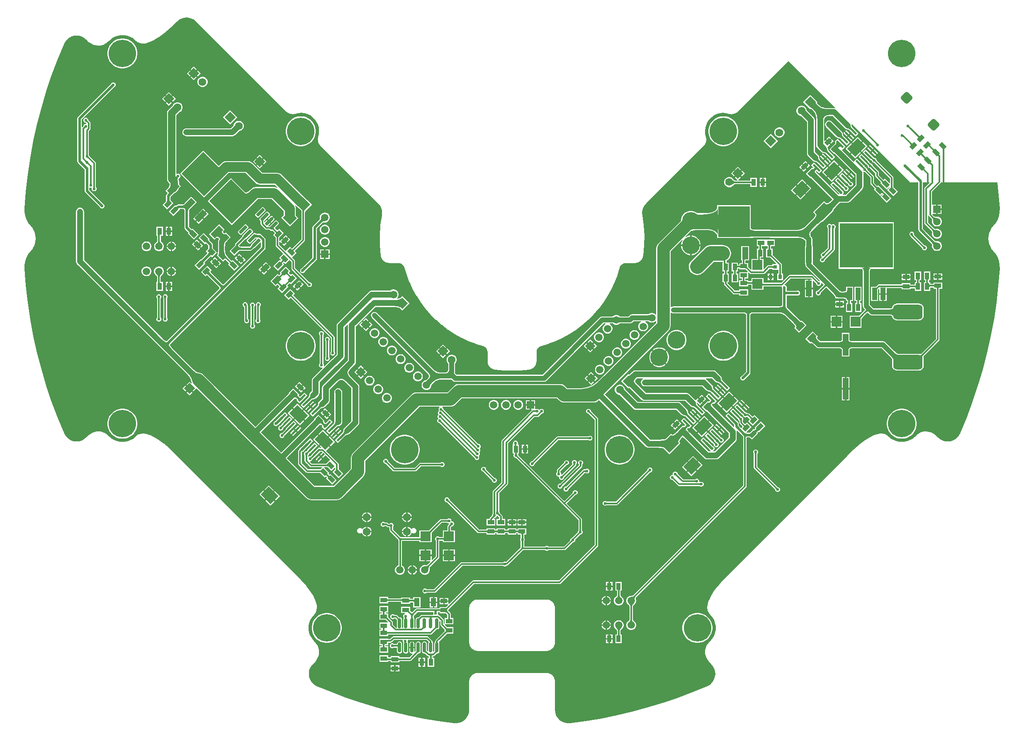
<source format=gbr>
%TF.GenerationSoftware,Altium Limited,Altium Designer,21.8.1 (53)*%
G04 Layer_Physical_Order=2*
G04 Layer_Color=16711680*
%FSLAX42Y42*%
%MOMM*%
%TF.SameCoordinates,C9F6AB32-9906-4CC4-A0B2-EEC73C5AD028*%
%TF.FilePolarity,Positive*%
%TF.FileFunction,Copper,L2,Bot,Signal*%
%TF.Part,Single*%
G01*
G75*
%TA.AperFunction,SMDPad,CuDef*%
G04:AMPARAMS|DCode=14|XSize=0.9mm|YSize=1.4mm|CornerRadius=0mm|HoleSize=0mm|Usage=FLASHONLY|Rotation=225.000|XOffset=0mm|YOffset=0mm|HoleType=Round|Shape=Rectangle|*
%AMROTATEDRECTD14*
4,1,4,-0.18,0.81,0.81,-0.18,0.18,-0.81,-0.81,0.18,-0.18,0.81,0.0*
%
%ADD14ROTATEDRECTD14*%

%ADD15R,0.90X1.40*%
G04:AMPARAMS|DCode=20|XSize=0.9mm|YSize=1.4mm|CornerRadius=0mm|HoleSize=0mm|Usage=FLASHONLY|Rotation=315.000|XOffset=0mm|YOffset=0mm|HoleType=Round|Shape=Rectangle|*
%AMROTATEDRECTD20*
4,1,4,-0.81,-0.18,0.18,0.81,0.81,0.18,-0.18,-0.81,-0.81,-0.18,0.0*
%
%ADD20ROTATEDRECTD20*%

%ADD22R,1.40X0.90*%
%TA.AperFunction,Conductor*%
%ADD28C,1.00*%
%ADD29C,0.30*%
%ADD30C,0.50*%
%ADD31C,3.00*%
%ADD32C,1.20*%
%ADD33C,0.40*%
%ADD34C,2.50*%
%TA.AperFunction,ComponentPad*%
%ADD35P,2.23X4X90.0*%
%ADD36C,1.58*%
%ADD37C,1.60*%
%TA.AperFunction,ViaPad*%
%ADD38C,5.60*%
%TA.AperFunction,ComponentPad*%
%ADD39P,2.23X4X180.0*%
%ADD40C,1.50*%
%ADD41C,3.60*%
%ADD42C,1.51*%
%ADD43P,2.13X4X90.0*%
%ADD44P,2.13X4X360.0*%
%ADD45R,1.51X1.51*%
G04:AMPARAMS|DCode=46|XSize=2mm|YSize=2mm|CornerRadius=0.5mm|HoleSize=0mm|Usage=FLASHONLY|Rotation=135.000|XOffset=0mm|YOffset=0mm|HoleType=Round|Shape=RoundedRectangle|*
%AMROUNDEDRECTD46*
21,1,2.00,1.00,0,0,135.0*
21,1,1.00,2.00,0,0,135.0*
1,1,1.00,0.00,0.71*
1,1,1.00,0.71,0.00*
1,1,1.00,0.00,-0.71*
1,1,1.00,-0.71,0.00*
%
%ADD46ROUNDEDRECTD46*%
%ADD47R,1.51X1.51*%
%TA.AperFunction,ViaPad*%
%ADD48C,0.60*%
%ADD49C,0.80*%
%TA.AperFunction,SMDPad,CuDef*%
G04:AMPARAMS|DCode=50|XSize=6.5mm|YSize=6.25mm|CornerRadius=0mm|HoleSize=0mm|Usage=FLASHONLY|Rotation=315.000|XOffset=0mm|YOffset=0mm|HoleType=Round|Shape=Rectangle|*
%AMROTATEDRECTD50*
4,1,4,-4.51,0.09,-0.09,4.51,4.51,-0.09,0.09,-4.51,-4.51,0.09,0.0*
%
%ADD50ROTATEDRECTD50*%

G04:AMPARAMS|DCode=51|XSize=1.2mm|YSize=2.5mm|CornerRadius=0mm|HoleSize=0mm|Usage=FLASHONLY|Rotation=315.000|XOffset=0mm|YOffset=0mm|HoleType=Round|Shape=Rectangle|*
%AMROTATEDRECTD51*
4,1,4,-1.31,-0.46,0.46,1.31,1.31,0.46,-0.46,-1.31,-1.31,-0.46,0.0*
%
%ADD51ROTATEDRECTD51*%

G04:AMPARAMS|DCode=52|XSize=0.45mm|YSize=1.9mm|CornerRadius=0mm|HoleSize=0mm|Usage=FLASHONLY|Rotation=135.000|XOffset=0mm|YOffset=0mm|HoleType=Round|Shape=Rectangle|*
%AMROTATEDRECTD52*
4,1,4,0.83,0.51,-0.51,-0.83,-0.83,-0.51,0.51,0.83,0.83,0.51,0.0*
%
%ADD52ROTATEDRECTD52*%

G04:AMPARAMS|DCode=53|XSize=3.1mm|YSize=2.4mm|CornerRadius=0mm|HoleSize=0mm|Usage=FLASHONLY|Rotation=135.000|XOffset=0mm|YOffset=0mm|HoleType=Round|Shape=Rectangle|*
%AMROTATEDRECTD53*
4,1,4,1.94,-0.25,0.25,-1.94,-1.94,0.25,-0.25,1.94,1.94,-0.25,0.0*
%
%ADD53ROTATEDRECTD53*%

G04:AMPARAMS|DCode=54|XSize=1mm|YSize=1.77mm|CornerRadius=0mm|HoleSize=0mm|Usage=FLASHONLY|Rotation=135.000|XOffset=0mm|YOffset=0mm|HoleType=Round|Shape=Rectangle|*
%AMROTATEDRECTD54*
4,1,4,0.98,0.27,-0.27,-0.98,-0.98,-0.27,0.27,0.98,0.98,0.27,0.0*
%
%ADD54ROTATEDRECTD54*%

%ADD55R,10.90X9.10*%
%ADD56R,1.05X2.50*%
G04:AMPARAMS|DCode=57|XSize=1mm|YSize=1.4mm|CornerRadius=0mm|HoleSize=0mm|Usage=FLASHONLY|Rotation=225.000|XOffset=0mm|YOffset=0mm|HoleType=Round|Shape=Rectangle|*
%AMROTATEDRECTD57*
4,1,4,-0.14,0.85,0.85,-0.14,0.14,-0.85,-0.85,0.14,-0.14,0.85,0.0*
%
%ADD57ROTATEDRECTD57*%

G04:AMPARAMS|DCode=58|XSize=1.97mm|YSize=0.6mm|CornerRadius=0.08mm|HoleSize=0mm|Usage=FLASHONLY|Rotation=225.000|XOffset=0mm|YOffset=0mm|HoleType=Round|Shape=RoundedRectangle|*
%AMROUNDEDRECTD58*
21,1,1.97,0.45,0,0,225.0*
21,1,1.82,0.60,0,0,225.0*
1,1,0.15,-0.80,-0.48*
1,1,0.15,0.48,0.80*
1,1,0.15,0.80,0.48*
1,1,0.15,-0.48,-0.80*
%
%ADD58ROUNDEDRECTD58*%
G04:AMPARAMS|DCode=59|XSize=1.97mm|YSize=0.6mm|CornerRadius=0.15mm|HoleSize=0mm|Usage=FLASHONLY|Rotation=270.000|XOffset=0mm|YOffset=0mm|HoleType=Round|Shape=RoundedRectangle|*
%AMROUNDEDRECTD59*
21,1,1.97,0.30,0,0,270.0*
21,1,1.67,0.60,0,0,270.0*
1,1,0.30,-0.15,-0.84*
1,1,0.30,-0.15,0.84*
1,1,0.30,0.15,0.84*
1,1,0.30,0.15,-0.84*
%
%ADD59ROUNDEDRECTD59*%
%ADD60R,1.11X1.73*%
G04:AMPARAMS|DCode=61|XSize=3mm|YSize=6mm|CornerRadius=0.75mm|HoleSize=0mm|Usage=FLASHONLY|Rotation=270.000|XOffset=0mm|YOffset=0mm|HoleType=Round|Shape=RoundedRectangle|*
%AMROUNDEDRECTD61*
21,1,3.00,4.50,0,0,270.0*
21,1,1.50,6.00,0,0,270.0*
1,1,1.50,-2.25,-0.75*
1,1,1.50,-2.25,0.75*
1,1,1.50,2.25,0.75*
1,1,1.50,2.25,-0.75*
%
%ADD61ROUNDEDRECTD61*%
G04:AMPARAMS|DCode=62|XSize=0.45mm|YSize=1.9mm|CornerRadius=0mm|HoleSize=0mm|Usage=FLASHONLY|Rotation=225.000|XOffset=0mm|YOffset=0mm|HoleType=Round|Shape=Rectangle|*
%AMROTATEDRECTD62*
4,1,4,-0.51,0.83,0.83,-0.51,0.51,-0.83,-0.83,0.51,-0.51,0.83,0.0*
%
%ADD62ROTATEDRECTD62*%

G04:AMPARAMS|DCode=63|XSize=3.1mm|YSize=2.4mm|CornerRadius=0mm|HoleSize=0mm|Usage=FLASHONLY|Rotation=225.000|XOffset=0mm|YOffset=0mm|HoleType=Round|Shape=Rectangle|*
%AMROTATEDRECTD63*
4,1,4,0.25,1.94,1.94,0.25,-0.25,-1.94,-1.94,-0.25,0.25,1.94,0.0*
%
%ADD63ROTATEDRECTD63*%

%ADD64R,1.20X4.40*%
G04:AMPARAMS|DCode=65|XSize=2.29mm|YSize=2.79mm|CornerRadius=0mm|HoleSize=0mm|Usage=FLASHONLY|Rotation=135.000|XOffset=0mm|YOffset=0mm|HoleType=Round|Shape=Rectangle|*
%AMROTATEDRECTD65*
4,1,4,1.80,0.18,-0.18,-1.80,-1.80,-0.18,0.18,1.80,1.80,0.18,0.0*
%
%ADD65ROTATEDRECTD65*%

%ADD66R,1.20X3.20*%
G04:AMPARAMS|DCode=67|XSize=2.29mm|YSize=2.79mm|CornerRadius=0mm|HoleSize=0mm|Usage=FLASHONLY|Rotation=225.000|XOffset=0mm|YOffset=0mm|HoleType=Round|Shape=Rectangle|*
%AMROTATEDRECTD67*
4,1,4,-0.18,1.80,1.80,-0.18,0.18,-1.80,-1.80,0.18,-0.18,1.80,0.0*
%
%ADD67ROTATEDRECTD67*%

G04:AMPARAMS|DCode=68|XSize=2mm|YSize=2.1mm|CornerRadius=0mm|HoleSize=0mm|Usage=FLASHONLY|Rotation=225.000|XOffset=0mm|YOffset=0mm|HoleType=Round|Shape=RoundedRectangle|*
%AMROUNDEDRECTD68*
21,1,2.00,2.10,0,0,225.0*
21,1,2.00,2.10,0,0,225.0*
1,1,0.00,-1.45,0.04*
1,1,0.00,-0.04,1.45*
1,1,0.00,1.45,-0.04*
1,1,0.00,0.04,-1.45*
%
%ADD68ROUNDEDRECTD68*%
G04:AMPARAMS|DCode=69|XSize=2mm|YSize=2.1mm|CornerRadius=0mm|HoleSize=0mm|Usage=FLASHONLY|Rotation=270.000|XOffset=0mm|YOffset=0mm|HoleType=Round|Shape=RoundedRectangle|*
%AMROUNDEDRECTD69*
21,1,2.00,2.10,0,0,270.0*
21,1,2.00,2.10,0,0,270.0*
1,1,0.00,-1.05,-1.00*
1,1,0.00,-1.05,1.00*
1,1,0.00,1.05,1.00*
1,1,0.00,1.05,-1.00*
%
%ADD69ROUNDEDRECTD69*%
G04:AMPARAMS|DCode=70|XSize=1.11mm|YSize=1.73mm|CornerRadius=0mm|HoleSize=0mm|Usage=FLASHONLY|Rotation=135.000|XOffset=0mm|YOffset=0mm|HoleType=Round|Shape=Rectangle|*
%AMROTATEDRECTD70*
4,1,4,1.00,0.22,-0.22,-1.00,-1.00,-0.22,0.22,1.00,1.00,0.22,0.0*
%
%ADD70ROTATEDRECTD70*%

G04:AMPARAMS|DCode=71|XSize=2mm|YSize=2.1mm|CornerRadius=0mm|HoleSize=0mm|Usage=FLASHONLY|Rotation=180.000|XOffset=0mm|YOffset=0mm|HoleType=Round|Shape=RoundedRectangle|*
%AMROUNDEDRECTD71*
21,1,2.00,2.10,0,0,180.0*
21,1,2.00,2.10,0,0,180.0*
1,1,0.00,-1.00,1.05*
1,1,0.00,1.00,1.05*
1,1,0.00,1.00,-1.05*
1,1,0.00,-1.00,-1.05*
%
%ADD71ROUNDEDRECTD71*%
%ADD72R,1.20X2.50*%
%ADD73R,6.50X6.25*%
%ADD74R,0.80X0.90*%
%ADD75R,0.80X0.80*%
%TA.AperFunction,Conductor*%
%ADD76C,0.80*%
%ADD77C,2.00*%
%ADD78C,1.50*%
G36*
X13407Y24512D02*
X13458Y24496D01*
X13506Y24471D01*
X13548Y24436D01*
X15393Y22591D01*
X15394Y22590D01*
X15395Y22589D01*
X15421Y22569D01*
X15423Y22567D01*
X15425Y22566D01*
X15455Y22551D01*
X15458Y22550D01*
X15460Y22549D01*
X15492Y22542D01*
X15495Y22542D01*
X15498Y22541D01*
X15531Y22540D01*
X15533Y22541D01*
X15536Y22541D01*
X15568Y22548D01*
X15569Y22548D01*
X15569Y22548D01*
X15633Y22563D01*
X15696Y22566D01*
X15759Y22559D01*
X15820Y22542D01*
X15877Y22515D01*
X15928Y22478D01*
X15973Y22433D01*
X16009Y22382D01*
X16037Y22325D01*
X16054Y22264D01*
X16061Y22201D01*
X16057Y22138D01*
X16042Y22074D01*
X16042Y22074D01*
X16042Y22074D01*
X16036Y22042D01*
X16036Y22039D01*
X16035Y22036D01*
X16036Y22003D01*
X16036Y22000D01*
X16036Y21998D01*
X16044Y21966D01*
X16045Y21963D01*
X16046Y21960D01*
X16060Y21931D01*
X16062Y21929D01*
X16063Y21926D01*
X16084Y21900D01*
X16085Y21899D01*
X16086Y21898D01*
X17265Y20719D01*
X17299Y20678D01*
X17324Y20631D01*
X17340Y20581D01*
X17346Y20528D01*
X17342Y20474D01*
X17313Y20272D01*
X17313Y20271D01*
X17313Y20270D01*
X17300Y20066D01*
X17300Y20065D01*
X17300Y20064D01*
X17303Y19859D01*
X17303Y19858D01*
X17303Y19857D01*
X17322Y19653D01*
X17322Y19652D01*
X17322Y19650D01*
X17330Y19620D01*
X17331Y19617D01*
X17331Y19615D01*
X17344Y19587D01*
X17346Y19585D01*
X17347Y19582D01*
X17366Y19558D01*
X17368Y19556D01*
X17369Y19554D01*
X17392Y19534D01*
X17395Y19532D01*
X17397Y19531D01*
X17423Y19515D01*
X17426Y19515D01*
X17428Y19513D01*
X17458Y19504D01*
X17460Y19504D01*
X17463Y19503D01*
X17493Y19500D01*
X17495Y19500D01*
X17496Y19500D01*
X17681D01*
X17710Y19496D01*
X17735Y19488D01*
X17758Y19474D01*
X17778Y19455D01*
X17793Y19433D01*
X17804Y19406D01*
X17849Y19257D01*
X17850Y19256D01*
X17850Y19255D01*
X17906Y19109D01*
X17907Y19108D01*
X17907Y19108D01*
X17973Y18966D01*
X17974Y18965D01*
X17974Y18964D01*
X18050Y18827D01*
X18051Y18827D01*
X18051Y18826D01*
X18136Y18695D01*
X18137Y18694D01*
X18137Y18693D01*
X18232Y18568D01*
X18232Y18568D01*
X18233Y18567D01*
X18335Y18449D01*
X18336Y18448D01*
X18337Y18447D01*
X18447Y18337D01*
X18448Y18336D01*
X18449Y18335D01*
X18567Y18233D01*
X18568Y18232D01*
X18568Y18232D01*
X18693Y18137D01*
X18694Y18137D01*
X18695Y18136D01*
X18826Y18051D01*
X18827Y18051D01*
X18827Y18050D01*
X18964Y17974D01*
X18965Y17974D01*
X18966Y17973D01*
X19108Y17907D01*
X19108Y17907D01*
X19109Y17906D01*
X19255Y17850D01*
X19256Y17850D01*
X19257Y17849D01*
X19406Y17804D01*
X19433Y17793D01*
X19455Y17778D01*
X19474Y17758D01*
X19488Y17735D01*
X19496Y17710D01*
X19500Y17681D01*
Y17496D01*
X19500Y17495D01*
X19500Y17493D01*
X19503Y17463D01*
X19504Y17460D01*
X19504Y17458D01*
X19513Y17428D01*
X19515Y17426D01*
X19515Y17423D01*
X19531Y17397D01*
X19532Y17395D01*
X19534Y17392D01*
X19554Y17369D01*
X19556Y17368D01*
X19558Y17366D01*
X19582Y17347D01*
X19585Y17346D01*
X19587Y17344D01*
X19615Y17331D01*
X19617Y17331D01*
X19620Y17330D01*
X19650Y17322D01*
X19652Y17322D01*
X19653Y17322D01*
X19825Y17305D01*
X19826Y17305D01*
X19827Y17305D01*
X19999Y17300D01*
X20000Y17300D01*
X20001Y17300D01*
X20173Y17305D01*
X20174Y17305D01*
X20175Y17305D01*
X20347Y17322D01*
X20348Y17322D01*
X20350Y17322D01*
X20380Y17330D01*
X20383Y17331D01*
X20385Y17331D01*
X20413Y17344D01*
X20415Y17346D01*
X20418Y17347D01*
X20442Y17366D01*
X20444Y17368D01*
X20446Y17369D01*
X20466Y17392D01*
X20468Y17395D01*
X20469Y17397D01*
X20485Y17423D01*
X20485Y17426D01*
X20487Y17428D01*
X20496Y17458D01*
X20496Y17460D01*
X20497Y17463D01*
X20500Y17493D01*
X20500Y17495D01*
X20500Y17496D01*
Y17681D01*
X20504Y17710D01*
X20512Y17735D01*
X20526Y17758D01*
X20545Y17778D01*
X20567Y17793D01*
X20594Y17804D01*
X20743Y17849D01*
X20744Y17850D01*
X20745Y17850D01*
X20891Y17906D01*
X20892Y17907D01*
X20892Y17907D01*
X21034Y17973D01*
X21035Y17974D01*
X21036Y17974D01*
X21173Y18050D01*
X21173Y18051D01*
X21174Y18051D01*
X21305Y18136D01*
X21306Y18137D01*
X21307Y18137D01*
X21432Y18232D01*
X21432Y18232D01*
X21433Y18233D01*
X21551Y18335D01*
X21552Y18336D01*
X21553Y18337D01*
X21663Y18447D01*
X21664Y18448D01*
X21665Y18449D01*
X21767Y18567D01*
X21768Y18568D01*
X21768Y18568D01*
X21863Y18693D01*
X21863Y18694D01*
X21864Y18695D01*
X21949Y18826D01*
X21949Y18827D01*
X21950Y18827D01*
X22026Y18964D01*
X22026Y18965D01*
X22027Y18966D01*
X22093Y19108D01*
X22093Y19108D01*
X22094Y19109D01*
X22150Y19255D01*
X22150Y19256D01*
X22151Y19257D01*
X22196Y19406D01*
X22207Y19433D01*
X22222Y19455D01*
X22242Y19474D01*
X22265Y19488D01*
X22290Y19496D01*
X22319Y19500D01*
X22504D01*
X22505Y19500D01*
X22507Y19500D01*
X22537Y19503D01*
X22540Y19504D01*
X22542Y19504D01*
X22572Y19513D01*
X22574Y19515D01*
X22577Y19515D01*
X22603Y19531D01*
X22605Y19532D01*
X22608Y19534D01*
X22631Y19554D01*
X22632Y19556D01*
X22634Y19558D01*
X22653Y19582D01*
X22654Y19585D01*
X22656Y19587D01*
X22669Y19615D01*
X22669Y19617D01*
X22670Y19620D01*
X22678Y19650D01*
X22678Y19652D01*
X22678Y19653D01*
X22697Y19857D01*
X22697Y19858D01*
X22697Y19859D01*
X22700Y20064D01*
X22700Y20065D01*
X22700Y20066D01*
X22687Y20270D01*
X22687Y20271D01*
X22687Y20272D01*
X22658Y20474D01*
X22654Y20528D01*
X22660Y20581D01*
X22676Y20631D01*
X22701Y20678D01*
X22735Y20719D01*
X23914Y21898D01*
X23915Y21899D01*
X23916Y21900D01*
X23937Y21926D01*
X23938Y21929D01*
X23940Y21931D01*
X23954Y21960D01*
X23955Y21963D01*
X23956Y21966D01*
X23964Y21998D01*
X23964Y22000D01*
X23964Y22003D01*
X23965Y22036D01*
X23964Y22039D01*
X23964Y22042D01*
X23958Y22074D01*
X23958Y22074D01*
X23958Y22074D01*
X23943Y22138D01*
X23939Y22201D01*
X23946Y22264D01*
X23963Y22325D01*
X23991Y22382D01*
X24027Y22433D01*
X24072Y22478D01*
X24123Y22515D01*
X24180Y22542D01*
X24241Y22559D01*
X24304Y22566D01*
X24367Y22563D01*
X24431Y22548D01*
X24431Y22548D01*
X24432Y22548D01*
X24464Y22541D01*
X24467Y22541D01*
X24469Y22540D01*
X24502Y22541D01*
X24505Y22542D01*
X24508Y22542D01*
X24540Y22549D01*
X24542Y22550D01*
X24545Y22551D01*
X24575Y22566D01*
X24577Y22567D01*
X24579Y22569D01*
X24605Y22589D01*
X24606Y22590D01*
X24607Y22591D01*
X25643Y23627D01*
X26596Y22674D01*
X26590Y22662D01*
X26576Y22664D01*
X26427D01*
X26413Y22665D01*
X26391Y22667D01*
X26371Y22671D01*
X26351Y22677D01*
X26331Y22684D01*
X26313Y22692D01*
X26295Y22702D01*
X26277Y22714D01*
X26261Y22728D01*
X26257Y22731D01*
X26255Y22734D01*
X26233Y22758D01*
X26226Y22768D01*
X26221Y22774D01*
X26234Y22787D01*
X26087Y22934D01*
X25940Y22787D01*
X26087Y22640D01*
X26099Y22652D01*
X26105Y22648D01*
X26146Y22612D01*
X26159Y22596D01*
X26171Y22579D01*
X26181Y22561D01*
X26190Y22542D01*
X26197Y22523D01*
X26202Y22503D01*
X26206Y22482D01*
X26209Y22461D01*
X26209Y22447D01*
Y21908D01*
X26212Y21887D01*
X26220Y21868D01*
X26233Y21851D01*
X26312Y21772D01*
X26329Y21759D01*
X26348Y21751D01*
X26357Y21750D01*
X26358Y21749D01*
X26366Y21748D01*
X26374Y21747D01*
X26381Y21744D01*
X26387Y21742D01*
X26394Y21739D01*
X26400Y21736D01*
X26406Y21732D01*
X26534Y21604D01*
X26594Y21664D01*
X26466Y21792D01*
X26462Y21798D01*
X26459Y21804D01*
X26456Y21811D01*
X26454Y21818D01*
X26452Y21825D01*
X26450Y21832D01*
X26449Y21840D01*
X26448Y21842D01*
X26447Y21850D01*
X26439Y21869D01*
X26489Y21919D01*
X26443Y21965D01*
X26397Y22011D01*
X26382Y21996D01*
X26371Y22001D01*
Y22409D01*
X26371Y22424D01*
X26375Y22442D01*
X26380Y22457D01*
X26386Y22469D01*
X26394Y22479D01*
X26405Y22487D01*
X26417Y22494D01*
X26432Y22499D01*
X26450Y22502D01*
X26465Y22503D01*
X26542D01*
X26793Y22253D01*
X26809Y22240D01*
X26829Y22232D01*
X26837Y22231D01*
X26839Y22230D01*
X26847Y22229D01*
X26854Y22227D01*
X26861Y22225D01*
X26868Y22223D01*
X26874Y22220D01*
X26881Y22216D01*
X26887Y22213D01*
X27014Y22085D01*
X27075Y22145D01*
X26947Y22273D01*
X26943Y22279D01*
X26940Y22285D01*
X26937Y22291D01*
X26934Y22298D01*
X26932Y22305D01*
X26931Y22312D01*
X26929Y22321D01*
X26929Y22322D01*
X26929Y22323D01*
X26941Y22329D01*
X28120Y21150D01*
X28295D01*
Y20180D01*
X28298Y20162D01*
X28308Y20147D01*
X28564Y19892D01*
X28565Y19889D01*
X28568Y19885D01*
X28571Y19881D01*
X28573Y19876D01*
X28574Y19871D01*
X28575Y19869D01*
X28573Y19860D01*
Y19834D01*
X28579Y19808D01*
X28593Y19785D01*
X28611Y19767D01*
X28634Y19754D01*
X28660Y19747D01*
X28686D01*
X28712Y19754D01*
X28735Y19767D01*
X28753Y19785D01*
X28767Y19808D01*
X28773Y19834D01*
Y19860D01*
X28767Y19886D01*
X28753Y19909D01*
X28735Y19927D01*
X28712Y19941D01*
X28686Y19948D01*
X28660D01*
X28651Y19945D01*
X28649Y19946D01*
X28644Y19948D01*
X28640Y19950D01*
X28635Y19952D01*
X28631Y19955D01*
X28628Y19957D01*
X28386Y20199D01*
Y21150D01*
X28520D01*
X28525Y21138D01*
X28430Y21043D01*
X28422Y21032D01*
X28419Y21018D01*
Y20315D01*
X28422Y20301D01*
X28430Y20290D01*
X28566Y20154D01*
X28568Y20151D01*
X28570Y20147D01*
X28572Y20143D01*
X28573Y20137D01*
X28575Y20131D01*
X28576Y20124D01*
X28576Y20123D01*
X28573Y20110D01*
Y20084D01*
X28579Y20058D01*
X28593Y20035D01*
X28611Y20017D01*
X28634Y20004D01*
X28660Y19997D01*
X28686D01*
X28712Y20004D01*
X28735Y20017D01*
X28753Y20035D01*
X28767Y20058D01*
X28773Y20084D01*
Y20110D01*
X28767Y20136D01*
X28753Y20159D01*
X28735Y20177D01*
X28712Y20191D01*
X28686Y20198D01*
X28660D01*
X28647Y20194D01*
X28646Y20194D01*
X28639Y20195D01*
X28633Y20197D01*
X28627Y20198D01*
X28623Y20200D01*
X28619Y20202D01*
X28616Y20204D01*
X28491Y20330D01*
Y20467D01*
X28494Y20468D01*
X28504Y20469D01*
X28510Y20460D01*
X28566Y20404D01*
X28568Y20401D01*
X28570Y20397D01*
X28572Y20393D01*
X28573Y20387D01*
X28575Y20381D01*
X28576Y20374D01*
X28576Y20373D01*
X28573Y20360D01*
Y20334D01*
X28579Y20308D01*
X28593Y20285D01*
X28611Y20267D01*
X28634Y20254D01*
X28660Y20247D01*
X28686D01*
X28712Y20254D01*
X28735Y20267D01*
X28753Y20285D01*
X28767Y20308D01*
X28773Y20334D01*
Y20360D01*
X28767Y20386D01*
X28753Y20409D01*
X28735Y20427D01*
X28712Y20441D01*
X28686Y20448D01*
X28660D01*
X28647Y20444D01*
X28646Y20444D01*
X28639Y20445D01*
X28633Y20447D01*
X28627Y20448D01*
X28623Y20450D01*
X28619Y20452D01*
X28616Y20454D01*
X28582Y20489D01*
X28587Y20502D01*
X28658D01*
Y20597D01*
X28673D01*
D01*
X28658D01*
Y20693D01*
X28583D01*
X28578Y20693D01*
X28571Y20702D01*
Y20958D01*
X28747Y21134D01*
X28754Y21146D01*
X28755Y21150D01*
X29906D01*
X29928Y20960D01*
X29956Y20614D01*
X29954Y20535D01*
X29940Y20459D01*
X29913Y20386D01*
X29875Y20318D01*
X29826Y20256D01*
X29826Y20256D01*
X29825Y20256D01*
X29785Y20204D01*
X29784Y20202D01*
X29782Y20200D01*
X29752Y20141D01*
X29751Y20139D01*
X29750Y20136D01*
X29732Y20073D01*
X29732Y20071D01*
X29731Y20068D01*
X29725Y20002D01*
X29725Y20000D01*
X29725Y19998D01*
X29731Y19932D01*
X29732Y19929D01*
X29732Y19927D01*
X29750Y19864D01*
X29751Y19861D01*
X29752Y19859D01*
X29782Y19800D01*
X29784Y19798D01*
X29785Y19796D01*
X29825Y19744D01*
X29826Y19744D01*
X29826Y19744D01*
X29875Y19682D01*
X29913Y19614D01*
X29940Y19541D01*
X29954Y19465D01*
X29956Y19386D01*
X29928Y19040D01*
X29889Y18694D01*
X29837Y18349D01*
X29773Y18007D01*
X29698Y17667D01*
X29610Y17330D01*
X29511Y16996D01*
X29401Y16665D01*
X29278Y16339D01*
X29145Y16018D01*
X29119Y15971D01*
X29085Y15930D01*
X29043Y15897D01*
X28996Y15873D01*
X28944Y15858D01*
X28891Y15853D01*
X28838Y15858D01*
X28787Y15874D01*
X28740Y15899D01*
X28698Y15934D01*
X28669Y15961D01*
X28668Y15962D01*
X28668Y15963D01*
X28638Y15987D01*
X28637Y15987D01*
X28636Y15988D01*
X28595Y16016D01*
X28593Y16017D01*
X28592Y16018D01*
X28551Y16039D01*
X28549Y16039D01*
X28547Y16040D01*
X28507Y16053D01*
X28504Y16054D01*
X28502Y16054D01*
X28462Y16060D01*
X28460Y16060D01*
X28457Y16061D01*
X28417Y16059D01*
X28415Y16059D01*
X28412Y16059D01*
X28373Y16050D01*
X28370Y16049D01*
X28368Y16049D01*
X28324Y16031D01*
X28322Y16029D01*
X28320Y16028D01*
X28272Y15998D01*
X28270Y15996D01*
X28269Y15995D01*
X28221Y15953D01*
X28170Y15910D01*
X28113Y15878D01*
X28052Y15855D01*
X27988Y15844D01*
X27922D01*
X27858Y15855D01*
X27797Y15878D01*
X27740Y15910D01*
X27689Y15953D01*
X27676Y15965D01*
X27675Y15966D01*
X27674Y15967D01*
X27660Y15977D01*
X27659Y15978D01*
X27657Y15979D01*
X27631Y15994D01*
X27629Y15995D01*
X27627Y15996D01*
X27595Y16007D01*
X27592Y16008D01*
X27590Y16009D01*
X27551Y16014D01*
X27548Y16014D01*
X27546Y16015D01*
X27499Y16013D01*
X27497Y16012D01*
X27494Y16012D01*
X27440Y16000D01*
X27438Y15999D01*
X27436Y15999D01*
X27372Y15975D01*
X27371Y15975D01*
X27370Y15974D01*
X27295Y15936D01*
X27294Y15935D01*
X27293Y15935D01*
X27206Y15879D01*
X27205Y15879D01*
X27205Y15878D01*
X27104Y15803D01*
X27103Y15802D01*
X27103Y15801D01*
X26978Y15694D01*
X26977Y15694D01*
X26977Y15693D01*
X26841Y15564D01*
X26841Y15563D01*
X26841Y15563D01*
X24437Y13159D01*
X24437Y13159D01*
X24437Y13159D01*
X24361Y13082D01*
X24361Y13081D01*
X24361Y13081D01*
X24292Y13007D01*
X24292Y13007D01*
X24292Y13007D01*
X24190Y12887D01*
X24189Y12886D01*
X24189Y12885D01*
X24113Y12783D01*
X24112Y12782D01*
X24112Y12781D01*
X24057Y12693D01*
X24057Y12692D01*
X24056Y12691D01*
X24020Y12616D01*
X24019Y12614D01*
X24018Y12613D01*
X23997Y12550D01*
X23997Y12549D01*
X23996Y12547D01*
X23988Y12504D01*
X23988Y12502D01*
X23987Y12500D01*
X23985Y12460D01*
X23985Y12458D01*
X23985Y12456D01*
X23990Y12418D01*
X23990Y12416D01*
X23991Y12414D01*
X24001Y12380D01*
X24002Y12377D01*
X24003Y12375D01*
X24020Y12344D01*
X24022Y12342D01*
X24023Y12340D01*
X24046Y12312D01*
X24046Y12312D01*
X24046Y12312D01*
X24090Y12260D01*
X24122Y12203D01*
X24145Y12142D01*
X24156Y12078D01*
Y12012D01*
X24145Y11948D01*
X24122Y11887D01*
X24090Y11830D01*
X24047Y11779D01*
X24025Y11756D01*
X24025Y11755D01*
X24024Y11755D01*
X24005Y11731D01*
X24004Y11730D01*
X24003Y11729D01*
X23977Y11690D01*
X23977Y11689D01*
X23976Y11687D01*
X23957Y11648D01*
X23956Y11646D01*
X23955Y11644D01*
X23944Y11605D01*
X23944Y11603D01*
X23943Y11600D01*
X23939Y11561D01*
X23939Y11558D01*
X23939Y11556D01*
X23942Y11516D01*
X23943Y11514D01*
X23943Y11512D01*
X23955Y11467D01*
X23956Y11465D01*
X23956Y11463D01*
X23978Y11415D01*
X23979Y11414D01*
X23980Y11412D01*
X24016Y11358D01*
X24017Y11357D01*
X24018Y11356D01*
X24066Y11302D01*
X24101Y11260D01*
X24126Y11213D01*
X24142Y11162D01*
X24147Y11109D01*
X24142Y11056D01*
X24127Y11004D01*
X24103Y10957D01*
X24070Y10915D01*
X24029Y10881D01*
X23981Y10855D01*
X23684Y10731D01*
X23381Y10616D01*
X23075Y10511D01*
X22766Y10417D01*
X22454Y10332D01*
X22139Y10258D01*
X21822Y10193D01*
X21503Y10139D01*
X21184Y10096D01*
X21131Y10095D01*
X21080Y10103D01*
X21032Y10121D01*
X20988Y10147D01*
X20949Y10181D01*
X20918Y10222D01*
X20895Y10268D01*
X20880Y10317D01*
X20875Y10370D01*
Y10950D01*
X20875Y10951D01*
X20875Y10953D01*
X20872Y10986D01*
X20871Y10989D01*
X20870Y10992D01*
X20859Y11023D01*
X20858Y11026D01*
X20857Y11029D01*
X20839Y11057D01*
X20837Y11059D01*
X20835Y11062D01*
X20812Y11085D01*
X20809Y11087D01*
X20807Y11089D01*
X20779Y11107D01*
X20776Y11108D01*
X20773Y11109D01*
X20742Y11120D01*
X20739Y11121D01*
X20736Y11122D01*
X20703Y11125D01*
X20701Y11125D01*
X20700Y11125D01*
X19300D01*
X19299Y11125D01*
X19297Y11125D01*
X19264Y11122D01*
X19261Y11121D01*
X19258Y11120D01*
X19226Y11109D01*
X19224Y11108D01*
X19221Y11107D01*
X19193Y11089D01*
X19191Y11087D01*
X19188Y11085D01*
X19165Y11062D01*
X19163Y11059D01*
X19161Y11057D01*
X19143Y11029D01*
X19142Y11026D01*
X19141Y11023D01*
X19130Y10992D01*
X19129Y10989D01*
X19128Y10986D01*
X19125Y10953D01*
X19125Y10951D01*
X19125Y10950D01*
Y10370D01*
X19120Y10317D01*
X19105Y10268D01*
X19082Y10222D01*
X19051Y10181D01*
X19012Y10147D01*
X18968Y10121D01*
X18920Y10103D01*
X18869Y10095D01*
X18816Y10096D01*
X18497Y10139D01*
X18178Y10193D01*
X17861Y10258D01*
X17546Y10332D01*
X17234Y10417D01*
X16925Y10511D01*
X16619Y10616D01*
X16316Y10731D01*
X16018Y10855D01*
X15971Y10881D01*
X15930Y10915D01*
X15897Y10957D01*
X15873Y11004D01*
X15858Y11056D01*
X15853Y11109D01*
X15858Y11162D01*
X15874Y11213D01*
X15899Y11260D01*
X15934Y11302D01*
X15961Y11331D01*
X15962Y11332D01*
X15963Y11332D01*
X15987Y11362D01*
X15987Y11363D01*
X15988Y11364D01*
X16016Y11405D01*
X16017Y11407D01*
X16018Y11408D01*
X16039Y11449D01*
X16039Y11451D01*
X16040Y11453D01*
X16053Y11493D01*
X16054Y11496D01*
X16054Y11498D01*
X16060Y11538D01*
X16060Y11540D01*
X16061Y11543D01*
X16059Y11583D01*
X16059Y11585D01*
X16059Y11588D01*
X16050Y11627D01*
X16049Y11630D01*
X16049Y11632D01*
X16031Y11676D01*
X16029Y11678D01*
X16028Y11680D01*
X15998Y11728D01*
X15996Y11730D01*
X15995Y11731D01*
X15953Y11779D01*
X15910Y11830D01*
X15878Y11887D01*
X15855Y11948D01*
X15844Y12012D01*
Y12078D01*
X15855Y12142D01*
X15878Y12203D01*
X15910Y12260D01*
X15953Y12311D01*
X15965Y12324D01*
X15966Y12325D01*
X15967Y12326D01*
X15977Y12340D01*
X15978Y12341D01*
X15979Y12343D01*
X15994Y12369D01*
X15995Y12371D01*
X15996Y12373D01*
X16007Y12405D01*
X16008Y12408D01*
X16009Y12410D01*
X16014Y12449D01*
X16014Y12452D01*
X16015Y12454D01*
X16013Y12501D01*
X16012Y12503D01*
X16012Y12506D01*
X16000Y12560D01*
X15999Y12562D01*
X15999Y12564D01*
X15975Y12628D01*
X15975Y12629D01*
X15974Y12630D01*
X15936Y12705D01*
X15935Y12706D01*
X15935Y12707D01*
X15879Y12794D01*
X15879Y12795D01*
X15878Y12795D01*
X15803Y12896D01*
X15802Y12897D01*
X15801Y12897D01*
X15694Y13022D01*
X15694Y13023D01*
X15693Y13023D01*
X15564Y13159D01*
X15563Y13159D01*
X15563Y13159D01*
X13159Y15563D01*
X13159Y15563D01*
X13159Y15563D01*
X13082Y15639D01*
X13081Y15639D01*
X13081Y15639D01*
X13007Y15708D01*
X13007Y15708D01*
X13007Y15708D01*
X12887Y15810D01*
X12886Y15811D01*
X12885Y15811D01*
X12783Y15887D01*
X12782Y15888D01*
X12781Y15888D01*
X12693Y15943D01*
X12692Y15943D01*
X12691Y15944D01*
X12616Y15980D01*
X12614Y15981D01*
X12613Y15982D01*
X12550Y16003D01*
X12549Y16003D01*
X12547Y16004D01*
X12504Y16012D01*
X12502Y16012D01*
X12500Y16013D01*
X12460Y16015D01*
X12458Y16015D01*
X12456Y16015D01*
X12418Y16010D01*
X12416Y16010D01*
X12414Y16009D01*
X12380Y15999D01*
X12377Y15998D01*
X12375Y15997D01*
X12344Y15980D01*
X12342Y15978D01*
X12340Y15977D01*
X12312Y15954D01*
X12312Y15954D01*
X12312Y15954D01*
X12260Y15910D01*
X12203Y15878D01*
X12142Y15855D01*
X12078Y15844D01*
X12012D01*
X11948Y15855D01*
X11887Y15878D01*
X11830Y15910D01*
X11779Y15953D01*
X11756Y15975D01*
X11755Y15975D01*
X11755Y15976D01*
X11731Y15995D01*
X11730Y15996D01*
X11729Y15997D01*
X11690Y16023D01*
X11689Y16023D01*
X11687Y16024D01*
X11648Y16043D01*
X11646Y16044D01*
X11644Y16045D01*
X11605Y16056D01*
X11603Y16056D01*
X11600Y16057D01*
X11561Y16061D01*
X11558Y16061D01*
X11556Y16061D01*
X11516Y16058D01*
X11514Y16057D01*
X11512Y16057D01*
X11467Y16045D01*
X11465Y16044D01*
X11463Y16044D01*
X11415Y16022D01*
X11414Y16021D01*
X11412Y16020D01*
X11358Y15984D01*
X11357Y15983D01*
X11356Y15982D01*
X11302Y15934D01*
X11260Y15899D01*
X11213Y15874D01*
X11162Y15858D01*
X11109Y15853D01*
X11056Y15858D01*
X11004Y15873D01*
X10957Y15897D01*
X10915Y15930D01*
X10881Y15971D01*
X10855Y16018D01*
X10722Y16339D01*
X10599Y16665D01*
X10489Y16996D01*
X10390Y17330D01*
X10302Y17667D01*
X10227Y18007D01*
X10163Y18349D01*
X10111Y18694D01*
X10072Y19040D01*
X10044Y19386D01*
X10046Y19465D01*
X10060Y19541D01*
X10087Y19614D01*
X10125Y19682D01*
X10174Y19744D01*
X10174Y19744D01*
X10175Y19744D01*
X10215Y19796D01*
X10216Y19798D01*
X10218Y19800D01*
X10248Y19859D01*
X10249Y19861D01*
X10250Y19864D01*
X10268Y19927D01*
X10268Y19929D01*
X10269Y19932D01*
X10275Y19998D01*
X10275Y20000D01*
X10275Y20002D01*
X10269Y20068D01*
X10268Y20071D01*
X10268Y20073D01*
X10250Y20136D01*
X10249Y20139D01*
X10248Y20141D01*
X10218Y20200D01*
X10216Y20202D01*
X10215Y20204D01*
X10175Y20256D01*
X10174Y20256D01*
X10174Y20256D01*
X10125Y20318D01*
X10087Y20386D01*
X10060Y20459D01*
X10046Y20535D01*
X10044Y20614D01*
X10072Y20960D01*
X10111Y21306D01*
X10163Y21651D01*
X10227Y21993D01*
X10302Y22333D01*
X10390Y22670D01*
X10489Y23004D01*
X10599Y23335D01*
X10722Y23661D01*
X10855Y23982D01*
X10881Y24029D01*
X10915Y24070D01*
X10957Y24103D01*
X11004Y24127D01*
X11056Y24142D01*
X11109Y24147D01*
X11162Y24142D01*
X11213Y24126D01*
X11260Y24101D01*
X11302Y24066D01*
X11331Y24039D01*
X11332Y24038D01*
X11332Y24037D01*
X11362Y24013D01*
X11363Y24013D01*
X11364Y24012D01*
X11405Y23984D01*
X11407Y23983D01*
X11408Y23982D01*
X11449Y23961D01*
X11451Y23961D01*
X11453Y23960D01*
X11493Y23947D01*
X11496Y23946D01*
X11498Y23946D01*
X11538Y23940D01*
X11540Y23940D01*
X11543Y23939D01*
X11583Y23941D01*
X11585Y23941D01*
X11588Y23941D01*
X11627Y23950D01*
X11630Y23951D01*
X11632Y23951D01*
X11676Y23969D01*
X11678Y23971D01*
X11680Y23972D01*
X11728Y24002D01*
X11730Y24004D01*
X11731Y24005D01*
X11779Y24047D01*
X11830Y24090D01*
X11887Y24122D01*
X11948Y24145D01*
X12012Y24156D01*
X12078D01*
X12142Y24145D01*
X12203Y24122D01*
X12260Y24090D01*
X12311Y24047D01*
X12324Y24035D01*
X12325Y24034D01*
X12326Y24033D01*
X12340Y24023D01*
X12341Y24022D01*
X12343Y24021D01*
X12369Y24006D01*
X12371Y24005D01*
X12373Y24004D01*
X12405Y23993D01*
X12408Y23992D01*
X12410Y23991D01*
X12449Y23986D01*
X12452Y23986D01*
X12454Y23985D01*
X12501Y23987D01*
X12503Y23988D01*
X12506Y23988D01*
X12560Y24000D01*
X12562Y24001D01*
X12564Y24001D01*
X12628Y24025D01*
X12629Y24025D01*
X12630Y24026D01*
X12705Y24064D01*
X12706Y24065D01*
X12707Y24065D01*
X12794Y24121D01*
X12795Y24121D01*
X12795Y24122D01*
X12896Y24197D01*
X12897Y24198D01*
X12897Y24198D01*
X13022Y24306D01*
X13023Y24306D01*
X13023Y24307D01*
X13158Y24436D01*
X13201Y24471D01*
X13248Y24496D01*
X13300Y24512D01*
X13353Y24517D01*
X13407Y24512D01*
D02*
G37*
G36*
X26196Y22783D02*
X26196Y22779D01*
X26199Y22772D01*
X26203Y22765D01*
X26209Y22756D01*
X26217Y22745D01*
X26239Y22720D01*
X26243Y22716D01*
X26247Y22712D01*
X26265Y22698D01*
X26284Y22685D01*
X26304Y22674D01*
X26324Y22665D01*
X26344Y22657D01*
X26366Y22651D01*
X26388Y22647D01*
X26411Y22644D01*
X26435Y22644D01*
X26470Y22524D01*
X26447Y22522D01*
X26427Y22519D01*
X26409Y22513D01*
X26393Y22504D01*
X26380Y22494D01*
X26369Y22480D01*
X26361Y22465D01*
X26355Y22447D01*
X26351Y22426D01*
X26350Y22404D01*
X26230Y22439D01*
X26229Y22462D01*
X26227Y22485D01*
X26222Y22508D01*
X26216Y22529D01*
X26209Y22550D01*
X26199Y22570D01*
X26188Y22589D01*
X26176Y22608D01*
X26161Y22626D01*
X26161Y22627D01*
X26118Y22664D01*
X26109Y22671D01*
X26101Y22675D01*
X26095Y22677D01*
X26090Y22677D01*
X26087Y22676D01*
X26198Y22787D01*
X26196Y22783D01*
D02*
G37*
G36*
X26911Y22309D02*
X26913Y22300D01*
X26915Y22292D01*
X26918Y22284D01*
X26921Y22276D01*
X26925Y22269D01*
X26930Y22261D01*
X26935Y22254D01*
X26940Y22248D01*
X26946Y22241D01*
X26918Y22213D01*
X26912Y22219D01*
X26905Y22225D01*
X26898Y22230D01*
X26891Y22234D01*
X26883Y22238D01*
X26876Y22241D01*
X26868Y22244D01*
X26859Y22247D01*
X26851Y22249D01*
X26842Y22250D01*
X26861Y22270D01*
X26854Y22277D01*
X26882Y22306D01*
X26890Y22298D01*
X26909Y22317D01*
X26911Y22309D01*
D02*
G37*
G36*
X28110Y22298D02*
X28110Y22296D01*
X28111Y22294D01*
X28112Y22292D01*
X28113Y22290D01*
X28114Y22288D01*
X28116Y22286D01*
X28117Y22284D01*
X28122Y22280D01*
X28100Y22258D01*
X28098Y22261D01*
X28094Y22264D01*
X28092Y22266D01*
X28090Y22267D01*
X28088Y22268D01*
X28086Y22269D01*
X28084Y22270D01*
X28082Y22270D01*
X28080Y22270D01*
X28110Y22300D01*
X28110Y22298D01*
D02*
G37*
G36*
X27200Y22204D02*
X27200Y22203D01*
X27200Y22201D01*
X27201Y22199D01*
X27202Y22197D01*
X27203Y22195D01*
X27205Y22193D01*
X27206Y22190D01*
X27208Y22188D01*
X27210Y22186D01*
X27186Y22167D01*
X27184Y22170D01*
X27177Y22175D01*
X27175Y22177D01*
X27174Y22178D01*
X27172Y22179D01*
X27170Y22179D01*
X27168Y22180D01*
X27167Y22180D01*
X27200Y22206D01*
X27200Y22204D01*
D02*
G37*
G36*
X28012Y22089D02*
X27993Y22065D01*
X27991Y22068D01*
X27989Y22070D01*
X27987Y22071D01*
X27985Y22073D01*
X27983Y22074D01*
X27981Y22074D01*
X27979Y22075D01*
X27977Y22075D01*
X27976Y22074D01*
X27974Y22074D01*
X27987Y22113D01*
X28012Y22089D01*
D02*
G37*
G36*
X28301Y22100D02*
X28305Y22097D01*
X28309Y22094D01*
X28313Y22092D01*
X28316Y22091D01*
X28319Y22090D01*
X28322Y22090D01*
X28325Y22090D01*
X28327Y22091D01*
X28329Y22093D01*
X28287Y22051D01*
X28289Y22053D01*
X28290Y22055D01*
X28290Y22058D01*
X28290Y22061D01*
X28289Y22064D01*
X28288Y22067D01*
X28286Y22071D01*
X28283Y22075D01*
X28280Y22079D01*
X28276Y22083D01*
X28297Y22104D01*
X28301Y22100D01*
D02*
G37*
G36*
X27446Y21950D02*
X27453Y21945D01*
X27455Y21943D01*
X27456Y21942D01*
X27458Y21941D01*
X27460Y21941D01*
X27462Y21940D01*
X27463Y21940D01*
X27430Y21914D01*
X27430Y21916D01*
X27430Y21917D01*
X27430Y21919D01*
X27429Y21921D01*
X27428Y21923D01*
X27427Y21925D01*
X27425Y21927D01*
X27424Y21930D01*
X27422Y21932D01*
X27420Y21934D01*
X27444Y21953D01*
X27446Y21950D01*
D02*
G37*
G36*
X28151Y21951D02*
X28155Y21947D01*
X28158Y21945D01*
X28162Y21943D01*
X28165Y21941D01*
X28168Y21941D01*
X28171Y21940D01*
X28174Y21941D01*
X28176Y21942D01*
X28179Y21944D01*
X28136Y21901D01*
X28138Y21904D01*
X28139Y21906D01*
X28140Y21909D01*
X28139Y21912D01*
X28139Y21915D01*
X28137Y21918D01*
X28135Y21922D01*
X28133Y21925D01*
X28129Y21929D01*
X28125Y21934D01*
X28146Y21955D01*
X28151Y21951D01*
D02*
G37*
G36*
X28541Y21913D02*
X28540Y21911D01*
X28540Y21908D01*
X28540Y21905D01*
X28540Y21902D01*
X28542Y21899D01*
X28544Y21895D01*
X28547Y21892D01*
X28550Y21888D01*
X28554Y21883D01*
X28533Y21862D01*
X28528Y21866D01*
X28524Y21870D01*
X28521Y21872D01*
X28517Y21874D01*
X28514Y21876D01*
X28511Y21876D01*
X28508Y21877D01*
X28505Y21876D01*
X28503Y21875D01*
X28501Y21873D01*
X28543Y21916D01*
X28541Y21913D01*
D02*
G37*
G36*
X26430Y21828D02*
X26432Y21819D01*
X26434Y21811D01*
X26437Y21803D01*
X26441Y21795D01*
X26445Y21788D01*
X26449Y21781D01*
X26454Y21774D01*
X26460Y21767D01*
X26466Y21761D01*
X26437Y21733D01*
X26431Y21739D01*
X26424Y21744D01*
X26417Y21749D01*
X26410Y21753D01*
X26403Y21757D01*
X26395Y21761D01*
X26387Y21764D01*
X26379Y21766D01*
X26370Y21768D01*
X26361Y21770D01*
X26381Y21789D01*
X26373Y21797D01*
X26401Y21825D01*
X26410Y21818D01*
X26429Y21837D01*
X26430Y21828D01*
D02*
G37*
G36*
X28834Y21841D02*
X28832Y21840D01*
X28829Y21838D01*
X28827Y21835D01*
X28826Y21831D01*
X28824Y21826D01*
X28823Y21820D01*
X28823Y21813D01*
X28822Y21797D01*
X28792D01*
X28792Y21805D01*
X28791Y21820D01*
X28790Y21826D01*
X28788Y21831D01*
X28787Y21835D01*
X28785Y21838D01*
X28783Y21840D01*
X28780Y21841D01*
X28777Y21842D01*
X28837D01*
X28834Y21841D01*
D02*
G37*
G36*
X28601Y21837D02*
X28605Y21833D01*
X28609Y21831D01*
X28612Y21829D01*
X28615Y21827D01*
X28618Y21826D01*
X28621Y21826D01*
X28624Y21827D01*
X28626Y21828D01*
X28629Y21830D01*
X28586Y21787D01*
X28588Y21790D01*
X28589Y21792D01*
X28590Y21795D01*
X28590Y21798D01*
X28589Y21801D01*
X28587Y21804D01*
X28585Y21808D01*
X28583Y21811D01*
X28580Y21815D01*
X28576Y21819D01*
X28597Y21840D01*
X28601Y21837D01*
D02*
G37*
G36*
X28371Y21745D02*
X28370Y21742D01*
X28370Y21740D01*
X28370Y21737D01*
X28371Y21734D01*
X28372Y21731D01*
X28374Y21727D01*
X28377Y21723D01*
X28380Y21719D01*
X28384Y21715D01*
X28363Y21694D01*
X28359Y21698D01*
X28355Y21701D01*
X28351Y21704D01*
X28347Y21706D01*
X28344Y21707D01*
X28341Y21708D01*
X28338Y21708D01*
X28335Y21708D01*
X28333Y21707D01*
X28331Y21705D01*
X28373Y21747D01*
X28371Y21745D01*
D02*
G37*
G36*
X28720Y21724D02*
X28719Y21722D01*
X28718Y21720D01*
X28719Y21717D01*
X28719Y21715D01*
X28721Y21712D01*
X28723Y21708D01*
X28725Y21705D01*
X28728Y21701D01*
X28732Y21697D01*
X28711Y21676D01*
X28707Y21680D01*
X28703Y21683D01*
X28700Y21686D01*
X28697Y21687D01*
X28694Y21689D01*
X28691Y21690D01*
X28688Y21690D01*
X28686Y21689D01*
X28684Y21689D01*
X28682Y21687D01*
X28721Y21726D01*
X28720Y21724D01*
D02*
G37*
G36*
X28430Y21669D02*
X28434Y21666D01*
X28438Y21663D01*
X28442Y21661D01*
X28445Y21660D01*
X28448Y21659D01*
X28451Y21659D01*
X28453Y21659D01*
X28456Y21660D01*
X28458Y21662D01*
X28416Y21620D01*
X28418Y21622D01*
X28419Y21624D01*
X28419Y21627D01*
X28419Y21630D01*
X28418Y21633D01*
X28417Y21636D01*
X28415Y21640D01*
X28412Y21644D01*
X28409Y21648D01*
X28405Y21652D01*
X28426Y21673D01*
X28430Y21669D01*
D02*
G37*
G36*
X28554Y21562D02*
X28553Y21559D01*
X28553Y21557D01*
X28553Y21554D01*
X28554Y21551D01*
X28555Y21547D01*
X28557Y21544D01*
X28560Y21540D01*
X28563Y21536D01*
X28567Y21532D01*
X28546Y21511D01*
X28542Y21515D01*
X28538Y21518D01*
X28534Y21521D01*
X28530Y21523D01*
X28527Y21524D01*
X28524Y21525D01*
X28521Y21525D01*
X28519Y21525D01*
X28516Y21523D01*
X28514Y21522D01*
X28556Y21564D01*
X28554Y21562D01*
D02*
G37*
G36*
X28423Y21430D02*
X28421Y21427D01*
X28421Y21425D01*
X28421Y21422D01*
X28422Y21419D01*
X28423Y21416D01*
X28425Y21412D01*
X28428Y21408D01*
X28431Y21404D01*
X28435Y21400D01*
X28414Y21379D01*
X28410Y21383D01*
X28406Y21386D01*
X28402Y21389D01*
X28399Y21391D01*
X28395Y21392D01*
X28392Y21393D01*
X28389Y21393D01*
X28387Y21393D01*
X28384Y21392D01*
X28382Y21390D01*
X28424Y21432D01*
X28423Y21430D01*
D02*
G37*
G36*
X28604Y20438D02*
X28609Y20435D01*
X28614Y20432D01*
X28621Y20429D01*
X28628Y20427D01*
X28635Y20425D01*
X28643Y20424D01*
X28652Y20423D01*
X28672Y20423D01*
X28598Y20348D01*
X28598Y20358D01*
X28596Y20377D01*
X28595Y20385D01*
X28593Y20393D01*
X28591Y20400D01*
X28588Y20406D01*
X28585Y20411D01*
X28582Y20416D01*
X28578Y20421D01*
X28599Y20442D01*
X28604Y20438D01*
D02*
G37*
G36*
X28604Y20188D02*
X28609Y20185D01*
X28614Y20182D01*
X28621Y20179D01*
X28628Y20177D01*
X28635Y20175D01*
X28643Y20174D01*
X28652Y20173D01*
X28672Y20173D01*
X28598Y20098D01*
X28598Y20108D01*
X28596Y20127D01*
X28595Y20135D01*
X28593Y20143D01*
X28591Y20150D01*
X28588Y20156D01*
X28585Y20161D01*
X28582Y20166D01*
X28578Y20171D01*
X28599Y20192D01*
X28604Y20188D01*
D02*
G37*
G36*
X28614Y19942D02*
X28619Y19938D01*
X28625Y19934D01*
X28631Y19931D01*
X28637Y19928D01*
X28643Y19926D01*
X28650Y19925D01*
X28657Y19923D01*
X28665Y19923D01*
X28672Y19923D01*
X28598Y19848D01*
X28597Y19856D01*
X28597Y19863D01*
X28596Y19870D01*
X28594Y19877D01*
X28592Y19883D01*
X28589Y19890D01*
X28586Y19896D01*
X28582Y19901D01*
X28578Y19907D01*
X28573Y19912D01*
X28608Y19947D01*
X28614Y19942D01*
D02*
G37*
%LPC*%
G36*
X12069Y24088D02*
X12021D01*
X11974Y24081D01*
X11928Y24066D01*
X11885Y24044D01*
X11846Y24016D01*
X11812Y23982D01*
X11784Y23943D01*
X11762Y23900D01*
X11748Y23854D01*
X11740Y23807D01*
Y23759D01*
X11748Y23712D01*
X11762Y23666D01*
X11784Y23623D01*
X11812Y23584D01*
X11846Y23550D01*
X11885Y23522D01*
X11928Y23500D01*
X11974Y23486D01*
X12021Y23478D01*
X12069D01*
X12116Y23486D01*
X12162Y23500D01*
X12205Y23522D01*
X12244Y23550D01*
X12278Y23584D01*
X12306Y23623D01*
X12328Y23666D01*
X12343Y23712D01*
X12350Y23759D01*
Y23807D01*
X12343Y23854D01*
X12328Y23900D01*
X12306Y23943D01*
X12278Y23982D01*
X12244Y24016D01*
X12205Y24044D01*
X12162Y24066D01*
X12116Y24081D01*
X12069Y24088D01*
D02*
G37*
G36*
X13503Y23516D02*
X13444Y23457D01*
X13503Y23398D01*
X13562Y23457D01*
X13503Y23516D01*
D02*
G37*
G36*
X13584Y23436D02*
X13524Y23377D01*
X13584Y23318D01*
X13643Y23377D01*
X13584Y23436D01*
D02*
G37*
G36*
X13423Y23436D02*
X13364Y23377D01*
X13423Y23318D01*
X13482Y23377D01*
X13423Y23436D01*
D02*
G37*
G36*
X13503Y23356D02*
X13444Y23296D01*
X13503Y23237D01*
X13562Y23296D01*
X13503Y23356D01*
D02*
G37*
G36*
X13694Y23304D02*
X13666D01*
X13640Y23297D01*
X13616Y23283D01*
X13597Y23264D01*
X13583Y23240D01*
X13576Y23214D01*
Y23186D01*
X13583Y23160D01*
X13597Y23136D01*
X13616Y23117D01*
X13640Y23103D01*
X13666Y23096D01*
X13694D01*
X13720Y23103D01*
X13744Y23117D01*
X13763Y23136D01*
X13777Y23160D01*
X13784Y23186D01*
Y23214D01*
X13777Y23240D01*
X13763Y23264D01*
X13744Y23283D01*
X13720Y23297D01*
X13694Y23304D01*
D02*
G37*
G36*
X12993Y22996D02*
X12934Y22937D01*
X12993Y22878D01*
X13052Y22937D01*
X12993Y22996D01*
D02*
G37*
G36*
X12913Y22916D02*
X12854Y22857D01*
X12913Y22798D01*
X12972Y22857D01*
X12913Y22916D01*
D02*
G37*
G36*
X13074D02*
X13014Y22857D01*
X13074Y22798D01*
X13133Y22857D01*
X13074Y22916D01*
D02*
G37*
G36*
X12993Y22836D02*
X12934Y22776D01*
X12993Y22717D01*
X13052Y22776D01*
X12993Y22836D01*
D02*
G37*
G36*
X14243Y22624D02*
X14096Y22477D01*
X14243Y22330D01*
X14390Y22477D01*
X14243Y22624D01*
D02*
G37*
G36*
X26822Y22218D02*
X26803Y22198D01*
X26873Y22128D01*
X26893Y22147D01*
X26822Y22218D01*
D02*
G37*
G36*
X14434Y22404D02*
X14406D01*
X14380Y22397D01*
X14356Y22383D01*
X14337Y22364D01*
X14323Y22340D01*
X14316Y22314D01*
Y22310D01*
X14257Y22251D01*
X13350D01*
X13329Y22248D01*
X13310Y22240D01*
X13293Y22227D01*
X13280Y22210D01*
X13272Y22191D01*
X13269Y22170D01*
X13272Y22149D01*
X13280Y22130D01*
X13293Y22113D01*
X13310Y22100D01*
X13329Y22092D01*
X13350Y22089D01*
X14290D01*
X14311Y22092D01*
X14330Y22100D01*
X14347Y22113D01*
X14430Y22196D01*
X14434D01*
X14460Y22203D01*
X14484Y22217D01*
X14503Y22236D01*
X14517Y22260D01*
X14524Y22286D01*
Y22314D01*
X14517Y22340D01*
X14503Y22364D01*
X14484Y22383D01*
X14460Y22397D01*
X14434Y22404D01*
D02*
G37*
G36*
X26781Y22177D02*
X26762Y22158D01*
X26833Y22087D01*
X26852Y22106D01*
X26781Y22177D01*
D02*
G37*
G36*
X25470Y22271D02*
X25443D01*
X25417Y22263D01*
X25393Y22250D01*
X25374Y22230D01*
X25360Y22207D01*
X25353Y22180D01*
Y22153D01*
X25360Y22127D01*
X25374Y22103D01*
X25393Y22084D01*
X25417Y22070D01*
X25443Y22063D01*
X25470D01*
X25497Y22070D01*
X25520Y22084D01*
X25540Y22103D01*
X25553Y22127D01*
X25561Y22153D01*
Y22180D01*
X25553Y22207D01*
X25540Y22230D01*
X25520Y22250D01*
X25497Y22263D01*
X25470Y22271D01*
D02*
G37*
G36*
X26914Y22126D02*
X26895Y22106D01*
X26965Y22036D01*
X26985Y22055D01*
X26914Y22126D01*
D02*
G37*
G36*
X26471Y22085D02*
X26419Y22032D01*
X26454Y21996D01*
X26507Y22049D01*
X26471Y22085D01*
D02*
G37*
G36*
X26873Y22085D02*
X26854Y22066D01*
X26925Y21995D01*
X26944Y22014D01*
X26873Y22085D01*
D02*
G37*
G36*
X26528Y22028D02*
X26475Y21975D01*
X26510Y21940D01*
X26563Y21993D01*
X26528Y22028D01*
D02*
G37*
G36*
X26470Y22411D02*
X26449Y22408D01*
X26430Y22400D01*
X26413Y22387D01*
X26400Y22370D01*
X26392Y22351D01*
X26389Y22330D01*
X26392Y22309D01*
X26400Y22290D01*
X26413Y22273D01*
X26613Y22073D01*
X26630Y22060D01*
X26649Y22052D01*
X26657Y22051D01*
X26659Y22050D01*
X26667Y22049D01*
X26675Y22047D01*
X26682Y22045D01*
X26688Y22043D01*
X26695Y22040D01*
X26701Y22037D01*
X26707Y22033D01*
X26708Y22032D01*
X26835Y21905D01*
X26895Y21965D01*
X26767Y22094D01*
X26763Y22099D01*
X26760Y22105D01*
X26757Y22112D01*
X26755Y22118D01*
X26753Y22125D01*
X26751Y22133D01*
X26750Y22141D01*
X26749Y22143D01*
X26748Y22151D01*
X26740Y22170D01*
X26727Y22187D01*
X26527Y22387D01*
X26510Y22400D01*
X26491Y22408D01*
X26470Y22411D01*
D02*
G37*
G36*
X24337Y22497D02*
X24289D01*
X24242Y22490D01*
X24196Y22475D01*
X24153Y22453D01*
X24115Y22425D01*
X24081Y22391D01*
X24052Y22352D01*
X24031Y22309D01*
X24016Y22263D01*
X24008Y22216D01*
Y22168D01*
X24016Y22121D01*
X24031Y22075D01*
X24052Y22032D01*
X24081Y21993D01*
X24115Y21959D01*
X24153Y21931D01*
X24196Y21909D01*
X24242Y21895D01*
X24289Y21887D01*
X24337D01*
X24385Y21895D01*
X24430Y21909D01*
X24473Y21931D01*
X24512Y21959D01*
X24546Y21993D01*
X24574Y22032D01*
X24596Y22075D01*
X24611Y22121D01*
X24618Y22168D01*
Y22216D01*
X24611Y22263D01*
X24596Y22309D01*
X24574Y22352D01*
X24546Y22391D01*
X24512Y22425D01*
X24473Y22453D01*
X24430Y22475D01*
X24385Y22490D01*
X24337Y22497D01*
D02*
G37*
G36*
X15711D02*
X15663D01*
X15615Y22490D01*
X15570Y22475D01*
X15527Y22453D01*
X15488Y22425D01*
X15454Y22391D01*
X15426Y22352D01*
X15404Y22309D01*
X15389Y22263D01*
X15382Y22216D01*
Y22168D01*
X15389Y22121D01*
X15404Y22075D01*
X15426Y22032D01*
X15454Y21993D01*
X15488Y21959D01*
X15527Y21931D01*
X15570Y21909D01*
X15615Y21895D01*
X15663Y21887D01*
X15711D01*
X15758Y21895D01*
X15804Y21909D01*
X15847Y21931D01*
X15885Y21959D01*
X15919Y21993D01*
X15948Y22032D01*
X15969Y22075D01*
X15984Y22121D01*
X15992Y22168D01*
Y22216D01*
X15984Y22263D01*
X15969Y22309D01*
X15948Y22352D01*
X15919Y22391D01*
X15885Y22425D01*
X15847Y22453D01*
X15804Y22475D01*
X15758Y22490D01*
X15711Y22497D01*
D02*
G37*
G36*
X27055Y22083D02*
X26942Y21970D01*
X27030Y21881D01*
X27143Y21994D01*
X27055Y22083D01*
D02*
G37*
G36*
X25280Y22137D02*
X25133Y21990D01*
X25280Y21843D01*
X25427Y21990D01*
X25280Y22137D01*
D02*
G37*
G36*
X27308Y21912D02*
X27288Y21892D01*
X27359Y21821D01*
X27379Y21841D01*
X27308Y21912D01*
D02*
G37*
G36*
X27267Y21871D02*
X27248Y21852D01*
X27319Y21781D01*
X27338Y21800D01*
X27267Y21871D01*
D02*
G37*
G36*
X27164Y21973D02*
X27051Y21860D01*
X27140Y21772D01*
X27253Y21885D01*
X27164Y21973D01*
D02*
G37*
G36*
X26920Y21948D02*
X26807Y21835D01*
X26896Y21747D01*
X27009Y21860D01*
X26920Y21948D01*
D02*
G37*
G36*
X27400Y21820D02*
X27380Y21800D01*
X27451Y21730D01*
X27471Y21749D01*
X27400Y21820D01*
D02*
G37*
G36*
X27359Y21779D02*
X27340Y21760D01*
X27410Y21689D01*
X27430Y21708D01*
X27359Y21779D01*
D02*
G37*
G36*
X26342Y21737D02*
X26322Y21718D01*
X26393Y21647D01*
X26412Y21666D01*
X26342Y21737D01*
D02*
G37*
G36*
X27030Y21839D02*
X26917Y21726D01*
X27005Y21637D01*
X27118Y21750D01*
X27030Y21839D01*
D02*
G37*
G36*
X26301Y21697D02*
X26281Y21677D01*
X26352Y21606D01*
X26372Y21626D01*
X26301Y21697D01*
D02*
G37*
G36*
X14850Y21715D02*
X14791Y21655D01*
X14850Y21596D01*
X14909Y21655D01*
X14850Y21715D01*
D02*
G37*
G36*
X26433Y21645D02*
X26414Y21626D01*
X26485Y21555D01*
X26504Y21575D01*
X26433Y21645D01*
D02*
G37*
G36*
X14930Y21634D02*
X14871Y21575D01*
X14930Y21516D01*
X14990Y21575D01*
X14930Y21634D01*
D02*
G37*
G36*
X14770Y21634D02*
X14710Y21575D01*
X14770Y21516D01*
X14829Y21575D01*
X14770Y21634D01*
D02*
G37*
G36*
X26393Y21605D02*
X26373Y21585D01*
X26444Y21514D01*
X26464Y21534D01*
X26393Y21605D01*
D02*
G37*
G36*
X25991Y21585D02*
X25939Y21532D01*
X25974Y21496D01*
X26027Y21549D01*
X25991Y21585D01*
D02*
G37*
G36*
X26048Y21528D02*
X25995Y21475D01*
X26030Y21440D01*
X26083Y21493D01*
X26048Y21528D01*
D02*
G37*
G36*
X14850Y21554D02*
X14791Y21495D01*
X14850Y21435D01*
X14909Y21495D01*
X14850Y21554D01*
D02*
G37*
G36*
X25924Y22714D02*
X25896D01*
X25870Y22707D01*
X25846Y22693D01*
X25827Y22674D01*
X25813Y22650D01*
X25806Y22624D01*
Y22596D01*
X25813Y22570D01*
X25827Y22546D01*
X25846Y22527D01*
X25870Y22513D01*
X25896Y22506D01*
X25900D01*
X26019Y22387D01*
Y21739D01*
X26022Y21718D01*
X26030Y21699D01*
X26043Y21682D01*
X26132Y21592D01*
X26149Y21580D01*
X26169Y21572D01*
X26177Y21570D01*
X26179Y21570D01*
X26187Y21569D01*
X26194Y21567D01*
X26201Y21565D01*
X26208Y21562D01*
X26214Y21559D01*
X26220Y21556D01*
X26226Y21552D01*
X26354Y21425D01*
X26414Y21485D01*
X26287Y21613D01*
X26283Y21619D01*
X26280Y21625D01*
X26277Y21631D01*
X26274Y21638D01*
X26272Y21645D01*
X26270Y21652D01*
X26269Y21660D01*
X26269Y21662D01*
X26267Y21670D01*
X26259Y21690D01*
X26247Y21707D01*
X26181Y21772D01*
Y22420D01*
X26178Y22441D01*
X26170Y22460D01*
X26157Y22477D01*
X26014Y22620D01*
Y22624D01*
X26007Y22650D01*
X25993Y22674D01*
X25974Y22693D01*
X25950Y22707D01*
X25924Y22714D01*
D02*
G37*
G36*
X25917Y21511D02*
X25864Y21458D01*
X25900Y21422D01*
X25953Y21475D01*
X25917Y21511D01*
D02*
G37*
G36*
X26574Y21602D02*
X26461Y21489D01*
X26549Y21401D01*
X26663Y21514D01*
X26574Y21602D01*
D02*
G37*
G36*
X25974Y21454D02*
X25921Y21401D01*
X25956Y21366D01*
X26009Y21419D01*
X25974Y21454D01*
D02*
G37*
G36*
X24610Y21470D02*
X24551Y21410D01*
X24610Y21351D01*
X24669Y21410D01*
X24610Y21470D01*
D02*
G37*
G36*
X26827Y21431D02*
X26808Y21412D01*
X26879Y21341D01*
X26898Y21360D01*
X26827Y21431D01*
D02*
G37*
G36*
X26643Y22038D02*
X26597Y21993D01*
X26597Y21992D01*
X26596Y21992D01*
X26582Y21978D01*
X26595Y21965D01*
X26598Y21962D01*
X26599Y21961D01*
X26599Y21959D01*
X26599Y21956D01*
X26597Y21951D01*
X26595Y21945D01*
X26594Y21944D01*
X26589Y21939D01*
X26589Y21939D01*
X26588Y21939D01*
X26476Y21826D01*
X26568Y21734D01*
X26574Y21741D01*
X27009Y21306D01*
Y21093D01*
X26807Y20891D01*
X26759D01*
X26754Y20903D01*
X26762Y20912D01*
X26770Y20930D01*
Y20950D01*
X26762Y20968D01*
X26748Y20982D01*
X26738Y20987D01*
X26642Y21083D01*
X26627Y21093D01*
X26627Y21093D01*
X26558Y21162D01*
X26498Y21101D01*
X26567Y21032D01*
X26577Y21018D01*
X26578Y21017D01*
X26674Y20921D01*
X26678Y20912D01*
X26681Y20909D01*
X26676Y20895D01*
X26669Y20894D01*
X26208Y21355D01*
X26215Y21361D01*
X26209Y21367D01*
X26211Y21376D01*
X26221Y21379D01*
X26264Y21335D01*
X26325Y21395D01*
X26162Y21558D01*
X26102Y21497D01*
X26140Y21459D01*
X26138Y21450D01*
X26129Y21447D01*
X26123Y21453D01*
X25996Y21326D01*
X26088Y21234D01*
X26094Y21241D01*
X26535Y20800D01*
X26498Y20762D01*
X26490Y20755D01*
X26476Y20743D01*
X26462Y20733D01*
X26450Y20726D01*
X26440Y20722D01*
X26431Y20720D01*
X26424Y20720D01*
X26418Y20721D01*
X26413Y20723D01*
X26406Y20729D01*
X26372Y20763D01*
X26147Y20537D01*
X26185Y20499D01*
X26188Y20494D01*
X26191Y20489D01*
X26192Y20483D01*
X26192Y20476D01*
X26190Y20467D01*
X26185Y20457D01*
X26178Y20445D01*
X26169Y20431D01*
X26156Y20417D01*
X26149Y20409D01*
X25990Y20249D01*
X25979Y20240D01*
X25963Y20226D01*
X25945Y20215D01*
X25927Y20204D01*
X25909Y20196D01*
X25889Y20189D01*
X25869Y20183D01*
X25849Y20179D01*
X25827Y20177D01*
X25813Y20176D01*
X25297D01*
X25292Y20178D01*
X25271Y20181D01*
X25084D01*
X25084Y20181D01*
X24962D01*
X24951Y20181D01*
X24932Y20183D01*
X24916Y20186D01*
X24903Y20189D01*
X24892Y20194D01*
X24884Y20198D01*
X24879Y20203D01*
X24876Y20208D01*
X24874Y20214D01*
X24873Y20219D01*
Y20679D01*
X24183D01*
Y20646D01*
X24181Y20623D01*
X24174Y20602D01*
X24161Y20584D01*
X24144Y20567D01*
X24120Y20553D01*
X24089Y20540D01*
X24053Y20530D01*
X24009Y20523D01*
X23960Y20519D01*
X23920Y20518D01*
X23782D01*
X23781Y20519D01*
X23747Y20542D01*
X23710Y20557D01*
X23670Y20565D01*
X23630D01*
X23590Y20557D01*
X23553Y20542D01*
X23519Y20519D01*
X23491Y20491D01*
X23468Y20457D01*
X23453Y20420D01*
X23445Y20380D01*
Y20362D01*
X23445Y20362D01*
X22987Y19903D01*
X22963Y19873D01*
X22949Y19838D01*
X22944Y19800D01*
Y18449D01*
X22931Y18446D01*
X22914Y18463D01*
X22891Y18476D01*
X22866Y18483D01*
X22840D01*
X22814Y18476D01*
X22791Y18463D01*
X22783Y18454D01*
X22762Y18453D01*
X22452D01*
X22434Y18450D01*
X22417Y18443D01*
X22402Y18432D01*
X22378Y18407D01*
X22209D01*
X22206Y18407D01*
X22198Y18408D01*
X22188Y18417D01*
X22166Y18430D01*
X22140Y18437D01*
X22114D01*
X22088Y18430D01*
X22065Y18417D01*
X22057Y18409D01*
X22036Y18407D01*
X21843D01*
X21825Y18405D01*
X21808Y18398D01*
X21793Y18387D01*
X20622Y17215D01*
X19624D01*
X19623Y17215D01*
X18869D01*
X18844Y17240D01*
X18837Y17245D01*
Y17432D01*
X18838Y17444D01*
X18838Y17448D01*
X18850Y17460D01*
X18863Y17483D01*
X18871Y17510D01*
Y17537D01*
X18863Y17563D01*
X18850Y17587D01*
X18830Y17606D01*
X18807Y17620D01*
X18780Y17627D01*
X18753D01*
X18727Y17620D01*
X18703Y17606D01*
X18684Y17587D01*
X18670Y17563D01*
X18663Y17537D01*
Y17510D01*
X18670Y17483D01*
X18684Y17460D01*
X18695Y17449D01*
X18696Y17426D01*
Y17336D01*
X18695Y17323D01*
X18693Y17309D01*
X18689Y17297D01*
X18684Y17287D01*
X18677Y17279D01*
X18669Y17273D01*
X18660Y17267D01*
X18648Y17263D01*
X18633Y17261D01*
X18620Y17260D01*
X18546D01*
X18533Y17261D01*
X18515Y17263D01*
X18498Y17266D01*
X18482Y17270D01*
X18466Y17276D01*
X18451Y17283D01*
X18436Y17292D01*
X18422Y17301D01*
X18408Y17312D01*
X18399Y17321D01*
X17240Y18480D01*
X17225Y18491D01*
X17208Y18498D01*
X17190Y18501D01*
X17172Y18498D01*
X17155Y18491D01*
X17140Y18480D01*
X17129Y18465D01*
X17122Y18448D01*
X17119Y18430D01*
X17122Y18412D01*
X17129Y18395D01*
X17140Y18380D01*
X17140Y18380D01*
X18277Y17243D01*
X18286Y17234D01*
X18294Y17222D01*
X18300Y17210D01*
X18303Y17200D01*
X18304Y17190D01*
X18303Y17180D01*
X18300Y17169D01*
X18294Y17158D01*
X18286Y17146D01*
X18277Y17136D01*
X18251Y17110D01*
X18247Y17107D01*
X18240D01*
X18215Y17100D01*
X18192Y17087D01*
X18173Y17068D01*
X18160Y17045D01*
X18153Y17020D01*
Y16993D01*
X18160Y16968D01*
X18173Y16945D01*
X18192Y16926D01*
X18215Y16913D01*
X18240Y16906D01*
X18267D01*
X18292Y16913D01*
X18315Y16926D01*
X18334Y16945D01*
X18347Y16968D01*
X18354Y16993D01*
Y17011D01*
X18367Y17027D01*
X18399Y17058D01*
X18408Y17067D01*
X18422Y17078D01*
X18436Y17088D01*
X18451Y17096D01*
X18466Y17103D01*
X18482Y17109D01*
X18498Y17113D01*
X18515Y17117D01*
X18533Y17119D01*
X18545Y17119D01*
X18765D01*
X18790Y17094D01*
X18804Y17083D01*
X18821Y17076D01*
X18840Y17074D01*
X19624D01*
X19625Y17074D01*
X20651D01*
X20669Y17076D01*
X20686Y17083D01*
X20701Y17095D01*
X21872Y18266D01*
X21909D01*
X21911Y18254D01*
X21888Y18240D01*
X21870Y18222D01*
X21856Y18199D01*
X21850Y18173D01*
Y18147D01*
X21856Y18121D01*
X21870Y18098D01*
X21888Y18080D01*
X21911Y18066D01*
X21937Y18060D01*
X21963D01*
X21989Y18066D01*
X22012Y18080D01*
X22030Y18098D01*
X22044Y18121D01*
X22050Y18147D01*
Y18173D01*
X22044Y18199D01*
X22030Y18222D01*
X22012Y18240D01*
X21989Y18254D01*
X21991Y18266D01*
X22045D01*
X22048Y18266D01*
X22056Y18266D01*
X22065Y18256D01*
X22088Y18243D01*
X22114Y18236D01*
X22140D01*
X22166Y18243D01*
X22188Y18256D01*
X22197Y18265D01*
X22217Y18266D01*
X22407D01*
X22425Y18269D01*
X22442Y18276D01*
X22457Y18287D01*
X22481Y18312D01*
X22635D01*
X22637Y18299D01*
X22614Y18286D01*
X22596Y18267D01*
X22582Y18244D01*
X22576Y18219D01*
Y18192D01*
X22582Y18167D01*
X22596Y18144D01*
X22614Y18125D01*
X22637Y18112D01*
X22663Y18105D01*
X22689D01*
X22715Y18112D01*
X22738Y18125D01*
X22756Y18144D01*
X22770Y18167D01*
X22776Y18192D01*
Y18219D01*
X22770Y18244D01*
X22756Y18267D01*
X22738Y18286D01*
X22715Y18299D01*
X22717Y18312D01*
X22771D01*
X22774Y18312D01*
X22782Y18311D01*
X22791Y18302D01*
X22814Y18289D01*
X22840Y18282D01*
X22866D01*
X22891Y18289D01*
X22914Y18302D01*
X22931Y18319D01*
X22944Y18316D01*
Y18281D01*
X21758Y17095D01*
X21741Y17079D01*
X21704Y17050D01*
X21667Y17024D01*
X21628Y17002D01*
X21587Y16983D01*
X21545Y16968D01*
X21502Y16956D01*
X21457Y16947D01*
X21411Y16942D01*
X21387Y16941D01*
X21126D01*
X21083Y16983D01*
X21053Y17007D01*
X21018Y17021D01*
X20980Y17026D01*
X18910D01*
X18872Y17021D01*
X18837Y17007D01*
X18807Y16983D01*
X18679Y16856D01*
X18050D01*
X18012Y16851D01*
X17977Y16837D01*
X17947Y16813D01*
X16754Y15621D01*
X16731Y15591D01*
X16716Y15555D01*
X16711Y15518D01*
Y15298D01*
X16359Y14946D01*
X15967D01*
X15605Y15308D01*
X15605Y15308D01*
X15400Y15513D01*
X16077Y16189D01*
X16083Y16182D01*
X16099Y16198D01*
X16099Y16198D01*
X16102Y16196D01*
X16105Y16194D01*
X16108Y16192D01*
X16122Y16178D01*
X16127Y16166D01*
X16115Y16154D01*
X16176Y16094D01*
X16338Y16257D01*
X16278Y16317D01*
X16192Y16230D01*
X16180Y16235D01*
X16165Y16250D01*
X16164Y16252D01*
X16161Y16256D01*
X16159Y16258D01*
X16159Y16259D01*
X16175Y16274D01*
X16048Y16401D01*
X15956Y16310D01*
X15962Y16303D01*
X15286Y15627D01*
X14872Y16041D01*
X15558Y16727D01*
X15564Y16720D01*
X15580Y16736D01*
X15580Y16736D01*
X15583Y16734D01*
X15587Y16732D01*
X15589Y16730D01*
X15603Y16716D01*
X15608Y16704D01*
X15596Y16693D01*
X15656Y16633D01*
X15819Y16796D01*
X15759Y16856D01*
X15672Y16769D01*
X15660Y16774D01*
X15647Y16787D01*
X15645Y16790D01*
X15642Y16793D01*
X15641Y16796D01*
X15640Y16796D01*
X15656Y16812D01*
X15529Y16939D01*
X15437Y16847D01*
X15444Y16841D01*
X14758Y16155D01*
X13696Y17217D01*
X13695Y17219D01*
X13664Y17242D01*
X13629Y17257D01*
X13612Y17259D01*
X13611Y17260D01*
X13599Y17262D01*
X13588Y17265D01*
X13576Y17269D01*
X13564Y17275D01*
X13551Y17282D01*
X13538Y17291D01*
X13525Y17300D01*
X13497Y17324D01*
X13494Y17327D01*
X13060Y17761D01*
X13054Y17767D01*
X13031Y17795D01*
X13024Y17807D01*
X13019Y17817D01*
X13016Y17825D01*
X13015Y17832D01*
X13016Y17836D01*
X13017Y17839D01*
X13018Y17840D01*
X14135Y18958D01*
X14952Y19775D01*
X14962Y19790D01*
X14966Y19807D01*
Y19980D01*
X14962Y19998D01*
X14952Y20012D01*
X14882Y20082D01*
X14868Y20092D01*
X14850Y20096D01*
X14798D01*
X14788Y20097D01*
X14782Y20098D01*
X14776Y20099D01*
X14771Y20101D01*
X14766Y20102D01*
X14761Y20104D01*
X14757Y20106D01*
X14753Y20109D01*
X14752Y20109D01*
X14752Y20109D01*
X14752Y20109D01*
X14750Y20111D01*
X14746Y20112D01*
X14745Y20112D01*
X14745Y20112D01*
X14745Y20112D01*
X14745Y20112D01*
X14739Y20113D01*
X14728Y20111D01*
X14719Y20105D01*
X14591Y19976D01*
X14584Y19967D01*
X14582Y19956D01*
X14584Y19946D01*
X14591Y19937D01*
X14622Y19905D01*
X14631Y19899D01*
X14642Y19897D01*
X14653Y19899D01*
X14662Y19905D01*
X14757Y20000D01*
X14761Y20001D01*
X14769Y20003D01*
X14779Y20003D01*
X14785Y19991D01*
X14680Y19886D01*
X14677Y19882D01*
X14677Y19882D01*
X14677Y19881D01*
X14674Y19877D01*
X14674Y19875D01*
X14674Y19874D01*
X14673Y19872D01*
X14672Y19870D01*
X14671Y19868D01*
X14670Y19866D01*
X14668Y19863D01*
X14667Y19860D01*
X14660Y19852D01*
X14641Y19834D01*
X14470D01*
X14460Y19834D01*
X14452Y19835D01*
X14447Y19836D01*
X14425Y19858D01*
Y19861D01*
X14539Y19976D01*
X14546Y19981D01*
X14549Y19983D01*
X14551Y19984D01*
X14554Y19986D01*
X14556Y19987D01*
X14558Y19987D01*
X14560Y19988D01*
X14560Y19988D01*
X14563Y19988D01*
X14567Y19991D01*
X14567Y19991D01*
X14568Y19991D01*
X14572Y19995D01*
X14701Y20123D01*
X14707Y20132D01*
X14709Y20143D01*
X14707Y20154D01*
X14701Y20163D01*
X14669Y20195D01*
X14660Y20201D01*
X14649Y20203D01*
X14639Y20201D01*
X14629Y20195D01*
X14501Y20066D01*
X14498Y20061D01*
X14497Y20061D01*
X14497Y20061D01*
X14495Y20057D01*
X14494Y20054D01*
X14494Y20054D01*
X14493Y20052D01*
X14493Y20050D01*
X14492Y20048D01*
X14491Y20045D01*
X14489Y20042D01*
X14487Y20040D01*
X14480Y20032D01*
X14355Y19907D01*
X14346Y19894D01*
X14343Y19878D01*
X14343Y19878D01*
Y19858D01*
X14231Y19745D01*
X14330Y19646D01*
X14430Y19747D01*
X14434Y19748D01*
X14441Y19750D01*
X14471Y19752D01*
X14658D01*
X14658Y19752D01*
X14674Y19755D01*
X14687Y19764D01*
X14719Y19796D01*
X14725Y19801D01*
X14728Y19803D01*
X14731Y19805D01*
X14733Y19806D01*
X14736Y19807D01*
X14737Y19808D01*
X14740Y19808D01*
X14740Y19808D01*
X14743Y19809D01*
X14747Y19811D01*
X14747Y19812D01*
X14747Y19812D01*
X14752Y19815D01*
X14862Y19926D01*
X14874Y19921D01*
Y19826D01*
X14118Y19070D01*
X14114Y19067D01*
X14109Y19065D01*
X14106Y19064D01*
X14103Y19064D01*
X14100Y19064D01*
X14096Y19065D01*
X14092Y19067D01*
X14088Y19070D01*
X13849Y19308D01*
X13847Y19312D01*
X13843Y19316D01*
X13841Y19320D01*
X13840Y19323D01*
X13840Y19324D01*
X13868Y19352D01*
X13776Y19444D01*
X13649Y19317D01*
X13740Y19225D01*
X13768Y19253D01*
X13770Y19253D01*
X13773Y19252D01*
X13777Y19250D01*
X13781Y19246D01*
X13785Y19243D01*
X14023Y19005D01*
X14026Y19001D01*
X14028Y18997D01*
X14029Y18993D01*
X14029Y18990D01*
X14029Y18987D01*
X14028Y18983D01*
X14026Y18979D01*
X14023Y18975D01*
X12953Y17905D01*
X12952Y17904D01*
X12949Y17903D01*
X12944Y17903D01*
X12938Y17903D01*
X12930Y17906D01*
X12920Y17911D01*
X12908Y17919D01*
X12894Y17929D01*
X12880Y17941D01*
X12874Y17947D01*
X11261Y19560D01*
Y20550D01*
X11258Y20571D01*
X11250Y20590D01*
X11237Y20607D01*
X11220Y20620D01*
X11201Y20628D01*
X11180Y20631D01*
X11159Y20628D01*
X11140Y20620D01*
X11123Y20607D01*
X11110Y20590D01*
X11102Y20571D01*
X11099Y20550D01*
Y19527D01*
X11102Y19506D01*
X11110Y19486D01*
X11123Y19470D01*
X12853Y17740D01*
X13379Y17213D01*
X13382Y17210D01*
X13406Y17182D01*
X13416Y17169D01*
X13425Y17155D01*
X13432Y17143D01*
X13437Y17131D01*
X13442Y17119D01*
X13445Y17108D01*
X13447Y17096D01*
X13448Y17095D01*
X13450Y17077D01*
X13462Y17049D01*
X13451Y17042D01*
X13414Y17078D01*
X13355Y17019D01*
X13425Y16949D01*
X13495Y16880D01*
X13548Y16933D01*
X13565Y16934D01*
X14620Y15880D01*
X14620Y15880D01*
X15140Y15360D01*
X15140Y15360D01*
X15398Y15101D01*
X15398Y15101D01*
X15803Y14697D01*
X15833Y14673D01*
X15868Y14659D01*
X15906Y14654D01*
X16420D01*
X16458Y14659D01*
X16493Y14673D01*
X16523Y14697D01*
X16961Y15134D01*
X16984Y15164D01*
X16999Y15200D01*
X17004Y15238D01*
Y15457D01*
X18111Y16564D01*
X18516D01*
X18519Y16557D01*
X18520Y16551D01*
X18508Y16538D01*
X18500Y16520D01*
Y16500D01*
X18505Y16488D01*
X18508Y16482D01*
X18502Y16469D01*
X18497Y16464D01*
X18489Y16446D01*
Y16426D01*
X18495Y16412D01*
X18497Y16407D01*
X18493Y16394D01*
X18488Y16388D01*
X18480Y16370D01*
Y16350D01*
X18488Y16332D01*
X18493Y16327D01*
X18492Y16322D01*
X18478Y16308D01*
X18470Y16290D01*
Y16270D01*
X18478Y16252D01*
X18492Y16238D01*
X18510Y16230D01*
X18521D01*
X18521Y16230D01*
X18521Y16230D01*
X18521Y16230D01*
X18521Y16230D01*
X18522Y16230D01*
X18522Y16229D01*
X18523Y16229D01*
X18524Y16228D01*
X19227Y15526D01*
X19227Y15525D01*
X19228Y15524D01*
X19229Y15523D01*
X19229Y15522D01*
X19229Y15522D01*
X19229Y15522D01*
X19229Y15521D01*
Y15516D01*
X19237Y15497D01*
X19251Y15483D01*
X19269Y15476D01*
X19289D01*
X19308Y15483D01*
X19322Y15497D01*
X19329Y15516D01*
Y15536D01*
X19325Y15547D01*
X19322Y15554D01*
X19327Y15567D01*
X19332Y15572D01*
X19340Y15590D01*
Y15610D01*
X19332Y15628D01*
X19332Y15629D01*
X19331Y15632D01*
X19345Y15646D01*
X19352Y15664D01*
Y15684D01*
X19346Y15699D01*
X19345Y15702D01*
X19348Y15717D01*
X19353Y15723D01*
X19361Y15741D01*
Y15761D01*
X19353Y15779D01*
X19339Y15793D01*
X19321Y15801D01*
X19312D01*
X19312Y15801D01*
X19312Y15801D01*
X19311Y15801D01*
X19311Y15801D01*
X19311Y15802D01*
X19310Y15802D01*
X19309Y15803D01*
X19308Y15804D01*
X18603Y16509D01*
X18602Y16510D01*
X18601Y16511D01*
X18601Y16512D01*
X18600Y16512D01*
X18600Y16513D01*
X18600Y16513D01*
X18600Y16513D01*
X18600Y16513D01*
Y16520D01*
X18592Y16538D01*
X18580Y16551D01*
X18581Y16557D01*
X18584Y16564D01*
X18740D01*
X18778Y16569D01*
X18813Y16583D01*
X18843Y16607D01*
X18971Y16734D01*
X20919D01*
X20962Y16692D01*
X20992Y16668D01*
X21027Y16654D01*
X21065Y16649D01*
X21665D01*
X21703Y16654D01*
X21738Y16668D01*
X21768Y16692D01*
X21784Y16692D01*
X22728Y15748D01*
X22744Y15735D01*
X22764Y15727D01*
X22785Y15725D01*
X22977D01*
X23035Y15723D01*
X23061Y15720D01*
X23084Y15716D01*
X23091Y15714D01*
X23208Y15597D01*
X23419Y15809D01*
X23419Y15809D01*
X23419Y15809D01*
X23433Y15823D01*
X23420Y15836D01*
X23416Y15842D01*
X23414Y15846D01*
X23413Y15851D01*
X23414Y15857D01*
X23416Y15866D01*
X23421Y15876D01*
X23429Y15888D01*
X23438Y15902D01*
X23451Y15916D01*
X23457Y15923D01*
X23483Y15948D01*
X23517Y15918D01*
X23922Y15513D01*
X23939Y15500D01*
X23958Y15492D01*
X23979Y15489D01*
X24168D01*
X24189Y15492D01*
X24208Y15500D01*
X24225Y15513D01*
X24561Y15849D01*
X24574Y15866D01*
X24582Y15885D01*
X24585Y15906D01*
Y16053D01*
X24582Y16071D01*
X24588Y16076D01*
X24593Y16078D01*
X24715Y15956D01*
X24715Y15956D01*
X24716Y15947D01*
Y14953D01*
X22477Y12714D01*
X22474Y12712D01*
X22470Y12710D01*
X22465Y12708D01*
X22459Y12706D01*
X22453Y12704D01*
X22444Y12701D01*
X22418D01*
X22393Y12695D01*
X22370Y12681D01*
X22351Y12663D01*
X22338Y12640D01*
X22331Y12615D01*
Y12588D01*
X22338Y12563D01*
X22351Y12540D01*
X22370Y12521D01*
X22381Y12515D01*
X22382Y12514D01*
X22386Y12508D01*
X22389Y12503D01*
X22392Y12498D01*
X22394Y12494D01*
X22395Y12490D01*
X22396Y12486D01*
Y12217D01*
X22395Y12213D01*
X22394Y12209D01*
X22392Y12205D01*
X22389Y12200D01*
X22386Y12194D01*
X22382Y12189D01*
X22381Y12188D01*
X22370Y12181D01*
X22351Y12163D01*
X22338Y12140D01*
X22331Y12115D01*
Y12088D01*
X22338Y12063D01*
X22351Y12040D01*
X22370Y12021D01*
X22393Y12008D01*
X22418Y12001D01*
X22445D01*
X22470Y12008D01*
X22493Y12021D01*
X22511Y12040D01*
X22525Y12063D01*
X22531Y12088D01*
Y12115D01*
X22525Y12140D01*
X22511Y12163D01*
X22493Y12181D01*
X22482Y12188D01*
X22481Y12189D01*
X22477Y12194D01*
X22473Y12200D01*
X22471Y12205D01*
X22469Y12209D01*
X22468Y12213D01*
X22467Y12217D01*
Y12486D01*
X22468Y12490D01*
X22469Y12494D01*
X22471Y12498D01*
X22473Y12503D01*
X22477Y12508D01*
X22481Y12514D01*
X22482Y12515D01*
X22493Y12521D01*
X22511Y12540D01*
X22525Y12563D01*
X22531Y12588D01*
Y12615D01*
X22525Y12640D01*
X22523Y12642D01*
X22524Y12647D01*
X22524Y12652D01*
X22525Y12657D01*
X22527Y12661D01*
X22529Y12664D01*
X22530Y12667D01*
X24777Y14913D01*
X24784Y14925D01*
X24787Y14939D01*
Y15932D01*
X24787Y15933D01*
X24788Y15933D01*
X24788Y15934D01*
X24789Y15935D01*
X24792Y15936D01*
X24796Y15937D01*
X24801Y15938D01*
X24806Y15939D01*
X24819D01*
X24832Y15938D01*
X24841Y15937D01*
X24850Y15936D01*
X24852Y15935D01*
X24867Y15921D01*
X24867Y15920D01*
X24867Y15920D01*
X24894Y15893D01*
X25007Y16005D01*
X25007Y16005D01*
X25007Y16006D01*
X25021Y16020D01*
X25010Y16031D01*
X25011Y16034D01*
X25014Y16038D01*
X25020Y16045D01*
X25020Y16045D01*
X25025Y16049D01*
X25029Y16052D01*
X25032Y16053D01*
X25044Y16042D01*
X25058Y16056D01*
X25058Y16056D01*
X25058Y16056D01*
X25171Y16169D01*
X25079Y16261D01*
X24966Y16148D01*
X24966Y16148D01*
X24966Y16148D01*
X24952Y16134D01*
X24963Y16122D01*
X24962Y16120D01*
X24959Y16116D01*
X24953Y16109D01*
X24953Y16108D01*
X24948Y16104D01*
X24944Y16102D01*
X24941Y16100D01*
X24930Y16112D01*
X24915Y16098D01*
X24915Y16097D01*
X24915Y16097D01*
X24867Y16049D01*
X24867Y16049D01*
X24867Y16049D01*
X24852Y16034D01*
X24850Y16034D01*
X24842Y16032D01*
X24822Y16031D01*
X24802D01*
X24795Y16031D01*
X24788Y16033D01*
X24787Y16033D01*
X24783Y16047D01*
X24889Y16153D01*
X24797Y16245D01*
X24759Y16207D01*
X24757Y16207D01*
X24756Y16209D01*
X24711Y16253D01*
Y16278D01*
X24712Y16281D01*
X24712Y16281D01*
X24712Y16282D01*
X24720Y16300D01*
Y16320D01*
X24712Y16338D01*
X24698Y16352D01*
X24680Y16360D01*
X24675D01*
X24666Y16370D01*
Y16370D01*
X24652Y16384D01*
X24652Y16384D01*
X24652Y16384D01*
X24504Y16532D01*
X24444Y16472D01*
X24592Y16324D01*
X24592Y16324D01*
X24592Y16324D01*
X24606Y16310D01*
Y16310D01*
X24614Y16308D01*
X24617Y16308D01*
X24618Y16307D01*
X24620Y16305D01*
Y16300D01*
X24628Y16282D01*
X24640Y16269D01*
X24640Y16269D01*
X24640Y16268D01*
Y16239D01*
X24643Y16225D01*
X24651Y16213D01*
X24699Y16165D01*
X24700Y16148D01*
X24676Y16125D01*
X24625Y16176D01*
Y16207D01*
X24628Y16212D01*
Y16232D01*
X24620Y16251D01*
X24606Y16265D01*
X24593Y16270D01*
X24500Y16364D01*
X24485Y16374D01*
X24483Y16374D01*
X24414Y16442D01*
X24354Y16382D01*
X24423Y16313D01*
X24433Y16299D01*
X24438Y16295D01*
X24532Y16201D01*
X24534Y16198D01*
Y16157D01*
X24534Y16154D01*
X24522Y16148D01*
X24087Y16584D01*
X24093Y16590D01*
X24077Y16606D01*
X24078Y16607D01*
X24079Y16609D01*
X24082Y16613D01*
X24084Y16615D01*
X24094Y16626D01*
X24106Y16631D01*
X24121Y16616D01*
X24181Y16676D01*
X24018Y16838D01*
X23958Y16778D01*
X24043Y16693D01*
X24043Y16693D01*
X24042Y16690D01*
X24039Y16686D01*
X24037Y16684D01*
X24026Y16673D01*
X24024Y16671D01*
X24020Y16668D01*
X24017Y16667D01*
X24017Y16667D01*
X24001Y16682D01*
X23874Y16555D01*
X23966Y16463D01*
X23972Y16470D01*
X24423Y16019D01*
Y15939D01*
X24134Y15651D01*
X24101D01*
X24098Y15663D01*
X24108Y15668D01*
X24122Y15682D01*
X24130Y15700D01*
Y15720D01*
X24122Y15738D01*
X24108Y15752D01*
X24097Y15757D01*
X23990Y15864D01*
X23975Y15874D01*
X23974Y15874D01*
X23905Y15943D01*
X23845Y15883D01*
X23915Y15813D01*
X23924Y15799D01*
X23927Y15797D01*
X24034Y15690D01*
X24038Y15682D01*
X24052Y15668D01*
X24062Y15663D01*
X24059Y15651D01*
X24013D01*
X23628Y16036D01*
X23596Y16069D01*
X23581Y16086D01*
X23581Y16087D01*
X23585Y16091D01*
X23571Y16105D01*
X23571Y16106D01*
X23576Y16117D01*
X23585Y16126D01*
X23597Y16131D01*
X23612Y16116D01*
X23672Y16176D01*
X23509Y16339D01*
X23449Y16279D01*
X23533Y16195D01*
X23528Y16184D01*
X23518Y16174D01*
X23515Y16172D01*
X23512Y16169D01*
X23509Y16168D01*
X23509Y16167D01*
X23493Y16183D01*
X23442Y16132D01*
X23426Y16120D01*
X23343Y16037D01*
X23336Y16031D01*
X23322Y16018D01*
X23308Y16008D01*
X23297Y16001D01*
X23286Y15996D01*
X23278Y15994D01*
X23271Y15993D01*
X23266Y15994D01*
X23262Y15996D01*
X23257Y16000D01*
X23244Y16013D01*
X23229Y15999D01*
X23229Y15999D01*
X23229Y15999D01*
X23138Y15907D01*
X23135Y15906D01*
X23115Y15900D01*
X23091Y15895D01*
X22987Y15886D01*
X22966Y15886D01*
X22818D01*
X21890Y16814D01*
X23193Y18117D01*
X23217Y18147D01*
X23231Y18182D01*
X23236Y18220D01*
Y18483D01*
X23249Y18489D01*
X23258Y18482D01*
X23275Y18475D01*
X23293Y18473D01*
X24703D01*
X24713Y18472D01*
X24728Y18471D01*
X24742Y18469D01*
X24752Y18466D01*
X24761Y18462D01*
X24767Y18459D01*
X24770Y18455D01*
X24773Y18452D01*
X24774Y18448D01*
X24774Y18447D01*
Y17279D01*
X24692Y17197D01*
X24682Y17192D01*
X24668Y17178D01*
X24660Y17160D01*
Y17140D01*
X24668Y17122D01*
X24682Y17108D01*
X24700Y17100D01*
X24720D01*
X24738Y17108D01*
X24752Y17122D01*
X24757Y17132D01*
X24852Y17228D01*
X24862Y17242D01*
X24866Y17260D01*
Y18447D01*
X24866Y18448D01*
X24867Y18452D01*
X24870Y18455D01*
X24873Y18459D01*
X24879Y18462D01*
X24888Y18466D01*
X24898Y18469D01*
X24912Y18471D01*
X24927Y18472D01*
X24937Y18473D01*
X25443D01*
X25456Y18472D01*
X25473Y18470D01*
X25490Y18467D01*
X25507Y18462D01*
X25522Y18457D01*
X25538Y18450D01*
X25552Y18441D01*
X25567Y18431D01*
X25580Y18420D01*
X25590Y18412D01*
X25743Y18259D01*
X25749Y18252D01*
X25759Y18240D01*
X25767Y18229D01*
X25773Y18219D01*
X25777Y18211D01*
X25779Y18205D01*
X25779Y18200D01*
X25779Y18196D01*
X25777Y18194D01*
X25774Y18189D01*
X25761Y18176D01*
X25775Y18162D01*
X25775Y18161D01*
X25775Y18161D01*
X25860Y18077D01*
X25933Y18150D01*
X25937Y18153D01*
X25942Y18159D01*
X25945Y18163D01*
X26013Y18230D01*
X25929Y18315D01*
X25929Y18315D01*
X25928Y18315D01*
X25914Y18329D01*
X25901Y18317D01*
X25901Y18316D01*
X25900Y18316D01*
X25896Y18317D01*
X25890Y18320D01*
X25882Y18325D01*
X25873Y18332D01*
X25849Y18352D01*
X25846Y18355D01*
X25612Y18589D01*
X25611Y18591D01*
X25609Y18595D01*
X25608Y18599D01*
X25607Y18603D01*
X25606Y18609D01*
X25605Y18615D01*
X25604Y18624D01*
Y18838D01*
X25810D01*
X25820Y18834D01*
X25840D01*
X25858Y18841D01*
X25872Y18856D01*
X25880Y18874D01*
Y18894D01*
X25872Y18912D01*
X25858Y18926D01*
X25840Y18934D01*
X25820D01*
X25810Y18930D01*
X25604D01*
Y18976D01*
X25610Y18990D01*
Y19010D01*
X25602Y19028D01*
X25588Y19042D01*
X25570Y19050D01*
X25567D01*
X25562Y19062D01*
X25685Y19184D01*
X26105D01*
X26118Y19172D01*
X26113Y19160D01*
X26075D01*
Y18995D01*
X26140D01*
Y19133D01*
X26152Y19138D01*
X26208Y19082D01*
X26208Y19081D01*
X26209Y19080D01*
X26209Y19079D01*
X26210Y19079D01*
X26210Y19078D01*
X26210Y19078D01*
X26210Y19078D01*
X26210Y19078D01*
Y19070D01*
X26218Y19052D01*
X26232Y19038D01*
X26250Y19030D01*
X26270D01*
X26288Y19038D01*
X26302Y19052D01*
X26310Y19070D01*
Y19090D01*
X26308Y19094D01*
X26319Y19101D01*
X26361Y19059D01*
X26360Y19057D01*
X26358Y19052D01*
X26355Y19047D01*
X26352Y19043D01*
X26349Y19039D01*
X26252Y18942D01*
X26251Y18942D01*
X26250Y18941D01*
X26249Y18941D01*
X26249Y18940D01*
X26248Y18940D01*
X26248Y18940D01*
X26248Y18940D01*
X26248Y18940D01*
X26240D01*
X26222Y18932D01*
X26208Y18918D01*
X26200Y18900D01*
Y18880D01*
X26208Y18862D01*
X26222Y18848D01*
X26240Y18840D01*
X26260D01*
X26278Y18848D01*
X26292Y18862D01*
X26300Y18880D01*
Y18888D01*
X26300Y18888D01*
X26300Y18888D01*
X26300Y18888D01*
X26300Y18889D01*
X26301Y18889D01*
X26301Y18890D01*
X26302Y18891D01*
X26303Y18892D01*
X26399Y18989D01*
X26403Y18992D01*
X26407Y18995D01*
X26412Y18998D01*
X26417Y19000D01*
X26538Y18879D01*
X26557Y18860D01*
X26576Y18837D01*
X26583Y18828D01*
X26588Y18820D01*
X26592Y18812D01*
X26595Y18807D01*
X26596Y18803D01*
X26597Y18799D01*
Y18780D01*
X26646D01*
X26653Y18777D01*
X26672Y18775D01*
X26677Y18775D01*
X26682Y18775D01*
X26686D01*
X26697Y18776D01*
X26708Y18775D01*
X26747D01*
X26757Y18774D01*
X26773Y18773D01*
X26786Y18771D01*
X26797Y18768D01*
X26805Y18765D01*
X26811Y18761D01*
X26815Y18758D01*
X26817Y18754D01*
X26819Y18750D01*
X26819Y18746D01*
Y18722D01*
X26845D01*
X26845Y18721D01*
X26845Y18719D01*
Y18684D01*
X26845Y18682D01*
X26845Y18680D01*
X26816D01*
Y18501D01*
X26946D01*
Y18680D01*
X26917D01*
X26917Y18682D01*
X26916Y18684D01*
Y18719D01*
X26917Y18721D01*
X26917Y18722D01*
X26964D01*
Y19012D01*
X26819D01*
Y18944D01*
X26819Y18940D01*
X26817Y18937D01*
X26815Y18933D01*
X26811Y18930D01*
X26805Y18926D01*
X26797Y18923D01*
X26786Y18920D01*
X26773Y18918D01*
X26757Y18916D01*
X26747Y18916D01*
X26726D01*
X26716Y18920D01*
X26704Y18926D01*
X26693Y18933D01*
X26681Y18941D01*
X26655Y18963D01*
X26648Y18968D01*
X26500Y19117D01*
X26490Y19130D01*
X26148Y19471D01*
X26140Y19480D01*
X26140D01*
X26140Y19480D01*
Y19819D01*
X26140Y19820D01*
X26140Y19820D01*
Y19840D01*
X26134D01*
X26131Y19900D01*
Y19986D01*
X26128Y20004D01*
X26121Y20021D01*
X26110Y20036D01*
X26108Y20037D01*
X26100Y20047D01*
X26093Y20058D01*
X26088Y20069D01*
X26086Y20080D01*
X26086Y20091D01*
X26089Y20102D01*
X26094Y20115D01*
X26102Y20129D01*
X26113Y20144D01*
X26123Y20154D01*
X26274Y20306D01*
X26299Y20329D01*
X26320Y20346D01*
X26327Y20352D01*
X26330Y20353D01*
X26336Y20347D01*
X26350Y20361D01*
X26351Y20361D01*
X26351Y20361D01*
X26351Y20361D01*
X26351Y20361D01*
X26548Y20558D01*
X26548Y20558D01*
X26548Y20559D01*
X26549Y20559D01*
X26549Y20559D01*
X26549Y20559D01*
X26562Y20573D01*
X26554Y20581D01*
X26556Y20584D01*
X26561Y20591D01*
X26603Y20639D01*
X26693Y20729D01*
X26840D01*
X26861Y20732D01*
X26880Y20740D01*
X26897Y20753D01*
X27147Y21003D01*
X27160Y21020D01*
X27168Y21039D01*
X27171Y21060D01*
Y21339D01*
X27169Y21355D01*
X27178Y21364D01*
X27180Y21364D01*
X27190Y21360D01*
X27198D01*
X27198Y21360D01*
X27198Y21360D01*
X27198Y21360D01*
X27199Y21360D01*
X27199Y21359D01*
X27200Y21359D01*
X27201Y21358D01*
X27202Y21357D01*
X27314Y21245D01*
Y21127D01*
X27317Y21113D01*
X27325Y21102D01*
X27404Y21023D01*
X27405Y21021D01*
X27406Y21020D01*
X27385Y21000D01*
X27512Y20872D01*
X27551Y20911D01*
X27552Y20910D01*
X27553Y20909D01*
X27562Y20901D01*
X27563Y20899D01*
X27564Y20898D01*
X27525Y20860D01*
X27652Y20732D01*
X27744Y20824D01*
X27632Y20937D01*
X27632Y20937D01*
X27631Y20937D01*
X27631Y20938D01*
X27631Y20938D01*
X27617Y20951D01*
X27614Y20949D01*
X27614Y20949D01*
X27602Y20962D01*
X27604Y20964D01*
X27591Y20978D01*
X27591Y20978D01*
X27590Y20978D01*
X27590Y20979D01*
X27590Y20979D01*
X27477Y21091D01*
X27457Y21071D01*
X27456Y21072D01*
X27454Y21073D01*
X27386Y21142D01*
Y21260D01*
X27383Y21274D01*
X27375Y21285D01*
X27252Y21408D01*
X27252Y21409D01*
X27251Y21410D01*
X27251Y21411D01*
X27250Y21411D01*
X27250Y21412D01*
X27250Y21412D01*
X27250Y21412D01*
X27250Y21412D01*
Y21420D01*
X27242Y21438D01*
X27228Y21452D01*
X27210Y21460D01*
X27207D01*
X27207Y21460D01*
X27206Y21461D01*
X27205Y21461D01*
X27203Y21463D01*
X27194Y21472D01*
X27201Y21480D01*
X27187Y21494D01*
X27187Y21494D01*
X27186Y21494D01*
X27038Y21642D01*
X26978Y21582D01*
X26969Y21574D01*
X26737Y21806D01*
X26745Y21815D01*
X26805Y21876D01*
X26715Y21965D01*
X26712Y21970D01*
X26707Y21974D01*
X26643Y22038D01*
D02*
G37*
G36*
X26787Y21390D02*
X26767Y21371D01*
X26838Y21300D01*
X26857Y21320D01*
X26787Y21390D01*
D02*
G37*
G36*
X26684Y21493D02*
X26571Y21379D01*
X26659Y21291D01*
X26772Y21404D01*
X26684Y21493D01*
D02*
G37*
G36*
X24530Y21389D02*
X24470Y21330D01*
X24530Y21271D01*
X24589Y21330D01*
X24530Y21389D01*
D02*
G37*
G36*
X24690Y21389D02*
X24631Y21330D01*
X24690Y21271D01*
X24750Y21330D01*
X24690Y21389D01*
D02*
G37*
G36*
X26440Y21468D02*
X26327Y21355D01*
X26415Y21266D01*
X26528Y21379D01*
X26440Y21468D01*
D02*
G37*
G36*
X26919Y21339D02*
X26900Y21320D01*
X26971Y21249D01*
X26990Y21268D01*
X26919Y21339D01*
D02*
G37*
G36*
X26879Y21298D02*
X26859Y21279D01*
X26930Y21208D01*
X26949Y21228D01*
X26879Y21298D01*
D02*
G37*
G36*
X24610Y21309D02*
X24551Y21250D01*
X24604Y21196D01*
X24599Y21184D01*
X24555D01*
X24552Y21184D01*
X24548Y21186D01*
X24543Y21188D01*
X24538Y21191D01*
X24533Y21194D01*
X24527Y21199D01*
X24526Y21200D01*
X24516Y21217D01*
X24497Y21236D01*
X24473Y21250D01*
X24447Y21257D01*
X24420D01*
X24393Y21250D01*
X24370Y21236D01*
X24350Y21217D01*
X24337Y21193D01*
X24329Y21167D01*
Y21140D01*
X24337Y21113D01*
X24350Y21090D01*
X24370Y21070D01*
X24393Y21057D01*
X24420Y21049D01*
X24447D01*
X24473Y21057D01*
X24497Y21070D01*
X24516Y21090D01*
X24520Y21096D01*
X24522Y21098D01*
X24529Y21102D01*
X24535Y21105D01*
X24540Y21108D01*
X24545Y21110D01*
X24550Y21112D01*
X24553Y21112D01*
X24863D01*
X24864Y21112D01*
X24866Y21112D01*
Y21058D01*
X24996D01*
Y21238D01*
X24866D01*
Y21184D01*
X24864Y21184D01*
X24863Y21184D01*
X24621D01*
X24616Y21196D01*
X24669Y21250D01*
X24610Y21309D01*
D02*
G37*
G36*
X25184Y21238D02*
X25134D01*
Y21163D01*
X25184D01*
Y21238D01*
D02*
G37*
G36*
X25104D02*
X25054D01*
Y21163D01*
X25104D01*
Y21238D01*
D02*
G37*
G36*
X26549Y21358D02*
X26436Y21245D01*
X26525Y21157D01*
X26638Y21270D01*
X26549Y21358D01*
D02*
G37*
G36*
X27218Y21822D02*
X27158Y21762D01*
X27306Y21614D01*
X27306Y21613D01*
X27307Y21613D01*
X27321Y21599D01*
X27328Y21606D01*
X27330Y21604D01*
X27337Y21597D01*
X27339Y21595D01*
X27339Y21594D01*
X27340Y21594D01*
X27340Y21593D01*
Y21590D01*
X27348Y21572D01*
X27362Y21558D01*
X27380Y21550D01*
X27388D01*
X27388Y21550D01*
X27388Y21550D01*
X27388Y21550D01*
X27389Y21550D01*
X27389Y21549D01*
X27390Y21549D01*
X27391Y21548D01*
X27392Y21547D01*
X27714Y21225D01*
Y21137D01*
X27703Y21132D01*
X27610Y21224D01*
X27583Y21198D01*
X27582Y21198D01*
X27581Y21200D01*
X27486Y21295D01*
Y21350D01*
X27483Y21364D01*
X27475Y21375D01*
X27362Y21488D01*
X27362Y21489D01*
X27361Y21490D01*
X27361Y21491D01*
X27360Y21491D01*
X27360Y21492D01*
X27360Y21492D01*
X27360Y21492D01*
X27360Y21492D01*
Y21500D01*
X27352Y21518D01*
X27338Y21532D01*
X27320Y21540D01*
X27312D01*
X27312Y21540D01*
X27312Y21540D01*
X27312Y21540D01*
X27311Y21540D01*
X27311Y21541D01*
X27310Y21541D01*
X27309Y21542D01*
X27308Y21543D01*
X27287Y21564D01*
X27286Y21565D01*
X27291Y21569D01*
X27277Y21583D01*
X27277Y21584D01*
X27276Y21584D01*
X27128Y21732D01*
X27068Y21672D01*
X27216Y21524D01*
X27216Y21524D01*
X27217Y21523D01*
X27231Y21509D01*
X27235Y21514D01*
X27237Y21513D01*
X27258Y21492D01*
X27258Y21491D01*
X27259Y21490D01*
X27259Y21489D01*
X27260Y21489D01*
X27260Y21488D01*
X27260Y21488D01*
X27260Y21488D01*
X27260Y21488D01*
Y21480D01*
X27268Y21462D01*
X27282Y21448D01*
X27300Y21440D01*
X27308D01*
X27308Y21440D01*
X27308Y21440D01*
X27308Y21440D01*
X27309Y21440D01*
X27309Y21439D01*
X27310Y21439D01*
X27311Y21438D01*
X27312Y21437D01*
X27414Y21335D01*
Y21280D01*
X27417Y21266D01*
X27425Y21255D01*
X27530Y21149D01*
X27532Y21148D01*
X27532Y21147D01*
X27518Y21132D01*
X27645Y21005D01*
X27697Y21057D01*
X27710Y21052D01*
X27710Y21045D01*
X27706Y21040D01*
X27706Y21040D01*
X27706Y21040D01*
X27658Y20992D01*
X27785Y20865D01*
X27877Y20957D01*
X27795Y21040D01*
X27795Y21040D01*
X27794Y21040D01*
X27787Y21047D01*
X27787Y21050D01*
X27786Y21061D01*
Y21240D01*
X27783Y21253D01*
X27775Y21265D01*
X27442Y21598D01*
X27442Y21599D01*
X27441Y21600D01*
X27441Y21601D01*
X27440Y21601D01*
X27440Y21602D01*
X27440Y21602D01*
X27440Y21602D01*
X27440Y21602D01*
Y21610D01*
X27432Y21628D01*
X27418Y21642D01*
X27400Y21650D01*
X27390D01*
X27381Y21659D01*
Y21659D01*
X27367Y21673D01*
X27366Y21674D01*
X27366Y21674D01*
X27366Y21674D01*
X27366Y21674D01*
X27218Y21822D01*
D02*
G37*
G36*
X26738Y21341D02*
X26677Y21281D01*
X26825Y21133D01*
X26826Y21133D01*
X26826Y21133D01*
X26840Y21118D01*
X26845Y21123D01*
X26847Y21122D01*
X26858Y21111D01*
X26858Y21111D01*
X26859Y21110D01*
X26859Y21109D01*
X26860Y21108D01*
X26860Y21108D01*
X26860Y21107D01*
X26860Y21107D01*
X26860Y21107D01*
Y21100D01*
X26868Y21082D01*
X26882Y21068D01*
X26900Y21060D01*
X26920D01*
X26938Y21068D01*
X26952Y21082D01*
X26960Y21100D01*
Y21120D01*
X26952Y21138D01*
X26938Y21152D01*
X26920Y21160D01*
X26912D01*
X26911Y21160D01*
X26911Y21160D01*
X26911Y21160D01*
X26910Y21160D01*
X26910Y21161D01*
X26909Y21161D01*
X26908Y21162D01*
X26907Y21163D01*
X26896Y21174D01*
X26896Y21174D01*
X26900Y21179D01*
X26886Y21193D01*
X26886Y21193D01*
X26885Y21193D01*
X26738Y21341D01*
D02*
G37*
G36*
X25184Y21133D02*
X25134D01*
Y21058D01*
X25184D01*
Y21133D01*
D02*
G37*
G36*
X25104D02*
X25054D01*
Y21058D01*
X25104D01*
Y21133D01*
D02*
G37*
G36*
X13694Y21797D02*
X13223Y21327D01*
X13711Y20839D01*
X14091Y21219D01*
X14097Y21224D01*
X14213Y21339D01*
X14561D01*
X14766Y21134D01*
X14791Y21115D01*
X14820Y21103D01*
X14851Y21099D01*
X15155D01*
X15209Y21045D01*
X15202Y21035D01*
X15173Y21047D01*
X15141Y21051D01*
X14763D01*
X14732Y21047D01*
X14702Y21035D01*
X14677Y21016D01*
X14656Y20994D01*
X14637Y20977D01*
X14619Y20963D01*
X14603Y20953D01*
X14588Y20945D01*
X14576Y20941D01*
X14567Y20939D01*
X14560Y20939D01*
X14555Y20941D01*
X14551Y20944D01*
X14261Y21234D01*
X13791Y20764D01*
X14279Y20276D01*
X14659Y20656D01*
X14665Y20661D01*
X14813Y20809D01*
X15091D01*
X15341Y20559D01*
Y20477D01*
X15289Y20425D01*
X15368Y20345D01*
X15373Y20339D01*
X15376Y20335D01*
X15383Y20331D01*
X15465Y20248D01*
X15635Y20417D01*
X15583Y20470D01*
Y20610D01*
X15579Y20641D01*
X15567Y20670D01*
X15577Y20677D01*
X15598Y20656D01*
X15623Y20637D01*
X15629Y20634D01*
X15649Y20615D01*
X15649Y20615D01*
X15655Y20610D01*
X15699Y20566D01*
X15699Y20565D01*
X15700Y20561D01*
X15702Y20538D01*
Y19989D01*
X15509Y19796D01*
X15508Y19794D01*
X15506Y19794D01*
X15468Y19832D01*
X15379Y19742D01*
X15246Y19875D01*
Y19930D01*
X15259Y19935D01*
X15287Y19907D01*
X15340Y19960D01*
X15304Y19995D01*
X15259Y19950D01*
X15246Y19955D01*
Y20005D01*
X15246Y20012D01*
X15247Y20017D01*
X15247Y20021D01*
X15337Y20111D01*
X15245Y20203D01*
X15215Y20172D01*
X15198Y20173D01*
X15156Y20215D01*
X15155Y20217D01*
X15154Y20217D01*
X15230Y20293D01*
X15236Y20302D01*
X15238Y20313D01*
X15236Y20324D01*
X15230Y20333D01*
X15198Y20364D01*
X15189Y20371D01*
X15178Y20373D01*
X15167Y20371D01*
X15158Y20364D01*
X15047Y20253D01*
X15045Y20253D01*
X15034Y20252D01*
X15027D01*
X15022Y20264D01*
X15065Y20308D01*
X15029Y20344D01*
X14994Y20379D01*
X14950Y20336D01*
X14937Y20341D01*
Y20346D01*
X14938Y20353D01*
X14938Y20359D01*
X14939Y20361D01*
X15050Y20473D01*
X15056Y20482D01*
X15058Y20492D01*
X15056Y20503D01*
X15050Y20512D01*
X15018Y20544D01*
X15009Y20550D01*
X14999Y20552D01*
X14988Y20550D01*
X14979Y20544D01*
X14850Y20415D01*
X14844Y20406D01*
X14842Y20396D01*
X14844Y20385D01*
X14850Y20376D01*
X14865Y20361D01*
X14865Y20359D01*
X14866Y20348D01*
Y20298D01*
X14869Y20285D01*
X14876Y20273D01*
X14959Y20191D01*
X14970Y20183D01*
X14984Y20180D01*
X15032D01*
X15039Y20180D01*
X15044Y20179D01*
X15047Y20179D01*
X15061Y20164D01*
X15071Y20158D01*
X15081Y20156D01*
X15092Y20158D01*
X15101Y20164D01*
X15103Y20167D01*
X15104Y20166D01*
X15106Y20165D01*
X15154Y20116D01*
X15156Y20115D01*
X15156Y20113D01*
X15118Y20075D01*
X15173Y20021D01*
X15174Y20018D01*
X15175Y20007D01*
Y19860D01*
X15177Y19846D01*
X15185Y19835D01*
X15328Y19691D01*
X15244Y19607D01*
X15281Y19569D01*
X15280Y19552D01*
X15280Y19552D01*
X15263Y19551D01*
X15250Y19564D01*
X15123Y19437D01*
X15215Y19345D01*
X15342Y19472D01*
X15329Y19485D01*
X15330Y19502D01*
X15337Y19509D01*
X15339Y19510D01*
X15340Y19511D01*
X15371Y19480D01*
X15455Y19564D01*
X15494Y19525D01*
Y19388D01*
X15497Y19374D01*
X15505Y19362D01*
X15807Y19060D01*
X15808Y19059D01*
X15809Y19058D01*
X15809Y19057D01*
X15810Y19056D01*
X15810Y19056D01*
X15810Y19056D01*
X15810Y19056D01*
X15810Y19056D01*
Y19050D01*
X15818Y19032D01*
X15832Y19018D01*
X15850Y19010D01*
X15870D01*
X15888Y19018D01*
X15902Y19032D01*
X15910Y19050D01*
Y19070D01*
X15902Y19088D01*
X15888Y19102D01*
X15870Y19110D01*
X15860D01*
X15859Y19110D01*
X15859Y19110D01*
X15859Y19110D01*
X15859Y19110D01*
X15859Y19110D01*
X15858Y19111D01*
X15857Y19111D01*
X15856Y19112D01*
X15566Y19402D01*
Y19540D01*
X15563Y19554D01*
X15555Y19565D01*
X15506Y19615D01*
X15596Y19705D01*
X15565Y19735D01*
X15566Y19752D01*
X15763Y19949D01*
X15771Y19960D01*
X15773Y19974D01*
Y20542D01*
X15774Y20549D01*
X15774Y20555D01*
X15775Y20557D01*
X15911Y20693D01*
X15825Y20780D01*
X15820Y20786D01*
X15778Y20827D01*
X15772Y20832D01*
X15734Y20870D01*
X15730Y20866D01*
X15291Y21306D01*
X15266Y21325D01*
X15236Y21337D01*
X15205Y21341D01*
X14902D01*
X14697Y21546D01*
X14672Y21565D01*
X14643Y21577D01*
X14611Y21581D01*
X14162D01*
X14131Y21577D01*
X14102Y21565D01*
X14077Y21546D01*
X14055Y21524D01*
X14036Y21506D01*
X14016Y21489D01*
X14009Y21483D01*
X14008Y21483D01*
X13694Y21797D01*
D02*
G37*
G36*
X25920Y21215D02*
X25818Y21113D01*
X25902Y21028D01*
X26004Y21131D01*
X25920Y21215D01*
D02*
G37*
G36*
X26648Y21251D02*
X26588Y21191D01*
X26736Y21043D01*
X26736Y21043D01*
X26736Y21043D01*
X26750Y21029D01*
X26755Y21034D01*
X26757Y21032D01*
X26768Y21021D01*
X26768Y21021D01*
X26769Y21020D01*
X26769Y21019D01*
X26770Y21018D01*
X26770Y21018D01*
X26770Y21018D01*
X26770Y21018D01*
X26770Y21017D01*
Y21010D01*
X26778Y20992D01*
X26792Y20978D01*
X26810Y20970D01*
X26830D01*
X26848Y20978D01*
X26862Y20992D01*
X26870Y21010D01*
Y21030D01*
X26862Y21048D01*
X26848Y21062D01*
X26830Y21070D01*
X26822D01*
X26821Y21070D01*
X26821Y21070D01*
X26821Y21070D01*
X26821Y21070D01*
X26820Y21071D01*
X26819Y21071D01*
X26818Y21072D01*
X26817Y21073D01*
X26806Y21084D01*
X26806Y21084D01*
X26810Y21089D01*
X26796Y21103D01*
X26796Y21103D01*
X26796Y21103D01*
X26648Y21251D01*
D02*
G37*
G36*
X11870Y23190D02*
X11850D01*
X11832Y23182D01*
X11818Y23168D01*
X11813Y23158D01*
X11138Y22482D01*
X11128Y22468D01*
X11124Y22450D01*
Y22180D01*
X11120Y22170D01*
Y22150D01*
X11124Y22140D01*
Y21580D01*
X11128Y21562D01*
X11138Y21547D01*
X11273Y21411D01*
X11274Y21410D01*
Y20973D01*
X11278Y20955D01*
X11288Y20940D01*
X11583Y20644D01*
X11588Y20634D01*
X11602Y20620D01*
X11620Y20612D01*
X11640D01*
X11658Y20620D01*
X11672Y20634D01*
X11680Y20653D01*
Y20672D01*
X11672Y20691D01*
X11658Y20705D01*
X11648Y20709D01*
X11366Y20992D01*
Y21037D01*
X11379Y21045D01*
X11390Y21040D01*
X11408D01*
X11414Y21034D01*
X11417Y21029D01*
X11416Y21026D01*
Y21006D01*
X11423Y20987D01*
X11437Y20973D01*
X11456Y20966D01*
X11476D01*
X11494Y20973D01*
X11508Y20987D01*
X11516Y21006D01*
Y21026D01*
X11508Y21044D01*
X11503Y21049D01*
X11502Y21050D01*
X11502Y21050D01*
X11502Y21050D01*
X11502Y21050D01*
X11502Y21051D01*
X11502Y21052D01*
X11501Y21053D01*
X11501Y21054D01*
Y21536D01*
X11499Y21550D01*
X11491Y21561D01*
X11372Y21680D01*
X11372Y21680D01*
X11371Y21681D01*
X11371Y21682D01*
X11370Y21683D01*
X11370Y21683D01*
X11370Y21683D01*
X11370Y21683D01*
X11370Y21684D01*
Y21691D01*
X11362Y21710D01*
X11357Y21715D01*
X11357Y21716D01*
X11357Y21716D01*
X11357Y21716D01*
X11356Y21716D01*
X11356Y21717D01*
X11356Y21718D01*
X11356Y21719D01*
X11356Y21720D01*
Y22195D01*
X11382Y22221D01*
X11389Y22233D01*
X11392Y22246D01*
Y22358D01*
X11389Y22371D01*
X11382Y22383D01*
X11349Y22416D01*
X11348Y22416D01*
X11347Y22417D01*
X11347Y22418D01*
X11347Y22419D01*
X11346Y22419D01*
X11346Y22419D01*
X11346Y22420D01*
X11346Y22420D01*
Y22428D01*
X11339Y22446D01*
X11325Y22460D01*
X11306Y22468D01*
X11286D01*
X11268Y22460D01*
X11254Y22446D01*
X11246Y22428D01*
Y22408D01*
X11254Y22389D01*
X11268Y22375D01*
X11286Y22368D01*
X11294D01*
X11294Y22368D01*
X11294Y22368D01*
X11295Y22368D01*
X11295Y22367D01*
X11296Y22367D01*
X11296Y22367D01*
X11297Y22366D01*
X11298Y22365D01*
X11311Y22352D01*
X11308Y22344D01*
X11305Y22341D01*
X11286D01*
X11268Y22333D01*
X11254Y22319D01*
X11246Y22301D01*
Y22293D01*
X11246Y22293D01*
X11246Y22292D01*
X11246Y22292D01*
X11246Y22292D01*
X11246Y22291D01*
X11245Y22290D01*
X11245Y22290D01*
X11244Y22288D01*
X11229Y22273D01*
X11216Y22279D01*
Y22431D01*
X11878Y23093D01*
X11888Y23098D01*
X11902Y23112D01*
X11910Y23130D01*
Y23150D01*
X11902Y23168D01*
X11888Y23182D01*
X11870Y23190D01*
D02*
G37*
G36*
X26025Y21110D02*
X25923Y21007D01*
X26007Y20923D01*
X26110Y21025D01*
X26025Y21110D01*
D02*
G37*
G36*
X25796Y21092D02*
X25694Y20989D01*
X25778Y20905D01*
X25881Y21007D01*
X25796Y21092D01*
D02*
G37*
G36*
X25902Y20986D02*
X25800Y20884D01*
X25884Y20799D01*
X25986Y20902D01*
X25902Y20986D01*
D02*
G37*
G36*
X13451Y20856D02*
X13310Y20715D01*
X13310Y20715D01*
X13310Y20715D01*
X13295Y20700D01*
X13293Y20700D01*
X13285Y20698D01*
X13266Y20697D01*
X13183D01*
X13166Y20693D01*
X13151Y20683D01*
X13143Y20675D01*
X13142Y20674D01*
X13138Y20671D01*
X13135Y20669D01*
X13122Y20682D01*
X12995Y20555D01*
X13087Y20463D01*
X13214Y20590D01*
X13212Y20592D01*
X13217Y20605D01*
X13262D01*
X13275Y20604D01*
X13285Y20603D01*
X13293Y20602D01*
X13295Y20601D01*
X13309Y20587D01*
X13310Y20585D01*
X13311Y20577D01*
X13313Y20558D01*
Y20224D01*
X13316Y20206D01*
X13326Y20192D01*
X13383Y20135D01*
X13386Y20132D01*
X13389Y20127D01*
X13391Y20123D01*
X13392Y20121D01*
X13393Y20119D01*
X13392Y20118D01*
X13379Y20105D01*
X13393Y20091D01*
X13393Y20091D01*
X13393Y20090D01*
X13506Y19978D01*
X13605Y20077D01*
X13492Y20189D01*
X13492Y20190D01*
X13492Y20190D01*
X13478Y20204D01*
X13465Y20191D01*
X13464Y20190D01*
X13462Y20191D01*
X13460Y20192D01*
X13456Y20194D01*
X13451Y20197D01*
X13448Y20200D01*
X13405Y20243D01*
Y20554D01*
X13405Y20567D01*
X13406Y20577D01*
X13408Y20585D01*
X13408Y20587D01*
X13423Y20602D01*
X13423Y20602D01*
X13424Y20602D01*
X13564Y20743D01*
X13451Y20856D01*
D02*
G37*
G36*
X28688Y20693D02*
Y20612D01*
X28768D01*
Y20693D01*
X28688D01*
D02*
G37*
G36*
X13184Y22784D02*
X13156D01*
X13130Y22777D01*
X13106Y22763D01*
X13087Y22744D01*
X13073Y22720D01*
X13073Y22718D01*
X12984Y22629D01*
X12969Y22610D01*
X12959Y22587D01*
X12956Y22562D01*
Y21219D01*
X12959Y21194D01*
X12969Y21171D01*
X12984Y21151D01*
X13010Y21125D01*
Y21084D01*
X12998Y21069D01*
X12988Y21045D01*
X12988Y21041D01*
X12922Y20975D01*
X12967Y20930D01*
X12968Y20929D01*
X12967Y20927D01*
X12966Y20925D01*
X12964Y20921D01*
X12961Y20916D01*
X12958Y20913D01*
X12950Y20905D01*
X12940Y20890D01*
X12937Y20873D01*
Y20807D01*
X12935Y20781D01*
X12933Y20770D01*
X12931Y20760D01*
X12930Y20755D01*
X12862Y20688D01*
X12954Y20596D01*
X13081Y20723D01*
X13031Y20773D01*
X13030Y20781D01*
X13028Y20801D01*
Y20854D01*
X13102Y20928D01*
X13106Y20928D01*
X13129Y20938D01*
X13149Y20953D01*
X13173Y20978D01*
X13189Y20997D01*
X13198Y21021D01*
X13199Y21025D01*
X13240Y21067D01*
X13202Y21105D01*
Y21165D01*
X13198Y21190D01*
X13191Y21207D01*
X13196Y21225D01*
X13196Y21225D01*
X13210Y21231D01*
X13224Y21245D01*
X13232Y21263D01*
Y21283D01*
X13224Y21301D01*
X13210Y21315D01*
X13192Y21323D01*
X13172D01*
X13160Y21318D01*
X13148Y21326D01*
Y22522D01*
X13208Y22583D01*
X13210Y22583D01*
X13234Y22597D01*
X13253Y22616D01*
X13267Y22640D01*
X13274Y22666D01*
Y22694D01*
X13267Y22720D01*
X13253Y22744D01*
X13234Y22763D01*
X13210Y22777D01*
X13184Y22784D01*
D02*
G37*
G36*
X28768Y20582D02*
X28688D01*
Y20502D01*
X28768D01*
Y20582D01*
D02*
G37*
G36*
X13694Y20617D02*
X13602Y20525D01*
X13648Y20479D01*
X13740Y20571D01*
X13694Y20617D01*
D02*
G37*
G36*
X14909Y20642D02*
X14898Y20640D01*
X14889Y20634D01*
X14760Y20505D01*
X14754Y20496D01*
X14752Y20485D01*
X14754Y20475D01*
X14760Y20466D01*
X14792Y20434D01*
X14801Y20428D01*
X14812Y20425D01*
X14823Y20428D01*
X14832Y20434D01*
X14960Y20562D01*
X14966Y20571D01*
X14969Y20582D01*
X14966Y20593D01*
X14960Y20602D01*
X14929Y20634D01*
X14919Y20640D01*
X14909Y20642D01*
D02*
G37*
G36*
X13762Y20549D02*
X13670Y20458D01*
X13716Y20412D01*
X13808Y20503D01*
X13762Y20549D01*
D02*
G37*
G36*
X15088Y20462D02*
X15078Y20460D01*
X15069Y20454D01*
X15015Y20401D01*
X15040Y20375D01*
X15113Y20449D01*
X15108Y20454D01*
X15099Y20460D01*
X15088Y20462D01*
D02*
G37*
G36*
X13581Y20503D02*
X13489Y20412D01*
X13535Y20366D01*
X13627Y20458D01*
X13581Y20503D01*
D02*
G37*
G36*
X16190Y20530D02*
X16164D01*
X16138Y20524D01*
X16115Y20510D01*
X16097Y20492D01*
X16084Y20469D01*
X16077Y20443D01*
Y20417D01*
X16079Y20408D01*
X16078Y20406D01*
X16077Y20401D01*
X16075Y20397D01*
X16072Y20392D01*
X16070Y20388D01*
X16068Y20385D01*
X15937Y20255D01*
X15927Y20240D01*
X15924Y20223D01*
Y19608D01*
X15704Y19388D01*
X15694Y19384D01*
X15680Y19370D01*
X15672Y19352D01*
Y19332D01*
X15680Y19313D01*
X15694Y19299D01*
X15712Y19292D01*
X15732D01*
X15751Y19299D01*
X15765Y19313D01*
X15769Y19323D01*
X16002Y19557D01*
X16012Y19572D01*
X16016Y19589D01*
Y20204D01*
X16133Y20321D01*
X16135Y20322D01*
X16139Y20325D01*
X16144Y20328D01*
X16148Y20330D01*
X16153Y20331D01*
X16155Y20332D01*
X16164Y20330D01*
X16190D01*
X16216Y20336D01*
X16239Y20350D01*
X16257Y20368D01*
X16271Y20391D01*
X16277Y20417D01*
Y20443D01*
X16271Y20469D01*
X16257Y20492D01*
X16239Y20510D01*
X16216Y20524D01*
X16190Y20530D01*
D02*
G37*
G36*
X15135Y20428D02*
X15061Y20354D01*
X15086Y20329D01*
X15140Y20383D01*
X15146Y20392D01*
X15148Y20403D01*
X15146Y20413D01*
X15140Y20422D01*
X15135Y20428D01*
D02*
G37*
G36*
X13648Y20436D02*
X13557Y20344D01*
X13602Y20298D01*
X13694Y20390D01*
X13648Y20436D01*
D02*
G37*
G36*
X13059Y20238D02*
X13009D01*
Y20163D01*
X13059D01*
Y20238D01*
D02*
G37*
G36*
X12979D02*
X12929D01*
Y20163D01*
X12979D01*
Y20238D01*
D02*
G37*
G36*
X16190Y20280D02*
X16164D01*
X16138Y20274D01*
X16115Y20260D01*
X16097Y20242D01*
X16084Y20219D01*
X16077Y20193D01*
Y20167D01*
X16084Y20141D01*
X16097Y20118D01*
X16115Y20100D01*
X16138Y20086D01*
X16164Y20080D01*
X16190D01*
X16216Y20086D01*
X16239Y20100D01*
X16257Y20118D01*
X16271Y20141D01*
X16277Y20167D01*
Y20193D01*
X16271Y20219D01*
X16257Y20242D01*
X16239Y20260D01*
X16216Y20274D01*
X16190Y20280D01*
D02*
G37*
G36*
X14559Y20293D02*
X14549Y20291D01*
X14540Y20285D01*
X14411Y20156D01*
X14405Y20147D01*
X14403Y20136D01*
X14405Y20125D01*
X14411Y20116D01*
X14443Y20084D01*
X14452Y20078D01*
X14463Y20076D01*
X14473Y20078D01*
X14482Y20084D01*
X14611Y20213D01*
X14617Y20222D01*
X14619Y20233D01*
X14617Y20244D01*
X14611Y20253D01*
X14579Y20285D01*
X14570Y20291D01*
X14559Y20293D01*
D02*
G37*
G36*
X13059Y20133D02*
X13009D01*
Y20058D01*
X13059D01*
Y20133D01*
D02*
G37*
G36*
X12979D02*
X12929D01*
Y20058D01*
X12979D01*
Y20133D01*
D02*
G37*
G36*
X15378Y20070D02*
X15325Y20017D01*
X15361Y19981D01*
X15414Y20034D01*
X15378Y20070D01*
D02*
G37*
G36*
X15435Y20013D02*
X15382Y19960D01*
X15417Y19925D01*
X15470Y19978D01*
X15435Y20013D01*
D02*
G37*
G36*
X13566Y19981D02*
X13527Y19942D01*
X13580Y19889D01*
X13619Y19928D01*
X13566Y19981D01*
D02*
G37*
G36*
X13061Y19934D02*
Y19855D01*
X13140D01*
X13135Y19877D01*
X13122Y19898D01*
X13104Y19916D01*
X13083Y19929D01*
X13061Y19934D01*
D02*
G37*
G36*
X13031D02*
X13009Y19929D01*
X12988Y19916D01*
X12970Y19898D01*
X12957Y19877D01*
X12952Y19855D01*
X13031D01*
Y19934D01*
D02*
G37*
G36*
X15361Y19939D02*
X15308Y19886D01*
X15343Y19851D01*
X15396Y19904D01*
X15361Y19939D01*
D02*
G37*
G36*
X16190Y20030D02*
X16164D01*
X16138Y20024D01*
X16115Y20010D01*
X16097Y19992D01*
X16084Y19969D01*
X16077Y19943D01*
Y19917D01*
X16084Y19891D01*
X16097Y19868D01*
X16115Y19850D01*
X16138Y19836D01*
X16164Y19830D01*
X16190D01*
X16216Y19836D01*
X16239Y19850D01*
X16257Y19868D01*
X16271Y19891D01*
X16277Y19917D01*
Y19943D01*
X16271Y19969D01*
X16257Y19992D01*
X16239Y20010D01*
X16216Y20024D01*
X16190Y20030D01*
D02*
G37*
G36*
X13506Y19921D02*
X13467Y19882D01*
X13520Y19829D01*
X13559Y19868D01*
X13506Y19921D01*
D02*
G37*
G36*
X13640Y19907D02*
X13602Y19868D01*
X13655Y19815D01*
X13693Y19854D01*
X13640Y19907D01*
D02*
G37*
G36*
X28170Y20140D02*
X28150D01*
X28132Y20132D01*
X28118Y20118D01*
X28110Y20100D01*
Y20080D01*
X28118Y20062D01*
X28132Y20048D01*
X28135Y20046D01*
X28138Y20043D01*
X28141Y20039D01*
X28368Y19812D01*
X28368Y19811D01*
X28369Y19810D01*
X28369Y19809D01*
X28370Y19809D01*
X28370Y19808D01*
X28370Y19808D01*
X28370Y19808D01*
X28370Y19808D01*
Y19800D01*
X28378Y19782D01*
X28392Y19768D01*
X28410Y19760D01*
X28430D01*
X28448Y19768D01*
X28462Y19782D01*
X28470Y19800D01*
Y19820D01*
X28462Y19838D01*
X28448Y19852D01*
X28430Y19860D01*
X28422D01*
X28422Y19860D01*
X28422Y19860D01*
X28422Y19860D01*
X28421Y19860D01*
X28421Y19861D01*
X28420Y19861D01*
X28419Y19862D01*
X28418Y19863D01*
X28207Y20073D01*
X28210Y20080D01*
Y20100D01*
X28202Y20118D01*
X28188Y20132D01*
X28170Y20140D01*
D02*
G37*
G36*
X13580Y19847D02*
X13541Y19808D01*
X13594Y19755D01*
X13633Y19794D01*
X13580Y19847D01*
D02*
G37*
G36*
X13140Y19825D02*
X13061D01*
Y19746D01*
X13083Y19751D01*
X13104Y19764D01*
X13122Y19782D01*
X13135Y19803D01*
X13140Y19825D01*
D02*
G37*
G36*
X13031D02*
X12952D01*
X12957Y19803D01*
X12970Y19782D01*
X12988Y19764D01*
X13009Y19751D01*
X13031Y19746D01*
Y19825D01*
D02*
G37*
G36*
X12871Y20238D02*
X12741D01*
Y20058D01*
X12756D01*
X12756Y20057D01*
X12756Y20055D01*
Y19955D01*
X12756Y19952D01*
X12754Y19948D01*
X12753Y19943D01*
X12750Y19938D01*
X12747Y19933D01*
X12743Y19927D01*
X12742Y19926D01*
X12731Y19920D01*
X12712Y19901D01*
X12699Y19879D01*
X12692Y19853D01*
Y19827D01*
X12699Y19801D01*
X12712Y19779D01*
X12731Y19760D01*
X12753Y19747D01*
X12779Y19740D01*
X12805D01*
X12831Y19747D01*
X12853Y19760D01*
X12872Y19779D01*
X12885Y19801D01*
X12892Y19827D01*
Y19853D01*
X12885Y19879D01*
X12872Y19901D01*
X12853Y19920D01*
X12842Y19926D01*
X12842Y19927D01*
X12837Y19933D01*
X12834Y19938D01*
X12831Y19943D01*
X12830Y19948D01*
X12828Y19952D01*
X12828Y19955D01*
Y20055D01*
X12828Y20057D01*
X12828Y20058D01*
X12871D01*
Y20238D01*
D02*
G37*
G36*
X12551Y19940D02*
X12525D01*
X12499Y19933D01*
X12477Y19920D01*
X12458Y19901D01*
X12445Y19879D01*
X12438Y19853D01*
Y19827D01*
X12445Y19801D01*
X12458Y19779D01*
X12477Y19760D01*
X12499Y19747D01*
X12525Y19740D01*
X12551D01*
X12577Y19747D01*
X12599Y19760D01*
X12618Y19779D01*
X12631Y19801D01*
X12638Y19827D01*
Y19853D01*
X12631Y19879D01*
X12618Y19901D01*
X12599Y19920D01*
X12577Y19933D01*
X12551Y19940D01*
D02*
G37*
G36*
X16273Y19775D02*
X16192D01*
Y19695D01*
X16273D01*
Y19775D01*
D02*
G37*
G36*
X16162D02*
X16082D01*
Y19695D01*
X16162D01*
Y19775D01*
D02*
G37*
G36*
X13701Y20116D02*
X13602Y20017D01*
X13714Y19904D01*
X13714Y19904D01*
X13715Y19903D01*
X13729Y19889D01*
X13742Y19902D01*
X13743Y19903D01*
X13744Y19903D01*
X13747Y19902D01*
X13751Y19900D01*
X13756Y19896D01*
X13759Y19894D01*
X13800Y19852D01*
Y19827D01*
X13800Y19814D01*
X13798Y19804D01*
X13797Y19796D01*
X13796Y19794D01*
X13782Y19779D01*
X13781Y19779D01*
X13781Y19778D01*
X13747Y19744D01*
X13782Y19709D01*
X13782Y19708D01*
X13780Y19705D01*
X13778Y19701D01*
X13775Y19696D01*
X13772Y19693D01*
X13659Y19580D01*
X13653Y19575D01*
X13649Y19572D01*
X13649Y19571D01*
X13643Y19577D01*
X13629Y19563D01*
X13628Y19563D01*
X13628Y19563D01*
X13516Y19450D01*
X13608Y19358D01*
X13735Y19485D01*
X13717Y19503D01*
X13718Y19504D01*
X13719Y19507D01*
X13721Y19511D01*
X13725Y19515D01*
X13727Y19519D01*
X13837Y19628D01*
X13840Y19631D01*
X13845Y19634D01*
X13849Y19637D01*
X13852Y19638D01*
X13853Y19638D01*
X13874Y19617D01*
X13973Y19716D01*
X13911Y19778D01*
X13910Y19779D01*
X13910Y19779D01*
X13895Y19794D01*
X13895Y19796D01*
X13893Y19804D01*
X13892Y19823D01*
Y19871D01*
X13888Y19889D01*
X13878Y19904D01*
X13824Y19958D01*
X13821Y19962D01*
X13818Y19966D01*
X13815Y19970D01*
X13814Y19973D01*
X13814Y19974D01*
X13815Y19975D01*
X13828Y19988D01*
X13814Y20002D01*
X13814Y20003D01*
X13813Y20003D01*
X13701Y20116D01*
D02*
G37*
G36*
X14430Y19694D02*
X14395Y19659D01*
X14448Y19606D01*
X14483Y19641D01*
X14430Y19694D01*
D02*
G37*
G36*
X16273Y19665D02*
X16192D01*
Y19585D01*
X16273D01*
Y19665D01*
D02*
G37*
G36*
X16162D02*
X16082D01*
Y19585D01*
X16162D01*
Y19665D01*
D02*
G37*
G36*
X14374Y19638D02*
X14338Y19602D01*
X14391Y19550D01*
X14427Y19585D01*
X14374Y19638D01*
D02*
G37*
G36*
X14504Y19620D02*
X14469Y19585D01*
X14522Y19532D01*
X14557Y19567D01*
X14504Y19620D01*
D02*
G37*
G36*
X13934Y19620D02*
X13895Y19582D01*
X13948Y19528D01*
X13987Y19567D01*
X13934Y19620D01*
D02*
G37*
G36*
X26490Y20300D02*
X26470D01*
X26452Y20292D01*
X26438Y20278D01*
X26430Y20260D01*
Y20240D01*
X26438Y20222D01*
X26443Y20216D01*
X26443Y20216D01*
X26443Y20216D01*
X26443Y20216D01*
X26444Y20215D01*
X26444Y20215D01*
X26444Y20214D01*
X26444Y20213D01*
X26444Y20211D01*
Y19808D01*
X26355Y19719D01*
X26355Y19718D01*
X26354Y19718D01*
X26353Y19717D01*
X26352Y19717D01*
X26352Y19717D01*
X26352Y19717D01*
X26352Y19717D01*
X26351Y19716D01*
X26344D01*
X26325Y19709D01*
X26311Y19695D01*
X26304Y19676D01*
Y19656D01*
X26311Y19638D01*
X26324Y19625D01*
X26324Y19620D01*
X26322Y19612D01*
X26306Y19605D01*
X26292Y19591D01*
X26285Y19572D01*
Y19553D01*
X26292Y19534D01*
X26306Y19520D01*
X26325Y19512D01*
X26344D01*
X26363Y19520D01*
X26377Y19534D01*
X26385Y19553D01*
Y19560D01*
X26385Y19561D01*
X26385Y19561D01*
X26385Y19561D01*
X26385Y19561D01*
X26385Y19562D01*
X26386Y19563D01*
X26386Y19564D01*
X26387Y19565D01*
X26575Y19753D01*
X26583Y19764D01*
X26586Y19778D01*
Y20198D01*
X26586Y20199D01*
X26586Y20200D01*
X26586Y20200D01*
X26597Y20211D01*
X26604Y20229D01*
Y20249D01*
X26597Y20268D01*
X26583Y20282D01*
X26564Y20289D01*
X26544D01*
X26533Y20285D01*
X26526Y20282D01*
X26514Y20287D01*
X26508Y20292D01*
X26490Y20300D01*
D02*
G37*
G36*
X14448Y19564D02*
X14412Y19528D01*
X14465Y19475D01*
X14501Y19511D01*
X14448Y19564D01*
D02*
G37*
G36*
X13874Y19560D02*
X13835Y19521D01*
X13888Y19468D01*
X13927Y19507D01*
X13874Y19560D01*
D02*
G37*
G36*
X14008Y19546D02*
X13970Y19507D01*
X14023Y19454D01*
X14062Y19493D01*
X14008Y19546D01*
D02*
G37*
G36*
X14975Y19520D02*
X14910Y19456D01*
X14953Y19413D01*
X15018Y19478D01*
X14975Y19520D01*
D02*
G37*
G36*
X13948Y19486D02*
X13909Y19447D01*
X13963Y19394D01*
X14001Y19433D01*
X13948Y19486D01*
D02*
G37*
G36*
X15039Y19456D02*
X14974Y19392D01*
X15017Y19349D01*
X15082Y19414D01*
X15039Y19456D01*
D02*
G37*
G36*
X13059Y19424D02*
Y19345D01*
X13138D01*
X13133Y19367D01*
X13120Y19388D01*
X13102Y19406D01*
X13081Y19419D01*
X13059Y19424D01*
D02*
G37*
G36*
X13029D02*
X13007Y19419D01*
X12986Y19406D01*
X12968Y19388D01*
X12955Y19367D01*
X12950Y19345D01*
X13029D01*
Y19424D01*
D02*
G37*
G36*
X14018Y20293D02*
X13813Y20088D01*
X13926Y19975D01*
X13965Y20013D01*
X13968Y20016D01*
X13972Y20017D01*
X13976Y20018D01*
X13981Y20018D01*
X13987Y20016D01*
X13996Y20013D01*
X14005Y20007D01*
X14006Y20006D01*
X14008Y20004D01*
X14013Y19996D01*
X14016Y19989D01*
X14017Y19988D01*
X14015Y19987D01*
X14014Y19986D01*
X14013Y19985D01*
X14012Y19983D01*
X14010Y19981D01*
X14010Y19980D01*
X14009Y19979D01*
X14007Y19975D01*
X14004Y19972D01*
X14006Y19970D01*
X14006Y19967D01*
X14000Y19955D01*
X13998Y19937D01*
Y19767D01*
X13997Y19740D01*
X13995Y19711D01*
X13993Y19699D01*
X13991Y19689D01*
X13989Y19681D01*
X13987Y19676D01*
X13985Y19672D01*
X13983Y19669D01*
X13970Y19656D01*
X14016Y19610D01*
X14019Y19606D01*
X14033Y19592D01*
X14036Y19589D01*
X14097Y19528D01*
X14134Y19566D01*
X14151Y19565D01*
X14217Y19499D01*
X14218Y19482D01*
X14205Y19470D01*
X14332Y19342D01*
X14424Y19434D01*
X14297Y19561D01*
X14285Y19549D01*
X14268Y19550D01*
X14193Y19624D01*
X14196Y19627D01*
X14183Y19641D01*
X14183Y19641D01*
X14182Y19641D01*
X14182Y19641D01*
X14174Y19651D01*
X14167Y19660D01*
X14160Y19671D01*
X14155Y19682D01*
X14150Y19695D01*
X14146Y19709D01*
X14143Y19724D01*
X14141Y19740D01*
X14139Y19758D01*
X14139Y19768D01*
Y19822D01*
X14141Y19870D01*
X14143Y19891D01*
X14146Y19909D01*
X14149Y19917D01*
X14181Y19949D01*
X14183Y19953D01*
X14257Y20026D01*
X14173Y20111D01*
X14172Y20111D01*
X14172Y20111D01*
X14158Y20125D01*
X14145Y20112D01*
X14140Y20108D01*
X14137Y20107D01*
X14134Y20107D01*
X14129Y20107D01*
X14122Y20109D01*
X14114Y20112D01*
X14109Y20116D01*
X14105Y20122D01*
X14102Y20130D01*
X14100Y20137D01*
X14100Y20142D01*
X14101Y20146D01*
X14102Y20150D01*
X14105Y20153D01*
X14131Y20180D01*
X14018Y20293D01*
D02*
G37*
G36*
X14889Y19435D02*
X14824Y19370D01*
X14867Y19327D01*
X14932Y19392D01*
X14889Y19435D01*
D02*
G37*
G36*
X14953Y19371D02*
X14888Y19306D01*
X14931Y19263D01*
X14996Y19328D01*
X14953Y19371D01*
D02*
G37*
G36*
X15383Y19431D02*
X15256Y19304D01*
X15269Y19291D01*
X15268Y19274D01*
X15247Y19253D01*
X15245Y19252D01*
X15244Y19251D01*
X15216Y19279D01*
X15065Y19129D01*
X15172Y19022D01*
X15212Y19062D01*
X15213Y19061D01*
X15214Y19060D01*
X15245Y19029D01*
X15246Y19012D01*
X15214Y18980D01*
X15306Y18888D01*
X15433Y19015D01*
X15411Y19037D01*
X15412Y19038D01*
X15413Y19040D01*
X15459Y19086D01*
X15460Y19087D01*
X15461Y19088D01*
X15482Y19067D01*
X15609Y19194D01*
X15517Y19286D01*
X15494Y19264D01*
X15477Y19264D01*
X15448Y19294D01*
X15447Y19311D01*
X15475Y19339D01*
X15383Y19431D01*
D02*
G37*
G36*
X28781Y19288D02*
X28706D01*
Y19238D01*
X28781D01*
Y19288D01*
D02*
G37*
G36*
X28676D02*
X28602D01*
Y19238D01*
X28676D01*
Y19288D01*
D02*
G37*
G36*
X13138Y19315D02*
X13059D01*
Y19236D01*
X13081Y19241D01*
X13102Y19254D01*
X13120Y19272D01*
X13133Y19293D01*
X13138Y19315D01*
D02*
G37*
G36*
X13029D02*
X12950D01*
X12955Y19293D01*
X12968Y19272D01*
X12986Y19254D01*
X13007Y19241D01*
X13029Y19236D01*
Y19315D01*
D02*
G37*
G36*
X12549Y19430D02*
X12523D01*
X12497Y19423D01*
X12475Y19410D01*
X12456Y19391D01*
X12443Y19369D01*
X12436Y19343D01*
Y19317D01*
X12443Y19291D01*
X12456Y19269D01*
X12475Y19250D01*
X12497Y19237D01*
X12523Y19230D01*
X12549D01*
X12575Y19237D01*
X12597Y19250D01*
X12616Y19269D01*
X12629Y19291D01*
X12636Y19317D01*
Y19343D01*
X12629Y19369D01*
X12616Y19391D01*
X12597Y19410D01*
X12575Y19423D01*
X12549Y19430D01*
D02*
G37*
G36*
X28134Y19279D02*
X28059D01*
Y19229D01*
X28134D01*
Y19279D01*
D02*
G37*
G36*
X28029D02*
X27954D01*
Y19229D01*
X28029D01*
Y19279D01*
D02*
G37*
G36*
X28781Y19208D02*
X28706D01*
Y19158D01*
X28781D01*
Y19208D01*
D02*
G37*
G36*
X28676D02*
X28602D01*
Y19158D01*
X28676D01*
Y19208D01*
D02*
G37*
G36*
X28134Y19199D02*
X28059D01*
Y19149D01*
X28134D01*
Y19199D01*
D02*
G37*
G36*
X28029D02*
X27954D01*
Y19149D01*
X28029D01*
Y19199D01*
D02*
G37*
G36*
X15650Y19153D02*
X15597Y19100D01*
X15632Y19065D01*
X15685Y19118D01*
X15650Y19153D01*
D02*
G37*
G36*
X28349Y19327D02*
X28219D01*
Y19147D01*
X28248D01*
X28248Y19146D01*
X28248Y19144D01*
Y19113D01*
X28248Y19111D01*
X28248Y19110D01*
X28220D01*
Y19067D01*
X28207Y19056D01*
X28137Y19056D01*
X28135Y19056D01*
X28134Y19056D01*
Y19091D01*
X27954D01*
Y19062D01*
X27953Y19062D01*
X27951Y19062D01*
X27488D01*
X27474Y19059D01*
X27462Y19051D01*
X27434Y19022D01*
X27428Y19018D01*
X27424Y19014D01*
X27421Y19012D01*
X27412D01*
X27411Y19012D01*
X27411Y19012D01*
X27329D01*
Y18722D01*
X27474D01*
Y18949D01*
X27474Y18949D01*
X27474Y18950D01*
Y18960D01*
X27476Y18962D01*
X27483Y18971D01*
X27487Y18975D01*
X27499Y18970D01*
Y18882D01*
X27571D01*
X27644D01*
Y18990D01*
X27951D01*
X27953Y18990D01*
X27954Y18990D01*
Y18961D01*
X28134D01*
Y18973D01*
X28147Y18984D01*
X28217Y18984D01*
X28219Y18984D01*
X28220Y18984D01*
Y18930D01*
X28350D01*
Y19110D01*
X28320D01*
X28320Y19111D01*
X28320Y19113D01*
Y19144D01*
X28320Y19146D01*
X28320Y19147D01*
X28349D01*
Y19327D01*
D02*
G37*
G36*
X13059Y19113D02*
X13009D01*
Y19038D01*
X13059D01*
Y19113D01*
D02*
G37*
G36*
X12979D02*
X12929D01*
Y19038D01*
X12979D01*
Y19113D01*
D02*
G37*
G36*
X15706Y19097D02*
X15653Y19044D01*
X15689Y19008D01*
X15742Y19061D01*
X15706Y19097D01*
D02*
G37*
G36*
X26045Y19160D02*
X25980D01*
Y18995D01*
X26045D01*
Y19160D01*
D02*
G37*
G36*
X15576Y19079D02*
X15523Y19026D01*
X15558Y18991D01*
X15611Y19044D01*
X15576Y19079D01*
D02*
G37*
G36*
X15632Y19022D02*
X15579Y18970D01*
X15615Y18934D01*
X15667Y18987D01*
X15632Y19022D01*
D02*
G37*
G36*
X12803Y19430D02*
X12777D01*
X12751Y19423D01*
X12729Y19410D01*
X12710Y19391D01*
X12697Y19369D01*
X12690Y19343D01*
Y19317D01*
X12697Y19291D01*
X12710Y19269D01*
X12729Y19250D01*
X12740Y19243D01*
X12740Y19243D01*
X12745Y19237D01*
X12748Y19232D01*
X12751Y19227D01*
X12752Y19222D01*
X12754Y19218D01*
X12754Y19215D01*
Y19116D01*
X12754Y19114D01*
X12754Y19113D01*
X12741D01*
Y19093D01*
X12741Y19093D01*
X12741Y19092D01*
Y18933D01*
X12871D01*
Y19113D01*
X12826D01*
X12826Y19114D01*
X12826Y19116D01*
Y19215D01*
X12826Y19218D01*
X12828Y19222D01*
X12829Y19227D01*
X12832Y19232D01*
X12835Y19237D01*
X12839Y19243D01*
X12840Y19244D01*
X12851Y19250D01*
X12870Y19269D01*
X12883Y19291D01*
X12890Y19317D01*
Y19343D01*
X12883Y19369D01*
X12870Y19391D01*
X12851Y19410D01*
X12829Y19423D01*
X12803Y19430D01*
D02*
G37*
G36*
X13059Y19008D02*
X13009D01*
Y18933D01*
X13059D01*
Y19008D01*
D02*
G37*
G36*
X12979D02*
X12929D01*
Y18933D01*
X12979D01*
Y19008D01*
D02*
G37*
G36*
X26140Y18965D02*
X26075D01*
Y18800D01*
X26140D01*
Y18965D01*
D02*
G37*
G36*
X26045D02*
X25980D01*
Y18800D01*
X26045D01*
Y18965D01*
D02*
G37*
G36*
X27644Y18852D02*
X27586D01*
Y18722D01*
X27644D01*
Y18852D01*
D02*
G37*
G36*
X27556D02*
X27499D01*
Y18722D01*
X27556D01*
Y18852D01*
D02*
G37*
G36*
X26776Y18724D02*
X26701D01*
Y18674D01*
X26776D01*
Y18724D01*
D02*
G37*
G36*
X26671D02*
X26597D01*
Y18674D01*
X26671D01*
Y18724D01*
D02*
G37*
G36*
X26776Y18644D02*
X26701D01*
Y18594D01*
X26776D01*
Y18644D01*
D02*
G37*
G36*
X26671D02*
X26597D01*
Y18594D01*
X26671D01*
Y18644D01*
D02*
G37*
G36*
X17592Y18959D02*
X17565D01*
X17539Y18952D01*
X17515Y18939D01*
X17513Y18936D01*
X17136D01*
X17115Y18933D01*
X17095Y18925D01*
X17078Y18913D01*
X16443Y18277D01*
X16430Y18260D01*
X16422Y18241D01*
X16419Y18220D01*
Y17633D01*
X16328Y17542D01*
X16323Y17540D01*
X16306Y17527D01*
X16170Y17391D01*
X16159Y17398D01*
X16160Y17400D01*
Y17420D01*
X16152Y17438D01*
X16147Y17444D01*
X16147Y17444D01*
X16147Y17444D01*
X16147Y17444D01*
X16146Y17445D01*
X16146Y17445D01*
X16146Y17446D01*
X16146Y17447D01*
X16146Y17449D01*
Y18022D01*
X16146Y18022D01*
X16146Y18024D01*
X16146Y18025D01*
X16146Y18025D01*
X16147Y18026D01*
X16147Y18026D01*
X16147Y18026D01*
X16147Y18026D01*
X16152Y18032D01*
X16160Y18050D01*
Y18070D01*
X16152Y18088D01*
X16138Y18102D01*
X16120Y18110D01*
X16100D01*
X16082Y18102D01*
X16068Y18088D01*
X16060Y18070D01*
Y18050D01*
X16068Y18032D01*
X16073Y18026D01*
X16073Y18026D01*
X16073Y18026D01*
X16073Y18026D01*
X16074Y18025D01*
X16074Y18025D01*
X16074Y18024D01*
X16074Y18023D01*
X16074Y18021D01*
Y17448D01*
X16074Y17448D01*
X16074Y17446D01*
X16074Y17445D01*
X16074Y17445D01*
X16073Y17444D01*
X16073Y17444D01*
X16073Y17444D01*
X16073Y17444D01*
X16068Y17438D01*
X16060Y17420D01*
Y17400D01*
X16068Y17382D01*
X16082Y17368D01*
X16100Y17360D01*
X16120D01*
X16122Y17361D01*
X16129Y17350D01*
X15933Y17154D01*
X15920Y17137D01*
X15912Y17118D01*
X15909Y17097D01*
Y16880D01*
X15883Y16854D01*
X15870Y16837D01*
X15862Y16818D01*
X15861Y16810D01*
X15860Y16808D01*
X15859Y16800D01*
X15857Y16792D01*
X15855Y16785D01*
X15853Y16779D01*
X15850Y16772D01*
X15847Y16766D01*
X15843Y16760D01*
X15835Y16752D01*
X15835Y16752D01*
X15835Y16752D01*
X15834Y16752D01*
X15834Y16751D01*
X15686Y16603D01*
X15746Y16543D01*
X15894Y16691D01*
X15895Y16691D01*
X15895Y16692D01*
X15895Y16692D01*
X15895Y16692D01*
X15896Y16693D01*
X15903Y16700D01*
X15909Y16704D01*
X15915Y16707D01*
X15922Y16710D01*
X15928Y16712D01*
X15935Y16714D01*
X15943Y16716D01*
X15951Y16717D01*
X15953Y16718D01*
X15961Y16719D01*
X15980Y16727D01*
X15997Y16740D01*
X16047Y16790D01*
X16060Y16807D01*
X16068Y16826D01*
X16071Y16847D01*
Y17064D01*
X16405Y17398D01*
X16410Y17400D01*
X16427Y17413D01*
X16557Y17543D01*
X16570Y17560D01*
X16578Y17579D01*
X16581Y17600D01*
Y18187D01*
X16638Y18244D01*
X16650Y18238D01*
X16649Y18234D01*
Y17511D01*
X16456Y17318D01*
X16143Y17005D01*
X16130Y16988D01*
X16122Y16969D01*
X16119Y16948D01*
Y16731D01*
X16064Y16676D01*
X16051Y16659D01*
X16043Y16640D01*
X16042Y16631D01*
X16041Y16630D01*
X16040Y16622D01*
X16039Y16614D01*
X16036Y16607D01*
X16034Y16601D01*
X16031Y16594D01*
X16028Y16588D01*
X16024Y16582D01*
X16015Y16572D01*
X16014Y16572D01*
X16014Y16572D01*
X16014Y16572D01*
X16014Y16572D01*
X15866Y16424D01*
X15926Y16363D01*
X16074Y16511D01*
X16074Y16512D01*
X16074Y16512D01*
X16075Y16512D01*
X16075Y16513D01*
X16076Y16513D01*
X16084Y16522D01*
X16090Y16526D01*
X16096Y16529D01*
X16103Y16532D01*
X16110Y16534D01*
X16117Y16536D01*
X16124Y16538D01*
X16132Y16539D01*
X16134Y16540D01*
X16142Y16541D01*
X16161Y16549D01*
X16178Y16562D01*
X16257Y16641D01*
X16270Y16657D01*
X16278Y16677D01*
X16281Y16698D01*
Y16914D01*
X16446Y17080D01*
X16458Y17090D01*
X16473Y17101D01*
X16487Y17108D01*
X16500Y17112D01*
X16513Y17113D01*
X16526Y17112D01*
X16539Y17108D01*
X16554Y17101D01*
X16568Y17090D01*
X16580Y17080D01*
X16719Y16941D01*
Y16273D01*
X16578Y16132D01*
X16565Y16115D01*
X16557Y16096D01*
X16556Y16087D01*
X16555Y16086D01*
X16554Y16078D01*
X16553Y16070D01*
X16550Y16063D01*
X16548Y16057D01*
X16545Y16050D01*
X16542Y16044D01*
X16538Y16038D01*
X16534Y16034D01*
X16533Y16033D01*
X16533Y16033D01*
X16533Y16033D01*
X16533Y16033D01*
X16385Y15885D01*
X16445Y15825D01*
X16593Y15973D01*
X16593Y15973D01*
X16594Y15973D01*
X16594Y15973D01*
X16594Y15974D01*
X16595Y15974D01*
X16598Y15978D01*
X16604Y15982D01*
X16610Y15985D01*
X16617Y15988D01*
X16624Y15990D01*
X16631Y15992D01*
X16638Y15994D01*
X16646Y15995D01*
X16648Y15996D01*
X16656Y15997D01*
X16675Y16005D01*
X16692Y16018D01*
X16857Y16183D01*
X16870Y16199D01*
X16878Y16219D01*
X16881Y16240D01*
Y16974D01*
X16878Y16995D01*
X16870Y17014D01*
X16857Y17031D01*
X16694Y17194D01*
X16684Y17206D01*
X16673Y17220D01*
X16666Y17234D01*
X16662Y17248D01*
X16661Y17261D01*
X16662Y17274D01*
X16666Y17287D01*
X16673Y17301D01*
X16684Y17316D01*
X16694Y17327D01*
X16787Y17421D01*
X16800Y17437D01*
X16808Y17457D01*
X16811Y17478D01*
Y18200D01*
X17213Y18602D01*
X17593D01*
X17603Y18602D01*
X17624Y18600D01*
X17644Y18598D01*
X17662Y18594D01*
X17678Y18589D01*
X17694Y18584D01*
X17707Y18578D01*
X17713Y18574D01*
X17756Y18532D01*
X17902Y18679D01*
X17756Y18825D01*
X17717Y18787D01*
X17712Y18784D01*
X17699Y18779D01*
X17685Y18774D01*
X17669Y18770D01*
X17656Y18768D01*
X17650Y18780D01*
X17662Y18792D01*
X17675Y18815D01*
X17682Y18842D01*
Y18869D01*
X17675Y18896D01*
X17662Y18919D01*
X17642Y18939D01*
X17619Y18952D01*
X17592Y18959D01*
D02*
G37*
G36*
X27134Y19012D02*
X26989D01*
Y18722D01*
X27031D01*
X27031Y18721D01*
X27031Y18719D01*
Y18684D01*
X27031Y18682D01*
X27031Y18680D01*
X27002D01*
Y18501D01*
X27132D01*
Y18680D01*
X27103D01*
X27103Y18682D01*
X27102Y18684D01*
Y18719D01*
X27103Y18721D01*
X27103Y18722D01*
X27134D01*
Y19012D01*
D02*
G37*
G36*
X27796Y20332D02*
X26666D01*
Y19382D01*
X27132D01*
X27136Y19382D01*
X27140Y19380D01*
X27144Y19378D01*
X27147Y19374D01*
X27151Y19368D01*
X27154Y19360D01*
X27157Y19349D01*
X27159Y19336D01*
X27161Y19320D01*
X27161Y19310D01*
Y19074D01*
X27160Y19012D01*
X27159D01*
Y18992D01*
X27159Y18992D01*
X27159Y18992D01*
X27159Y18992D01*
X27159Y18991D01*
Y18743D01*
X27159Y18742D01*
X27159Y18742D01*
X27159Y18742D01*
X27159Y18738D01*
Y18722D01*
X27159D01*
X27161Y18652D01*
Y18619D01*
X27163Y18600D01*
X27170Y18583D01*
X27182Y18569D01*
X27204Y18546D01*
X27202Y18541D01*
X27199Y18537D01*
X27196Y18532D01*
X27193Y18528D01*
X27151Y18487D01*
X27151Y18487D01*
X27099Y18435D01*
X27094Y18430D01*
X27090Y18427D01*
X27088Y18425D01*
X26895D01*
Y18175D01*
X27135D01*
Y18366D01*
X27135Y18366D01*
X27138Y18370D01*
X27153Y18387D01*
X27201Y18436D01*
X27201Y18436D01*
X27243Y18478D01*
X27247Y18481D01*
X27251Y18484D01*
X27256Y18487D01*
X27261Y18489D01*
X27300Y18450D01*
X27315Y18439D01*
X27332Y18432D01*
X27350Y18429D01*
X27688D01*
X27699Y18429D01*
X27715Y18428D01*
X27729Y18426D01*
X27741Y18423D01*
X27750Y18419D01*
X27756Y18415D01*
X27760Y18412D01*
X27761Y18410D01*
X27762Y18400D01*
X27772Y18377D01*
X27787Y18357D01*
X27807Y18342D01*
X27830Y18332D01*
X27855Y18329D01*
X28305D01*
X28330Y18332D01*
X28353Y18342D01*
X28373Y18357D01*
X28388Y18377D01*
X28398Y18400D01*
X28401Y18425D01*
Y18575D01*
X28398Y18600D01*
X28388Y18623D01*
X28373Y18643D01*
X28353Y18658D01*
X28330Y18668D01*
X28305Y18671D01*
X27855D01*
X27830Y18668D01*
X27807Y18658D01*
X27787Y18643D01*
X27772Y18623D01*
X27762Y18600D01*
X27761Y18590D01*
X27760Y18588D01*
X27756Y18585D01*
X27750Y18581D01*
X27741Y18577D01*
X27729Y18574D01*
X27715Y18572D01*
X27699Y18571D01*
X27688Y18571D01*
X27379D01*
X27302Y18648D01*
Y18660D01*
X27303Y18722D01*
X27304D01*
Y18742D01*
X27304Y18742D01*
X27304Y18742D01*
X27304Y18742D01*
X27304Y18743D01*
Y18991D01*
X27304Y18992D01*
X27304Y18992D01*
X27304Y18992D01*
X27304Y18996D01*
Y19012D01*
X27304D01*
X27302Y19082D01*
Y19310D01*
X27302Y19320D01*
X27304Y19336D01*
X27306Y19349D01*
X27309Y19360D01*
X27312Y19368D01*
X27316Y19374D01*
X27319Y19378D01*
X27323Y19380D01*
X27326Y19382D01*
X27330Y19382D01*
X27796D01*
Y20332D01*
D02*
G37*
G36*
X26745Y18425D02*
X26640D01*
Y18315D01*
X26745D01*
Y18425D01*
D02*
G37*
G36*
X26610D02*
X26505D01*
Y18315D01*
X26610D01*
Y18425D01*
D02*
G37*
G36*
X12930Y18860D02*
X12910D01*
X12892Y18852D01*
X12878Y18838D01*
X12870Y18820D01*
Y18800D01*
X12878Y18782D01*
X12883Y18776D01*
X12883Y18776D01*
X12883Y18776D01*
X12883Y18776D01*
X12884Y18775D01*
X12884Y18775D01*
X12884Y18774D01*
X12884Y18773D01*
X12884Y18771D01*
Y18388D01*
X12884Y18388D01*
X12884Y18386D01*
X12884Y18385D01*
X12884Y18385D01*
X12883Y18384D01*
X12883Y18384D01*
X12883Y18384D01*
X12883Y18384D01*
X12878Y18378D01*
X12870Y18360D01*
Y18340D01*
X12878Y18322D01*
X12892Y18308D01*
X12910Y18300D01*
X12930D01*
X12948Y18308D01*
X12962Y18322D01*
X12970Y18340D01*
Y18360D01*
X12962Y18378D01*
X12957Y18384D01*
X12957Y18384D01*
X12957Y18384D01*
X12957Y18384D01*
X12956Y18385D01*
X12956Y18385D01*
X12956Y18386D01*
X12956Y18387D01*
X12956Y18389D01*
Y18772D01*
X12956Y18772D01*
X12956Y18774D01*
X12956Y18775D01*
X12956Y18775D01*
X12957Y18776D01*
X12957Y18776D01*
X12957Y18776D01*
X12957Y18776D01*
X12962Y18782D01*
X12970Y18800D01*
Y18820D01*
X12962Y18838D01*
X12948Y18852D01*
X12930Y18860D01*
D02*
G37*
G36*
X12800D02*
X12780D01*
X12762Y18852D01*
X12748Y18838D01*
X12740Y18820D01*
Y18800D01*
X12748Y18782D01*
X12753Y18776D01*
X12753Y18776D01*
X12753Y18776D01*
X12753Y18776D01*
X12754Y18775D01*
X12754Y18775D01*
X12754Y18774D01*
X12754Y18773D01*
X12754Y18771D01*
Y18388D01*
X12754Y18388D01*
X12754Y18386D01*
X12754Y18385D01*
X12754Y18385D01*
X12753Y18384D01*
X12753Y18384D01*
X12753Y18384D01*
X12753Y18384D01*
X12748Y18378D01*
X12740Y18360D01*
Y18340D01*
X12748Y18322D01*
X12762Y18308D01*
X12780Y18300D01*
X12800D01*
X12818Y18308D01*
X12832Y18322D01*
X12840Y18340D01*
Y18360D01*
X12832Y18378D01*
X12827Y18384D01*
X12827Y18384D01*
X12827Y18384D01*
X12827Y18384D01*
X12826Y18385D01*
X12826Y18385D01*
X12826Y18386D01*
X12826Y18387D01*
X12826Y18389D01*
Y18772D01*
X12826Y18772D01*
X12826Y18774D01*
X12826Y18775D01*
X12826Y18775D01*
X12827Y18776D01*
X12827Y18776D01*
X12827Y18776D01*
X12827Y18776D01*
X12832Y18782D01*
X12840Y18800D01*
Y18820D01*
X12832Y18838D01*
X12818Y18852D01*
X12800Y18860D01*
D02*
G37*
G36*
X14830Y18700D02*
X14810D01*
X14792Y18692D01*
X14778Y18678D01*
X14770Y18660D01*
Y18640D01*
X14778Y18622D01*
X14779Y18621D01*
X14779Y18620D01*
X14779Y18619D01*
X14779Y18615D01*
Y18361D01*
X14779Y18361D01*
X14779Y18360D01*
X14768Y18348D01*
X14760Y18330D01*
Y18310D01*
X14768Y18292D01*
X14782Y18278D01*
X14800Y18270D01*
X14820D01*
X14838Y18278D01*
X14852Y18292D01*
X14860Y18310D01*
Y18330D01*
X14852Y18348D01*
X14851Y18349D01*
X14851Y18350D01*
X14851Y18351D01*
X14851Y18355D01*
Y18609D01*
X14851Y18609D01*
X14851Y18610D01*
X14862Y18622D01*
X14870Y18640D01*
Y18660D01*
X14862Y18678D01*
X14848Y18692D01*
X14830Y18700D01*
D02*
G37*
G36*
X14560Y18700D02*
X14540D01*
X14522Y18692D01*
X14508Y18678D01*
X14500Y18660D01*
Y18640D01*
X14508Y18622D01*
X14522Y18608D01*
X14534Y18602D01*
Y18344D01*
X14534Y18342D01*
X14534Y18340D01*
X14534Y18340D01*
X14534Y18340D01*
X14534Y18339D01*
X14530Y18330D01*
Y18310D01*
X14538Y18292D01*
X14552Y18278D01*
X14570Y18270D01*
X14590D01*
X14608Y18278D01*
X14622Y18292D01*
X14630Y18310D01*
Y18330D01*
X14622Y18348D01*
X14608Y18362D01*
X14606Y18363D01*
Y18630D01*
X14603Y18644D01*
X14600Y18648D01*
Y18660D01*
X14592Y18678D01*
X14578Y18692D01*
X14560Y18700D01*
D02*
G37*
G36*
X17016Y18379D02*
X16959Y18322D01*
X17016Y18265D01*
X17073Y18322D01*
X17016Y18379D01*
D02*
G37*
G36*
X17094Y18301D02*
X17037Y18244D01*
X17094Y18187D01*
X17151Y18244D01*
X17094Y18301D01*
D02*
G37*
G36*
X16938Y18301D02*
X16881Y18244D01*
X16938Y18187D01*
X16995Y18244D01*
X16938Y18301D01*
D02*
G37*
G36*
X26745Y18285D02*
X26640D01*
Y18175D01*
X26745D01*
Y18285D01*
D02*
G37*
G36*
X26610D02*
X26505D01*
Y18175D01*
X26610D01*
Y18285D01*
D02*
G37*
G36*
X14710Y18690D02*
X14690D01*
X14672Y18682D01*
X14658Y18668D01*
X14650Y18650D01*
Y18630D01*
X14658Y18612D01*
X14663Y18606D01*
X14663Y18606D01*
X14663Y18606D01*
X14663Y18606D01*
X14664Y18605D01*
X14664Y18605D01*
X14664Y18604D01*
X14664Y18603D01*
X14664Y18601D01*
Y18248D01*
X14664Y18248D01*
X14664Y18246D01*
X14664Y18245D01*
X14664Y18245D01*
X14663Y18244D01*
X14663Y18244D01*
X14663Y18244D01*
X14663Y18244D01*
X14658Y18238D01*
X14650Y18220D01*
Y18200D01*
X14658Y18182D01*
X14672Y18168D01*
X14690Y18160D01*
X14710D01*
X14728Y18168D01*
X14742Y18182D01*
X14750Y18200D01*
Y18220D01*
X14742Y18238D01*
X14737Y18244D01*
X14737Y18244D01*
X14737Y18244D01*
X14737Y18244D01*
X14736Y18245D01*
X14736Y18245D01*
X14736Y18246D01*
X14736Y18247D01*
X14736Y18249D01*
Y18602D01*
X14736Y18602D01*
X14736Y18604D01*
X14736Y18605D01*
X14736Y18605D01*
X14737Y18606D01*
X14737Y18606D01*
X14737Y18606D01*
X14737Y18606D01*
X14742Y18612D01*
X14750Y18630D01*
Y18650D01*
X14742Y18668D01*
X14728Y18682D01*
X14710Y18690D01*
D02*
G37*
G36*
X17016Y18223D02*
X16959Y18166D01*
X17016Y18109D01*
X17073Y18166D01*
X17016Y18223D01*
D02*
G37*
G36*
X17206Y18168D02*
X17180D01*
X17154Y18161D01*
X17131Y18147D01*
X17113Y18129D01*
X17099Y18106D01*
X17092Y18080D01*
Y18054D01*
X17099Y18028D01*
X17113Y18005D01*
X17131Y17987D01*
X17154Y17974D01*
X17180Y17967D01*
X17206D01*
X17232Y17974D01*
X17255Y17987D01*
X17273Y18005D01*
X17286Y18028D01*
X17293Y18054D01*
Y18080D01*
X17286Y18106D01*
X17273Y18129D01*
X17255Y18147D01*
X17232Y18161D01*
X17206Y18168D01*
D02*
G37*
G36*
X22512Y18129D02*
X22486D01*
X22460Y18122D01*
X22438Y18109D01*
X22419Y18090D01*
X22406Y18067D01*
X22399Y18042D01*
Y18015D01*
X22406Y17990D01*
X22419Y17967D01*
X22438Y17948D01*
X22460Y17935D01*
X22486Y17928D01*
X22512D01*
X22538Y17935D01*
X22561Y17948D01*
X22580Y17967D01*
X22593Y17990D01*
X22600Y18015D01*
Y18042D01*
X22593Y18067D01*
X22580Y18090D01*
X22561Y18109D01*
X22538Y18122D01*
X22512Y18129D01*
D02*
G37*
G36*
X21786Y18084D02*
X21760D01*
X21734Y18077D01*
X21712Y18064D01*
X21693Y18045D01*
X21680Y18022D01*
X21673Y17996D01*
Y17970D01*
X21680Y17944D01*
X21693Y17922D01*
X21712Y17903D01*
X21734Y17890D01*
X21760Y17883D01*
X21786D01*
X21812Y17890D01*
X21835Y17903D01*
X21854Y17922D01*
X21867Y17944D01*
X21874Y17970D01*
Y17996D01*
X21867Y18022D01*
X21854Y18045D01*
X21835Y18064D01*
X21812Y18077D01*
X21786Y18084D01*
D02*
G37*
G36*
X21596Y17941D02*
X21540Y17885D01*
X21596Y17828D01*
X21653Y17885D01*
X21596Y17941D01*
D02*
G37*
G36*
X17383Y17991D02*
X17356D01*
X17331Y17984D01*
X17308Y17971D01*
X17289Y17952D01*
X17276Y17929D01*
X17269Y17904D01*
Y17877D01*
X17276Y17852D01*
X17289Y17829D01*
X17308Y17810D01*
X17331Y17797D01*
X17356Y17790D01*
X17383D01*
X17408Y17797D01*
X17431Y17810D01*
X17450Y17829D01*
X17463Y17852D01*
X17470Y17877D01*
Y17904D01*
X17463Y17929D01*
X17450Y17952D01*
X17431Y17971D01*
X17408Y17984D01*
X17383Y17991D01*
D02*
G37*
G36*
X22336Y17952D02*
X22309D01*
X22284Y17945D01*
X22261Y17932D01*
X22242Y17914D01*
X22229Y17891D01*
X22222Y17865D01*
Y17839D01*
X22229Y17813D01*
X22242Y17790D01*
X22261Y17772D01*
X22284Y17758D01*
X22309Y17751D01*
X22336D01*
X22361Y17758D01*
X22384Y17772D01*
X22403Y17790D01*
X22416Y17813D01*
X22423Y17839D01*
Y17865D01*
X22416Y17891D01*
X22403Y17914D01*
X22384Y17932D01*
X22361Y17945D01*
X22336Y17952D01*
D02*
G37*
G36*
X21518Y17863D02*
X21462Y17806D01*
X21518Y17750D01*
X21575Y17806D01*
X21518Y17863D01*
D02*
G37*
G36*
X21675Y17863D02*
X21618Y17806D01*
X21675Y17750D01*
X21731Y17806D01*
X21675Y17863D01*
D02*
G37*
G36*
X23377Y18132D02*
X23337D01*
X23297Y18124D01*
X23260Y18108D01*
X23226Y18086D01*
X23198Y18057D01*
X23175Y18024D01*
X23160Y17987D01*
X23152Y17947D01*
Y17907D01*
X23160Y17867D01*
X23175Y17830D01*
X23198Y17796D01*
X23226Y17768D01*
X23260Y17745D01*
X23297Y17730D01*
X23337Y17722D01*
X23377D01*
X23417Y17730D01*
X23454Y17745D01*
X23487Y17768D01*
X23516Y17796D01*
X23538Y17830D01*
X23554Y17867D01*
X23562Y17907D01*
Y17947D01*
X23554Y17987D01*
X23538Y18024D01*
X23516Y18057D01*
X23487Y18086D01*
X23454Y18108D01*
X23417Y18124D01*
X23377Y18132D01*
D02*
G37*
G36*
X18590Y17840D02*
X18531Y17780D01*
X18590Y17721D01*
X18649Y17780D01*
X18590Y17840D01*
D02*
G37*
G36*
X21596Y17785D02*
X21540Y17728D01*
X21596Y17672D01*
X21653Y17728D01*
X21596Y17785D01*
D02*
G37*
G36*
X18510Y17759D02*
X18450Y17700D01*
X18510Y17641D01*
X18569Y17700D01*
X18510Y17759D01*
D02*
G37*
G36*
X18670Y17759D02*
X18611Y17700D01*
X18670Y17641D01*
X18730Y17700D01*
X18670Y17759D01*
D02*
G37*
G36*
X28537Y19327D02*
X28407D01*
Y19147D01*
X28436D01*
X28436Y19146D01*
X28436Y19144D01*
Y19113D01*
X28436Y19111D01*
X28436Y19110D01*
X28406D01*
Y18930D01*
X28536D01*
Y19001D01*
X28537Y19001D01*
X28539Y19001D01*
X28598D01*
X28600Y19001D01*
X28602Y19001D01*
Y18972D01*
X28655D01*
X28656Y18971D01*
X28656Y18969D01*
Y17951D01*
X28347Y17643D01*
X28345Y17641D01*
X28342Y17639D01*
X28341Y17638D01*
X28340Y17638D01*
X28340Y17638D01*
X28340Y17638D01*
X28330Y17643D01*
X28305Y17646D01*
X27873D01*
X27865Y17651D01*
X27850Y17661D01*
X27814Y17691D01*
X27803Y17702D01*
X27625Y17880D01*
X27610Y17891D01*
X27593Y17898D01*
X27575Y17901D01*
X26962D01*
X26952Y17901D01*
X26936Y17902D01*
X26923Y17904D01*
X26912Y17907D01*
X26904Y17911D01*
X26898Y17914D01*
X26894Y17918D01*
X26892Y17921D01*
X26890Y17925D01*
X26890Y17929D01*
Y18070D01*
X26730D01*
Y17929D01*
X26730Y17925D01*
X26728Y17921D01*
X26726Y17918D01*
X26722Y17914D01*
X26716Y17911D01*
X26708Y17907D01*
X26697Y17904D01*
X26684Y17902D01*
X26668Y17901D01*
X26658Y17901D01*
X26289D01*
X26262Y17928D01*
X26256Y17934D01*
X26246Y17946D01*
X26237Y17957D01*
X26231Y17966D01*
X26227Y17974D01*
X26224Y17981D01*
X26224Y17985D01*
X26224Y17987D01*
X26224Y17988D01*
X26226Y17991D01*
X26239Y18004D01*
X26225Y18018D01*
X26225Y18019D01*
X26225Y18019D01*
X26140Y18103D01*
X26067Y18030D01*
X26063Y18027D01*
X26060Y18023D01*
X25987Y17950D01*
X26071Y17865D01*
X26071Y17865D01*
X26072Y17865D01*
X26086Y17851D01*
X26099Y17864D01*
X26102Y17866D01*
X26103Y17866D01*
X26105Y17866D01*
X26109Y17866D01*
X26116Y17863D01*
X26124Y17859D01*
X26133Y17853D01*
X26156Y17834D01*
X26162Y17828D01*
X26210Y17780D01*
X26225Y17769D01*
X26242Y17762D01*
X26260Y17759D01*
X26658D01*
X26668Y17759D01*
X26684Y17758D01*
X26697Y17756D01*
X26708Y17753D01*
X26716Y17749D01*
X26722Y17746D01*
X26726Y17742D01*
X26728Y17739D01*
X26730Y17735D01*
X26730Y17731D01*
Y17590D01*
X26890D01*
Y17731D01*
X26890Y17735D01*
X26892Y17739D01*
X26894Y17742D01*
X26898Y17746D01*
X26904Y17749D01*
X26912Y17753D01*
X26923Y17756D01*
X26936Y17758D01*
X26952Y17759D01*
X26962Y17759D01*
X27546D01*
X27699Y17606D01*
X27731Y17572D01*
X27744Y17555D01*
X27754Y17540D01*
X27759Y17532D01*
Y17400D01*
X27762Y17375D01*
X27772Y17352D01*
X27787Y17332D01*
X27807Y17317D01*
X27830Y17307D01*
X27855Y17304D01*
X28305D01*
X28330Y17307D01*
X28353Y17317D01*
X28373Y17332D01*
X28388Y17352D01*
X28398Y17375D01*
X28401Y17400D01*
Y17550D01*
X28398Y17575D01*
X28393Y17585D01*
X28393Y17585D01*
X28393Y17585D01*
X28393Y17586D01*
X28394Y17587D01*
X28398Y17593D01*
X28717Y17911D01*
X28724Y17923D01*
X28727Y17936D01*
Y18969D01*
X28727Y18971D01*
X28727Y18972D01*
X28781D01*
Y19102D01*
X28602D01*
Y19073D01*
X28600Y19073D01*
X28598Y19073D01*
X28539D01*
X28537Y19073D01*
X28536Y19073D01*
Y19110D01*
X28508D01*
X28508Y19111D01*
X28508Y19113D01*
Y19144D01*
X28508Y19146D01*
X28508Y19147D01*
X28537D01*
Y19327D01*
D02*
G37*
G36*
X17560Y17814D02*
X17533D01*
X17508Y17807D01*
X17485Y17794D01*
X17466Y17775D01*
X17453Y17752D01*
X17446Y17727D01*
Y17700D01*
X17453Y17675D01*
X17466Y17652D01*
X17485Y17633D01*
X17508Y17620D01*
X17533Y17613D01*
X17560D01*
X17585Y17620D01*
X17608Y17633D01*
X17627Y17652D01*
X17640Y17675D01*
X17647Y17700D01*
Y17727D01*
X17640Y17752D01*
X17627Y17775D01*
X17608Y17794D01*
X17585Y17807D01*
X17560Y17814D01*
D02*
G37*
G36*
X15474Y18974D02*
X15347Y18847D01*
X15439Y18755D01*
X15469Y18785D01*
X15486Y18785D01*
X16304Y17966D01*
Y17698D01*
X16304Y17698D01*
X16304Y17696D01*
X16304Y17695D01*
X16304Y17695D01*
X16303Y17694D01*
X16303Y17694D01*
X16303Y17694D01*
X16303Y17694D01*
X16298Y17688D01*
X16290Y17670D01*
Y17650D01*
X16298Y17632D01*
X16312Y17618D01*
X16330Y17610D01*
X16350D01*
X16368Y17618D01*
X16382Y17632D01*
X16390Y17650D01*
Y17670D01*
X16382Y17688D01*
X16377Y17694D01*
X16377Y17694D01*
X16377Y17694D01*
X16377Y17694D01*
X16376Y17695D01*
X16376Y17695D01*
X16376Y17696D01*
X16376Y17697D01*
X16376Y17699D01*
Y17981D01*
X16373Y17994D01*
X16365Y18006D01*
X15530Y18842D01*
X15528Y18843D01*
X15528Y18844D01*
X15566Y18882D01*
X15474Y18974D01*
D02*
G37*
G36*
X23023Y17773D02*
X22984D01*
X22945Y17766D01*
X22908Y17750D01*
X22876Y17729D01*
X22872Y17725D01*
X23003Y17594D01*
X23134Y17725D01*
X23131Y17729D01*
X23098Y17750D01*
X23062Y17766D01*
X23023Y17773D01*
D02*
G37*
G36*
X22159Y17776D02*
X22132D01*
X22107Y17769D01*
X22084Y17755D01*
X22065Y17737D01*
X22052Y17714D01*
X22045Y17688D01*
Y17662D01*
X22052Y17636D01*
X22065Y17613D01*
X22084Y17595D01*
X22107Y17582D01*
X22132Y17575D01*
X22159D01*
X22184Y17582D01*
X22207Y17595D01*
X22226Y17613D01*
X22239Y17636D01*
X22246Y17662D01*
Y17688D01*
X22239Y17714D01*
X22226Y17737D01*
X22207Y17755D01*
X22184Y17769D01*
X22159Y17776D01*
D02*
G37*
G36*
X18590Y17679D02*
X18531Y17620D01*
X18590Y17560D01*
X18649Y17620D01*
X18590Y17679D01*
D02*
G37*
G36*
X24337Y18113D02*
X24289D01*
X24242Y18105D01*
X24196Y18091D01*
X24153Y18069D01*
X24115Y18041D01*
X24081Y18007D01*
X24052Y17968D01*
X24031Y17925D01*
X24016Y17879D01*
X24008Y17832D01*
Y17784D01*
X24016Y17737D01*
X24031Y17691D01*
X24052Y17648D01*
X24081Y17609D01*
X24115Y17575D01*
X24153Y17547D01*
X24196Y17525D01*
X24242Y17510D01*
X24289Y17503D01*
X24337D01*
X24385Y17510D01*
X24430Y17525D01*
X24473Y17547D01*
X24512Y17575D01*
X24546Y17609D01*
X24574Y17648D01*
X24596Y17691D01*
X24611Y17737D01*
X24618Y17784D01*
Y17832D01*
X24611Y17879D01*
X24596Y17925D01*
X24574Y17968D01*
X24546Y18007D01*
X24512Y18041D01*
X24473Y18069D01*
X24430Y18091D01*
X24385Y18105D01*
X24337Y18113D01*
D02*
G37*
G36*
X15711D02*
X15663D01*
X15615Y18105D01*
X15570Y18091D01*
X15527Y18069D01*
X15488Y18041D01*
X15454Y18007D01*
X15426Y17968D01*
X15404Y17925D01*
X15389Y17879D01*
X15382Y17832D01*
Y17784D01*
X15389Y17737D01*
X15404Y17691D01*
X15426Y17648D01*
X15454Y17609D01*
X15488Y17575D01*
X15527Y17547D01*
X15570Y17525D01*
X15615Y17510D01*
X15663Y17503D01*
X15711D01*
X15758Y17510D01*
X15804Y17525D01*
X15847Y17547D01*
X15885Y17575D01*
X15919Y17609D01*
X15948Y17648D01*
X15969Y17691D01*
X15984Y17737D01*
X15992Y17784D01*
Y17832D01*
X15984Y17879D01*
X15969Y17925D01*
X15948Y17968D01*
X15919Y18007D01*
X15885Y18041D01*
X15847Y18069D01*
X15804Y18091D01*
X15758Y18105D01*
X15711Y18113D01*
D02*
G37*
G36*
X16240Y17990D02*
X16220D01*
X16202Y17982D01*
X16188Y17968D01*
X16180Y17950D01*
Y17930D01*
X16188Y17912D01*
X16193Y17906D01*
X16193Y17906D01*
X16193Y17906D01*
X16193Y17906D01*
X16194Y17905D01*
X16194Y17905D01*
X16194Y17904D01*
X16194Y17903D01*
X16194Y17901D01*
Y17588D01*
X16194Y17588D01*
X16194Y17586D01*
X16194Y17585D01*
X16194Y17585D01*
X16193Y17584D01*
X16193Y17584D01*
X16193Y17584D01*
X16193Y17584D01*
X16188Y17578D01*
X16180Y17560D01*
Y17540D01*
X16188Y17522D01*
X16202Y17508D01*
X16220Y17500D01*
X16240D01*
X16258Y17508D01*
X16272Y17522D01*
X16280Y17540D01*
Y17560D01*
X16272Y17578D01*
X16267Y17584D01*
X16267Y17584D01*
X16267Y17584D01*
X16267Y17584D01*
X16266Y17585D01*
X16266Y17585D01*
X16266Y17586D01*
X16266Y17587D01*
X16266Y17589D01*
Y17902D01*
X16266Y17902D01*
X16266Y17904D01*
X16266Y17905D01*
X16266Y17905D01*
X16267Y17906D01*
X16267Y17906D01*
X16267Y17906D01*
X16267Y17906D01*
X16272Y17912D01*
X16280Y17930D01*
Y17950D01*
X16272Y17968D01*
X16258Y17982D01*
X16240Y17990D01*
D02*
G37*
G36*
X23155Y17704D02*
X23024Y17573D01*
X23155Y17442D01*
X23159Y17446D01*
X23180Y17478D01*
X23196Y17515D01*
X23203Y17554D01*
Y17593D01*
X23196Y17632D01*
X23180Y17668D01*
X23159Y17701D01*
X23155Y17704D01*
D02*
G37*
G36*
X22851Y17704D02*
X22848Y17701D01*
X22826Y17668D01*
X22811Y17632D01*
X22803Y17593D01*
Y17554D01*
X22811Y17515D01*
X22826Y17478D01*
X22848Y17446D01*
X22851Y17442D01*
X22982Y17573D01*
X22851Y17704D01*
D02*
G37*
G36*
X17736Y17637D02*
X17710D01*
X17684Y17630D01*
X17662Y17617D01*
X17643Y17598D01*
X17630Y17576D01*
X17623Y17550D01*
Y17524D01*
X17630Y17498D01*
X17643Y17475D01*
X17662Y17456D01*
X17684Y17443D01*
X17710Y17436D01*
X17736D01*
X17762Y17443D01*
X17785Y17456D01*
X17804Y17475D01*
X17817Y17498D01*
X17824Y17524D01*
Y17550D01*
X17817Y17576D01*
X17804Y17598D01*
X17785Y17617D01*
X17762Y17630D01*
X17736Y17637D01*
D02*
G37*
G36*
X21982Y17599D02*
X21956D01*
X21930Y17592D01*
X21907Y17579D01*
X21888Y17560D01*
X21875Y17537D01*
X21868Y17512D01*
Y17485D01*
X21875Y17460D01*
X21888Y17437D01*
X21907Y17418D01*
X21930Y17405D01*
X21956Y17398D01*
X21982D01*
X22008Y17405D01*
X22030Y17418D01*
X22049Y17437D01*
X22062Y17460D01*
X22069Y17485D01*
Y17512D01*
X22062Y17537D01*
X22049Y17560D01*
X22030Y17579D01*
X22008Y17592D01*
X21982Y17599D01*
D02*
G37*
G36*
X23003Y17552D02*
X22872Y17421D01*
X22876Y17418D01*
X22908Y17396D01*
X22945Y17381D01*
X22984Y17373D01*
X23023D01*
X23062Y17381D01*
X23098Y17396D01*
X23131Y17418D01*
X23134Y17421D01*
X23003Y17552D01*
D02*
G37*
G36*
X16913Y17408D02*
X16856Y17351D01*
X16913Y17295D01*
X16970Y17351D01*
X16913Y17408D01*
D02*
G37*
G36*
X17913Y17460D02*
X17887D01*
X17861Y17454D01*
X17838Y17440D01*
X17820Y17422D01*
X17806Y17399D01*
X17800Y17373D01*
Y17347D01*
X17806Y17321D01*
X17820Y17298D01*
X17838Y17280D01*
X17861Y17266D01*
X17887Y17260D01*
X17913D01*
X17939Y17266D01*
X17962Y17280D01*
X17980Y17298D01*
X17994Y17321D01*
X18000Y17347D01*
Y17373D01*
X17994Y17399D01*
X17980Y17422D01*
X17962Y17440D01*
X17939Y17454D01*
X17913Y17460D01*
D02*
G37*
G36*
X21805Y17422D02*
X21779D01*
X21753Y17415D01*
X21730Y17402D01*
X21712Y17383D01*
X21699Y17360D01*
X21692Y17335D01*
Y17308D01*
X21699Y17283D01*
X21712Y17260D01*
X21730Y17241D01*
X21753Y17228D01*
X21779Y17221D01*
X21805D01*
X21831Y17228D01*
X21854Y17241D01*
X21872Y17260D01*
X21886Y17283D01*
X21892Y17308D01*
Y17335D01*
X21886Y17360D01*
X21872Y17383D01*
X21854Y17402D01*
X21831Y17415D01*
X21805Y17422D01*
D02*
G37*
G36*
X24111Y17304D02*
X22514D01*
X22493Y17302D01*
X22473Y17294D01*
X22457Y17281D01*
X22445Y17269D01*
X22428Y17252D01*
X22404Y17232D01*
X22395Y17225D01*
X22389Y17221D01*
X22377Y17234D01*
X22230Y17087D01*
X22377Y16940D01*
X22389Y16952D01*
X22395Y16948D01*
X22443Y16906D01*
X22644Y16706D01*
X22660Y16693D01*
X22680Y16685D01*
X22701Y16682D01*
X23531D01*
X23633Y16580D01*
X23650Y16567D01*
X23669Y16559D01*
X23677Y16558D01*
X23679Y16557D01*
X23687Y16556D01*
X23695Y16554D01*
X23702Y16552D01*
X23708Y16550D01*
X23715Y16547D01*
X23721Y16544D01*
X23727Y16540D01*
X23733Y16534D01*
X23733Y16534D01*
X23733Y16534D01*
X23733Y16534D01*
X23733Y16533D01*
X23881Y16385D01*
X23942Y16446D01*
X23794Y16594D01*
X23793Y16594D01*
X23793Y16594D01*
X23793Y16594D01*
X23792Y16595D01*
X23792Y16595D01*
X23787Y16600D01*
X23783Y16606D01*
X23780Y16612D01*
X23777Y16619D01*
X23775Y16625D01*
X23773Y16632D01*
X23771Y16640D01*
X23771Y16641D01*
X23783Y16647D01*
X23834Y16595D01*
X23887Y16648D01*
X23841Y16694D01*
X23795Y16740D01*
X23757Y16701D01*
X23739Y16702D01*
X23621Y16820D01*
X23604Y16833D01*
X23585Y16841D01*
X23564Y16844D01*
X22734D01*
X22562Y17016D01*
X22545Y17034D01*
X22523Y17058D01*
X22516Y17068D01*
X22511Y17074D01*
X22524Y17087D01*
X22511Y17099D01*
X22515Y17104D01*
X22548Y17143D01*
X22668D01*
X22671Y17130D01*
X22670Y17130D01*
X22653Y17117D01*
X22640Y17100D01*
X22632Y17081D01*
X22629Y17060D01*
X22632Y17039D01*
X22640Y17020D01*
X22653Y17003D01*
X22670Y16990D01*
X22689Y16982D01*
X22710Y16979D01*
X23883D01*
X23962Y16900D01*
X23978Y16887D01*
X23998Y16879D01*
X24006Y16878D01*
X24008Y16878D01*
X24016Y16876D01*
X24023Y16875D01*
X24030Y16873D01*
X24037Y16870D01*
X24043Y16867D01*
X24050Y16864D01*
X24056Y16860D01*
X24062Y16854D01*
X24062Y16854D01*
X24062Y16854D01*
X24062Y16854D01*
X24062Y16854D01*
X24210Y16706D01*
X24270Y16766D01*
X24123Y16914D01*
X24122Y16914D01*
X24122Y16914D01*
X24122Y16914D01*
X24121Y16915D01*
X24121Y16915D01*
X24116Y16920D01*
X24112Y16926D01*
X24109Y16933D01*
X24106Y16939D01*
X24103Y16946D01*
X24101Y16953D01*
X24100Y16960D01*
X24098Y16968D01*
X24098Y16970D01*
X24097Y16978D01*
X24089Y16998D01*
X24076Y17014D01*
X23973Y17117D01*
X23956Y17130D01*
X23955Y17130D01*
X23958Y17143D01*
X24078D01*
X24141Y17081D01*
X24157Y17068D01*
X24177Y17060D01*
X24185Y17059D01*
X24187Y17058D01*
X24195Y17057D01*
X24202Y17055D01*
X24209Y17053D01*
X24216Y17050D01*
X24222Y17048D01*
X24229Y17044D01*
X24235Y17041D01*
X24241Y17034D01*
X24241Y17034D01*
X24242Y17034D01*
X24242Y17033D01*
X24242Y17033D01*
X24390Y16885D01*
X24450Y16945D01*
X24302Y17093D01*
X24302Y17094D01*
X24301Y17094D01*
X24301Y17094D01*
X24301Y17094D01*
X24300Y17095D01*
X24295Y17101D01*
X24291Y17107D01*
X24288Y17113D01*
X24285Y17119D01*
X24282Y17126D01*
X24280Y17133D01*
X24279Y17140D01*
X24277Y17149D01*
X24277Y17150D01*
X24276Y17158D01*
X24267Y17178D01*
X24255Y17195D01*
X24169Y17281D01*
X24152Y17294D01*
X24132Y17302D01*
X24111Y17304D01*
D02*
G37*
G36*
X16835Y17330D02*
X16778Y17273D01*
X16835Y17217D01*
X16892Y17273D01*
X16835Y17330D01*
D02*
G37*
G36*
X16991Y17330D02*
X16934Y17273D01*
X16991Y17217D01*
X17048Y17273D01*
X16991Y17330D01*
D02*
G37*
G36*
X21615Y17280D02*
X21558Y17223D01*
X21615Y17166D01*
X21672Y17223D01*
X21615Y17280D01*
D02*
G37*
G36*
X16913Y17252D02*
X16856Y17195D01*
X16913Y17138D01*
X16970Y17195D01*
X16913Y17252D01*
D02*
G37*
G36*
X21537Y17202D02*
X21480Y17145D01*
X21537Y17088D01*
X21594Y17145D01*
X21537Y17202D01*
D02*
G37*
G36*
X21693Y17202D02*
X21636Y17145D01*
X21693Y17088D01*
X21750Y17145D01*
X21693Y17202D01*
D02*
G37*
G36*
X18090Y17284D02*
X18064D01*
X18038Y17277D01*
X18015Y17264D01*
X17996Y17245D01*
X17983Y17222D01*
X17976Y17196D01*
Y17170D01*
X17983Y17144D01*
X17996Y17122D01*
X18015Y17103D01*
X18038Y17090D01*
X18064Y17083D01*
X18090D01*
X18116Y17090D01*
X18138Y17103D01*
X18157Y17122D01*
X18170Y17144D01*
X18177Y17170D01*
Y17196D01*
X18170Y17222D01*
X18157Y17245D01*
X18138Y17264D01*
X18116Y17277D01*
X18090Y17284D01*
D02*
G37*
G36*
X21615Y17124D02*
X21558Y17067D01*
X21615Y17010D01*
X21672Y17067D01*
X21615Y17124D01*
D02*
G37*
G36*
X17103Y17197D02*
X17077D01*
X17051Y17190D01*
X17028Y17177D01*
X17010Y17158D01*
X16996Y17135D01*
X16989Y17110D01*
Y17083D01*
X16996Y17058D01*
X17010Y17035D01*
X17028Y17016D01*
X17051Y17003D01*
X17077Y16996D01*
X17103D01*
X17129Y17003D01*
X17151Y17016D01*
X17170Y17035D01*
X17183Y17058D01*
X17190Y17083D01*
Y17110D01*
X17183Y17135D01*
X17170Y17158D01*
X17151Y17177D01*
X17129Y17190D01*
X17103Y17197D01*
D02*
G37*
G36*
X15661Y17071D02*
X15625Y17035D01*
X15678Y16982D01*
X15714Y17018D01*
X15661Y17071D01*
D02*
G37*
G36*
X26890Y17170D02*
X26825D01*
Y16945D01*
X26890D01*
Y17170D01*
D02*
G37*
G36*
X26795D02*
X26730D01*
Y16945D01*
X26795D01*
Y17170D01*
D02*
G37*
G36*
X24198Y17018D02*
X24178Y16999D01*
X24249Y16928D01*
X24268Y16947D01*
X24198Y17018D01*
D02*
G37*
G36*
X15604Y17014D02*
X15569Y16979D01*
X15622Y16926D01*
X15657Y16961D01*
X15604Y17014D01*
D02*
G37*
G36*
X15735Y16996D02*
X15699Y16961D01*
X15752Y16908D01*
X15788Y16944D01*
X15735Y16996D01*
D02*
G37*
G36*
X24157Y16977D02*
X24138Y16958D01*
X24208Y16887D01*
X24228Y16907D01*
X24157Y16977D01*
D02*
G37*
G36*
X13334Y16998D02*
X13275Y16939D01*
X13334Y16880D01*
X13393Y16939D01*
X13334Y16998D01*
D02*
G37*
G36*
X15678Y16940D02*
X15643Y16905D01*
X15696Y16852D01*
X15731Y16887D01*
X15678Y16940D01*
D02*
G37*
G36*
X24290Y16926D02*
X24270Y16907D01*
X24341Y16836D01*
X24360Y16855D01*
X24290Y16926D01*
D02*
G37*
G36*
X17280Y17020D02*
X17253D01*
X17228Y17013D01*
X17205Y17000D01*
X17186Y16981D01*
X17173Y16959D01*
X17166Y16933D01*
Y16907D01*
X17173Y16881D01*
X17186Y16858D01*
X17205Y16840D01*
X17228Y16826D01*
X17253Y16819D01*
X17280D01*
X17305Y16826D01*
X17328Y16840D01*
X17347Y16858D01*
X17360Y16881D01*
X17367Y16907D01*
Y16933D01*
X17360Y16959D01*
X17347Y16981D01*
X17328Y17000D01*
X17305Y17013D01*
X17280Y17020D01*
D02*
G37*
G36*
X13414Y16918D02*
X13355Y16858D01*
X13414Y16799D01*
X13474Y16858D01*
X13414Y16918D01*
D02*
G37*
G36*
X24249Y16885D02*
X24229Y16866D01*
X24300Y16795D01*
X24320Y16815D01*
X24249Y16885D01*
D02*
G37*
G36*
X23870Y16814D02*
X23817Y16761D01*
X23852Y16726D01*
X23905Y16778D01*
X23870Y16814D01*
D02*
G37*
G36*
X26890Y16915D02*
X26825D01*
Y16690D01*
X26890D01*
Y16915D01*
D02*
G37*
G36*
X26795D02*
X26730D01*
Y16690D01*
X26795D01*
Y16915D01*
D02*
G37*
G36*
X24430Y16883D02*
X24317Y16770D01*
X24406Y16682D01*
X24519Y16795D01*
X24430Y16883D01*
D02*
G37*
G36*
X23926Y16757D02*
X23873Y16704D01*
X23909Y16669D01*
X23962Y16722D01*
X23926Y16757D01*
D02*
G37*
G36*
X17457Y16843D02*
X17430D01*
X17405Y16837D01*
X17382Y16823D01*
X17363Y16805D01*
X17350Y16782D01*
X17343Y16756D01*
Y16730D01*
X17350Y16704D01*
X17363Y16681D01*
X17382Y16663D01*
X17405Y16650D01*
X17430Y16643D01*
X17457D01*
X17482Y16650D01*
X17505Y16663D01*
X17524Y16681D01*
X17537Y16704D01*
X17544Y16730D01*
Y16756D01*
X17537Y16782D01*
X17524Y16805D01*
X17505Y16823D01*
X17482Y16837D01*
X17457Y16843D01*
D02*
G37*
G36*
X24683Y16712D02*
X24664Y16692D01*
X24735Y16622D01*
X24754Y16641D01*
X24683Y16712D01*
D02*
G37*
G36*
X20470Y16698D02*
X20390D01*
Y16617D01*
X20470D01*
Y16698D01*
D02*
G37*
G36*
X20360D02*
X20280D01*
Y16617D01*
X20360D01*
Y16698D01*
D02*
G37*
G36*
X15939Y16676D02*
X15868Y16605D01*
X15887Y16586D01*
X15958Y16657D01*
X15939Y16676D01*
D02*
G37*
G36*
X24643Y16671D02*
X24623Y16652D01*
X24694Y16581D01*
X24713Y16601D01*
X24643Y16671D01*
D02*
G37*
G36*
X24540Y16773D02*
X24427Y16660D01*
X24515Y16572D01*
X24628Y16685D01*
X24540Y16773D01*
D02*
G37*
G36*
X24296Y16749D02*
X24183Y16636D01*
X24271Y16547D01*
X24384Y16660D01*
X24296Y16749D01*
D02*
G37*
G36*
X15979Y16635D02*
X15909Y16565D01*
X15928Y16545D01*
X15999Y16616D01*
X15979Y16635D01*
D02*
G37*
G36*
X24775Y16620D02*
X24756Y16601D01*
X24827Y16530D01*
X24846Y16549D01*
X24775Y16620D01*
D02*
G37*
G36*
X20360Y16587D02*
X20280D01*
Y16507D01*
X20360D01*
Y16587D01*
D02*
G37*
G36*
X20138Y16703D02*
X20112D01*
X20086Y16696D01*
X20063Y16683D01*
X20045Y16664D01*
X20031Y16641D01*
X20025Y16616D01*
Y16589D01*
X20031Y16564D01*
X20045Y16541D01*
X20063Y16522D01*
X20086Y16509D01*
X20112Y16502D01*
X20138D01*
X20164Y16509D01*
X20187Y16522D01*
X20205Y16541D01*
X20219Y16564D01*
X20225Y16589D01*
Y16616D01*
X20219Y16641D01*
X20205Y16664D01*
X20187Y16683D01*
X20164Y16696D01*
X20138Y16703D01*
D02*
G37*
G36*
X19888D02*
X19862D01*
X19836Y16696D01*
X19813Y16683D01*
X19795Y16664D01*
X19781Y16641D01*
X19775Y16616D01*
Y16589D01*
X19781Y16564D01*
X19795Y16541D01*
X19813Y16522D01*
X19836Y16509D01*
X19862Y16502D01*
X19888D01*
X19914Y16509D01*
X19937Y16522D01*
X19955Y16541D01*
X19969Y16564D01*
X19975Y16589D01*
Y16616D01*
X19969Y16641D01*
X19955Y16664D01*
X19937Y16683D01*
X19914Y16696D01*
X19888Y16703D01*
D02*
G37*
G36*
X19638D02*
X19612D01*
X19586Y16696D01*
X19563Y16683D01*
X19545Y16664D01*
X19531Y16641D01*
X19525Y16616D01*
Y16589D01*
X19531Y16564D01*
X19545Y16541D01*
X19563Y16522D01*
X19586Y16509D01*
X19612Y16502D01*
X19638D01*
X19664Y16509D01*
X19687Y16522D01*
X19705Y16541D01*
X19719Y16564D01*
X19725Y16589D01*
Y16616D01*
X19719Y16641D01*
X19705Y16664D01*
X19687Y16683D01*
X19664Y16696D01*
X19638Y16703D01*
D02*
G37*
G36*
X15847Y16584D02*
X15776Y16513D01*
X15795Y16494D01*
X15866Y16565D01*
X15847Y16584D01*
D02*
G37*
G36*
X24735Y16579D02*
X24715Y16560D01*
X24786Y16489D01*
X24805Y16509D01*
X24735Y16579D01*
D02*
G37*
G36*
X15887Y16543D02*
X15817Y16473D01*
X15836Y16453D01*
X15907Y16524D01*
X15887Y16543D01*
D02*
G37*
G36*
X16179Y16533D02*
X16144Y16498D01*
X16197Y16445D01*
X16232Y16480D01*
X16179Y16533D01*
D02*
G37*
G36*
X24406Y16639D02*
X24292Y16526D01*
X24381Y16438D01*
X24494Y16551D01*
X24406Y16639D01*
D02*
G37*
G36*
X15616Y16631D02*
X15528Y16542D01*
X15641Y16429D01*
X15729Y16518D01*
X15616Y16631D01*
D02*
G37*
G36*
X23689Y16518D02*
X23670Y16499D01*
X23740Y16428D01*
X23760Y16448D01*
X23689Y16518D01*
D02*
G37*
G36*
X16123Y16476D02*
X16088Y16441D01*
X16140Y16388D01*
X16176Y16423D01*
X16123Y16476D01*
D02*
G37*
G36*
X23648Y16478D02*
X23629Y16458D01*
X23700Y16388D01*
X23719Y16407D01*
X23648Y16478D01*
D02*
G37*
G36*
X16254Y16459D02*
X16218Y16423D01*
X16271Y16371D01*
X16307Y16406D01*
X16254Y16459D01*
D02*
G37*
G36*
X23781Y16426D02*
X23762Y16407D01*
X23832Y16336D01*
X23852Y16356D01*
X23781Y16426D01*
D02*
G37*
G36*
X15507Y16521D02*
X15418Y16433D01*
X15531Y16320D01*
X15620Y16408D01*
X15507Y16521D01*
D02*
G37*
G36*
X16197Y16402D02*
X16162Y16367D01*
X16215Y16314D01*
X16250Y16349D01*
X16197Y16402D01*
D02*
G37*
G36*
X23740Y16386D02*
X23721Y16366D01*
X23792Y16296D01*
X23811Y16315D01*
X23740Y16386D01*
D02*
G37*
G36*
X15750Y16496D02*
X15662Y16408D01*
X15775Y16295D01*
X15864Y16383D01*
X15750Y16496D01*
D02*
G37*
G36*
X23361Y16315D02*
X23309Y16262D01*
X23344Y16226D01*
X23397Y16279D01*
X23361Y16315D01*
D02*
G37*
G36*
X22214Y17014D02*
X22186D01*
X22160Y17007D01*
X22136Y16993D01*
X22117Y16974D01*
X22103Y16950D01*
X22096Y16924D01*
Y16896D01*
X22103Y16870D01*
X22117Y16846D01*
X22136Y16827D01*
X22160Y16813D01*
X22186Y16806D01*
X22190D01*
X22473Y16523D01*
X22490Y16510D01*
X22509Y16502D01*
X22530Y16499D01*
X23354D01*
X23453Y16401D01*
X23470Y16388D01*
X23489Y16380D01*
X23497Y16379D01*
X23499Y16378D01*
X23507Y16377D01*
X23515Y16375D01*
X23522Y16373D01*
X23528Y16371D01*
X23535Y16368D01*
X23541Y16364D01*
X23547Y16361D01*
X23553Y16355D01*
X23553Y16354D01*
X23553Y16354D01*
X23553Y16354D01*
X23554Y16354D01*
X23702Y16206D01*
X23762Y16266D01*
X23614Y16414D01*
X23614Y16414D01*
X23613Y16415D01*
X23613Y16415D01*
X23613Y16415D01*
X23612Y16416D01*
X23607Y16421D01*
X23603Y16427D01*
X23600Y16433D01*
X23597Y16440D01*
X23595Y16446D01*
X23593Y16453D01*
X23591Y16461D01*
X23590Y16469D01*
X23589Y16470D01*
X23588Y16479D01*
X23580Y16498D01*
X23567Y16515D01*
X23445Y16637D01*
X23428Y16650D01*
X23409Y16658D01*
X23388Y16661D01*
X22563D01*
X22304Y16920D01*
Y16924D01*
X22297Y16950D01*
X22283Y16974D01*
X22264Y16993D01*
X22240Y17007D01*
X22214Y17014D01*
D02*
G37*
G36*
X15641Y16387D02*
X15552Y16298D01*
X15666Y16185D01*
X15754Y16274D01*
X15641Y16387D01*
D02*
G37*
G36*
X23922Y16383D02*
X23809Y16270D01*
X23897Y16182D01*
X24010Y16295D01*
X23922Y16383D01*
D02*
G37*
G36*
X24594Y16622D02*
X24534Y16562D01*
X24681Y16414D01*
X24682Y16414D01*
X24682Y16413D01*
X24696Y16399D01*
Y16399D01*
X24704Y16398D01*
X24707Y16398D01*
X24709Y16397D01*
X24710Y16395D01*
Y16390D01*
X24718Y16372D01*
X24732Y16358D01*
X24750Y16350D01*
X24770D01*
X24788Y16358D01*
X24789Y16358D01*
X24789Y16358D01*
X24790Y16358D01*
X24794Y16359D01*
X24803D01*
X24855Y16307D01*
X24856Y16306D01*
X24857Y16305D01*
X24819Y16267D01*
X24911Y16175D01*
X25038Y16302D01*
X24946Y16394D01*
X24916Y16363D01*
X24899Y16364D01*
X24843Y16419D01*
X24832Y16427D01*
X24818Y16430D01*
X24802D01*
X24801Y16430D01*
X24801Y16430D01*
X24788Y16442D01*
X24770Y16450D01*
X24765D01*
X24756Y16459D01*
Y16459D01*
X24742Y16474D01*
X24742Y16474D01*
X24742Y16474D01*
X24594Y16622D01*
D02*
G37*
G36*
X15363Y16460D02*
X15294Y16390D01*
X15279Y16381D01*
X15167Y16269D01*
X15152Y16262D01*
X15138Y16248D01*
X15130Y16230D01*
Y16210D01*
X15138Y16192D01*
X15152Y16178D01*
X15170Y16170D01*
X15190D01*
X15208Y16178D01*
X15222Y16192D01*
X15224Y16196D01*
X15344Y16316D01*
X15354Y16330D01*
X15423Y16400D01*
X15363Y16460D01*
D02*
G37*
G36*
X23418Y16258D02*
X23365Y16205D01*
X23400Y16170D01*
X23453Y16223D01*
X23418Y16258D01*
D02*
G37*
G36*
X23287Y16241D02*
X23234Y16188D01*
X23270Y16152D01*
X23323Y16205D01*
X23287Y16241D01*
D02*
G37*
G36*
X15453Y16370D02*
X15305Y16222D01*
X15304Y16222D01*
X15304Y16221D01*
X15290Y16207D01*
X15297Y16201D01*
X15295Y16199D01*
X15274Y16178D01*
X15273Y16177D01*
X15272Y16176D01*
X15271Y16176D01*
X15270Y16175D01*
X15270Y16175D01*
X15270Y16175D01*
X15270Y16175D01*
X15265D01*
X15247Y16167D01*
X15233Y16153D01*
X15225Y16135D01*
Y16115D01*
X15233Y16097D01*
X15247Y16083D01*
X15265Y16075D01*
X15285D01*
X15303Y16083D01*
X15317Y16097D01*
X15325Y16115D01*
Y16127D01*
X15325Y16127D01*
X15325Y16127D01*
X15325Y16127D01*
X15325Y16127D01*
X15326Y16128D01*
X15326Y16129D01*
X15327Y16130D01*
X15347Y16150D01*
X15350Y16147D01*
X15363Y16160D01*
X15364Y16160D01*
X15364Y16161D01*
X15364Y16161D01*
X15365Y16161D01*
X15365Y16162D01*
X15513Y16310D01*
X15453Y16370D01*
D02*
G37*
G36*
X24175Y16212D02*
X24155Y16193D01*
X24226Y16122D01*
X24246Y16142D01*
X24175Y16212D01*
D02*
G37*
G36*
X15632Y16190D02*
X15562Y16120D01*
X15581Y16100D01*
X15652Y16171D01*
X15632Y16190D01*
D02*
G37*
G36*
X23344Y16184D02*
X23291Y16131D01*
X23326Y16096D01*
X23379Y16149D01*
X23344Y16184D01*
D02*
G37*
G36*
X24134Y16172D02*
X24115Y16152D01*
X24185Y16081D01*
X24205Y16101D01*
X24134Y16172D01*
D02*
G37*
G36*
X24031Y16274D02*
X23918Y16161D01*
X24007Y16072D01*
X24120Y16185D01*
X24031Y16274D01*
D02*
G37*
G36*
X15673Y16150D02*
X15602Y16079D01*
X15622Y16059D01*
X15692Y16130D01*
X15673Y16150D01*
D02*
G37*
G36*
X15543Y16280D02*
X15395Y16132D01*
X15394Y16132D01*
X15394Y16131D01*
X15380Y16117D01*
X15385Y16112D01*
X15384Y16111D01*
X15301Y16028D01*
X15300Y16027D01*
X15299Y16026D01*
X15298Y16026D01*
X15298Y16025D01*
X15297Y16025D01*
X15297Y16025D01*
X15297Y16025D01*
X15297Y16025D01*
X15290D01*
X15272Y16017D01*
X15258Y16003D01*
X15250Y15985D01*
Y15965D01*
X15258Y15947D01*
X15272Y15933D01*
X15290Y15925D01*
X15310D01*
X15328Y15933D01*
X15342Y15947D01*
X15350Y15965D01*
Y15974D01*
X15350Y15974D01*
X15350Y15975D01*
X15350Y15975D01*
X15350Y15975D01*
X15350Y15975D01*
X15351Y15976D01*
X15352Y15977D01*
X15353Y15978D01*
X15436Y16061D01*
X15436Y16062D01*
X15440Y16057D01*
X15454Y16071D01*
X15454Y16072D01*
X15455Y16072D01*
X15603Y16220D01*
X15543Y16280D01*
D02*
G37*
G36*
X23787Y16249D02*
X23674Y16136D01*
X23763Y16047D01*
X23876Y16161D01*
X23787Y16249D01*
D02*
G37*
G36*
X16458Y16137D02*
X16387Y16067D01*
X16406Y16047D01*
X16477Y16118D01*
X16458Y16137D01*
D02*
G37*
G36*
X24267Y16120D02*
X24247Y16101D01*
X24318Y16030D01*
X24337Y16050D01*
X24267Y16120D01*
D02*
G37*
G36*
X15540Y16098D02*
X15470Y16028D01*
X15489Y16008D01*
X15560Y16079D01*
X15540Y16098D01*
D02*
G37*
G36*
X16498Y16097D02*
X16428Y16026D01*
X16447Y16006D01*
X16518Y16077D01*
X16498Y16097D01*
D02*
G37*
G36*
X16450Y16941D02*
X16429Y16938D01*
X16410Y16930D01*
X16393Y16917D01*
X16380Y16900D01*
X16372Y16881D01*
X16369Y16860D01*
X16370Y16852D01*
Y16254D01*
X16370Y16253D01*
X16368Y16245D01*
X16366Y16238D01*
X16364Y16232D01*
X16361Y16225D01*
X16358Y16219D01*
X16354Y16213D01*
X16354Y16213D01*
X16354Y16213D01*
X16353Y16213D01*
X16353Y16212D01*
X16205Y16064D01*
X16265Y16004D01*
X16413Y16152D01*
X16414Y16152D01*
X16414Y16153D01*
X16414Y16153D01*
X16420Y16157D01*
X16426Y16160D01*
X16433Y16163D01*
X16439Y16165D01*
X16446Y16167D01*
X16454Y16169D01*
X16462Y16170D01*
X16464Y16171D01*
X16472Y16172D01*
X16491Y16180D01*
X16508Y16193D01*
X16521Y16210D01*
X16529Y16229D01*
X16532Y16250D01*
Y16859D01*
X16529Y16880D01*
X16521Y16899D01*
X16508Y16916D01*
X16507Y16917D01*
X16490Y16930D01*
X16471Y16938D01*
X16450Y16941D01*
D02*
G37*
G36*
X24226Y16080D02*
X24207Y16060D01*
X24277Y15989D01*
X24297Y16009D01*
X24226Y16080D01*
D02*
G37*
G36*
X15581Y16058D02*
X15510Y15987D01*
X15530Y15968D01*
X15601Y16038D01*
X15581Y16058D01*
D02*
G37*
G36*
X16366Y16045D02*
X16295Y15975D01*
X16315Y15955D01*
X16385Y16026D01*
X16366Y16045D01*
D02*
G37*
G36*
X23897Y16139D02*
X23784Y16026D01*
X23872Y15938D01*
X23985Y16051D01*
X23897Y16139D01*
D02*
G37*
G36*
X16406Y16005D02*
X16336Y15934D01*
X16355Y15914D01*
X16426Y15985D01*
X16406Y16005D01*
D02*
G37*
G36*
X27979Y16522D02*
X27931D01*
X27884Y16514D01*
X27838Y16500D01*
X27795Y16478D01*
X27756Y16450D01*
X27722Y16416D01*
X27694Y16377D01*
X27672Y16334D01*
X27657Y16288D01*
X27650Y16241D01*
Y16193D01*
X27657Y16146D01*
X27672Y16100D01*
X27694Y16057D01*
X27722Y16018D01*
X27756Y15984D01*
X27795Y15956D01*
X27838Y15934D01*
X27884Y15919D01*
X27931Y15912D01*
X27979D01*
X28026Y15919D01*
X28072Y15934D01*
X28115Y15956D01*
X28154Y15984D01*
X28188Y16018D01*
X28216Y16057D01*
X28238Y16100D01*
X28252Y16146D01*
X28260Y16193D01*
Y16241D01*
X28252Y16288D01*
X28238Y16334D01*
X28216Y16377D01*
X28188Y16416D01*
X28154Y16450D01*
X28115Y16478D01*
X28072Y16500D01*
X28026Y16514D01*
X27979Y16522D01*
D02*
G37*
G36*
X12069D02*
X12021D01*
X11974Y16514D01*
X11928Y16500D01*
X11885Y16478D01*
X11846Y16450D01*
X11812Y16416D01*
X11784Y16377D01*
X11762Y16334D01*
X11748Y16288D01*
X11740Y16241D01*
Y16193D01*
X11748Y16146D01*
X11762Y16100D01*
X11784Y16057D01*
X11812Y16018D01*
X11846Y15984D01*
X11885Y15956D01*
X11928Y15934D01*
X11974Y15919D01*
X12021Y15912D01*
X12069D01*
X12116Y15919D01*
X12162Y15934D01*
X12205Y15956D01*
X12244Y15984D01*
X12278Y16018D01*
X12306Y16057D01*
X12328Y16100D01*
X12343Y16146D01*
X12350Y16193D01*
Y16241D01*
X12343Y16288D01*
X12328Y16334D01*
X12306Y16377D01*
X12278Y16416D01*
X12244Y16450D01*
X12205Y16478D01*
X12162Y16500D01*
X12116Y16514D01*
X12069Y16522D01*
D02*
G37*
G36*
X16135Y16092D02*
X16047Y16004D01*
X16160Y15890D01*
X16248Y15979D01*
X16135Y16092D01*
D02*
G37*
G36*
X21600Y15970D02*
X21580D01*
X21562Y15962D01*
X21556Y15957D01*
X21556Y15957D01*
X21556Y15957D01*
X21556Y15957D01*
X21555Y15956D01*
X21555Y15956D01*
X21554Y15956D01*
X21553Y15956D01*
X21551Y15956D01*
X20930D01*
X20916Y15953D01*
X20905Y15945D01*
X20412Y15452D01*
X20411Y15452D01*
X20410Y15451D01*
X20409Y15451D01*
X20409Y15450D01*
X20408Y15450D01*
X20408Y15450D01*
X20408Y15450D01*
X20408Y15450D01*
X20400D01*
X20382Y15442D01*
X20368Y15428D01*
X20360Y15410D01*
Y15390D01*
X20368Y15372D01*
X20382Y15358D01*
X20400Y15350D01*
X20420D01*
X20438Y15358D01*
X20452Y15372D01*
X20460Y15390D01*
Y15398D01*
X20460Y15398D01*
X20460Y15398D01*
X20460Y15398D01*
X20460Y15399D01*
X20461Y15399D01*
X20461Y15400D01*
X20462Y15401D01*
X20463Y15402D01*
X20945Y15884D01*
X21552D01*
X21552Y15884D01*
X21554Y15884D01*
X21555Y15884D01*
X21555Y15884D01*
X21556Y15883D01*
X21556Y15883D01*
X21556Y15883D01*
X21556Y15883D01*
X21562Y15878D01*
X21580Y15870D01*
X21600D01*
X21618Y15878D01*
X21632Y15892D01*
X21640Y15910D01*
Y15930D01*
X21632Y15948D01*
X21618Y15962D01*
X21600Y15970D01*
D02*
G37*
G36*
X24085Y16122D02*
X24025Y16062D01*
X24173Y15914D01*
X24173Y15914D01*
X24174Y15914D01*
X24188Y15900D01*
X24193Y15905D01*
X24194Y15904D01*
X24217Y15881D01*
X24218Y15880D01*
X24219Y15879D01*
X24219Y15878D01*
X24220Y15878D01*
X24220Y15877D01*
X24220Y15877D01*
X24220Y15877D01*
X24220Y15877D01*
Y15870D01*
X24228Y15852D01*
X24242Y15838D01*
X24260Y15830D01*
X24280D01*
X24298Y15838D01*
X24312Y15852D01*
X24320Y15870D01*
Y15890D01*
X24312Y15908D01*
X24298Y15922D01*
X24280Y15930D01*
X24271D01*
X24270Y15930D01*
X24270Y15930D01*
X24270Y15930D01*
X24270Y15930D01*
X24269Y15930D01*
X24269Y15931D01*
X24268Y15932D01*
X24267Y15932D01*
X24244Y15956D01*
X24244Y15956D01*
X24248Y15960D01*
X24234Y15974D01*
X24233Y15974D01*
X24233Y15974D01*
X24085Y16122D01*
D02*
G37*
G36*
X16026Y15982D02*
X15937Y15894D01*
X16050Y15781D01*
X16139Y15869D01*
X16026Y15982D01*
D02*
G37*
G36*
X16270Y15958D02*
X16181Y15869D01*
X16294Y15756D01*
X16383Y15844D01*
X16270Y15958D01*
D02*
G37*
G36*
X23995Y16033D02*
X23935Y15973D01*
X24083Y15825D01*
X24083Y15824D01*
X24084Y15824D01*
X24084Y15824D01*
X24084Y15823D01*
X24084Y15823D01*
X24098Y15810D01*
X24098D01*
X24110Y15804D01*
X24118Y15795D01*
X24119Y15795D01*
X24119Y15794D01*
X24120Y15793D01*
X24120Y15793D01*
X24120Y15793D01*
X24120Y15792D01*
X24120Y15792D01*
Y15780D01*
X24128Y15762D01*
X24142Y15748D01*
X24160Y15740D01*
X24180D01*
X24198Y15748D01*
X24212Y15762D01*
X24220Y15780D01*
Y15800D01*
X24212Y15818D01*
X24198Y15832D01*
X24180Y15840D01*
X24176D01*
X24175Y15840D01*
X24175Y15840D01*
X24175Y15840D01*
X24174Y15841D01*
X24173Y15841D01*
X24172Y15842D01*
X24172Y15843D01*
X24160Y15854D01*
X24158Y15870D01*
Y15870D01*
X24144Y15884D01*
X24144Y15884D01*
X24143Y15885D01*
X23995Y16033D01*
D02*
G37*
G36*
X20328Y15789D02*
X20278D01*
Y15714D01*
X20328D01*
Y15789D01*
D02*
G37*
G36*
X20248D02*
X20198D01*
Y15714D01*
X20248D01*
Y15789D01*
D02*
G37*
G36*
X20328Y15684D02*
X20278D01*
Y15610D01*
X20328D01*
Y15684D01*
D02*
G37*
G36*
X20248D02*
X20198D01*
Y15610D01*
X20248D01*
Y15684D01*
D02*
G37*
G36*
X22216Y15992D02*
X22168D01*
X22121Y15984D01*
X22075Y15969D01*
X22032Y15948D01*
X21993Y15919D01*
X21959Y15885D01*
X21931Y15847D01*
X21909Y15804D01*
X21895Y15758D01*
X21887Y15711D01*
Y15663D01*
X21895Y15615D01*
X21909Y15570D01*
X21931Y15527D01*
X21959Y15488D01*
X21993Y15454D01*
X22032Y15426D01*
X22075Y15404D01*
X22121Y15389D01*
X22168Y15382D01*
X22216D01*
X22263Y15389D01*
X22309Y15404D01*
X22352Y15426D01*
X22391Y15454D01*
X22425Y15488D01*
X22453Y15527D01*
X22475Y15570D01*
X22490Y15615D01*
X22497Y15663D01*
Y15711D01*
X22490Y15758D01*
X22475Y15804D01*
X22453Y15847D01*
X22425Y15885D01*
X22391Y15919D01*
X22352Y15948D01*
X22309Y15969D01*
X22263Y15984D01*
X22216Y15992D01*
D02*
G37*
G36*
X17832D02*
X17784D01*
X17737Y15984D01*
X17691Y15969D01*
X17648Y15948D01*
X17609Y15919D01*
X17575Y15885D01*
X17547Y15847D01*
X17525Y15804D01*
X17510Y15758D01*
X17503Y15711D01*
Y15663D01*
X17510Y15615D01*
X17525Y15570D01*
X17547Y15527D01*
X17575Y15488D01*
X17609Y15454D01*
X17648Y15426D01*
X17691Y15404D01*
X17737Y15389D01*
X17784Y15382D01*
X17832D01*
X17879Y15389D01*
X17925Y15404D01*
X17968Y15426D01*
X18007Y15454D01*
X18041Y15488D01*
X18069Y15527D01*
X18091Y15570D01*
X18105Y15615D01*
X18113Y15663D01*
Y15711D01*
X18105Y15758D01*
X18091Y15804D01*
X18069Y15847D01*
X18041Y15885D01*
X18007Y15919D01*
X17968Y15948D01*
X17925Y15969D01*
X17879Y15984D01*
X17832Y15992D01*
D02*
G37*
G36*
X23696Y15561D02*
X23594Y15458D01*
X23678Y15374D01*
X23780Y15476D01*
X23696Y15561D01*
D02*
G37*
G36*
X17430Y15500D02*
X17410D01*
X17392Y15492D01*
X17378Y15478D01*
X17370Y15460D01*
Y15440D01*
X17378Y15422D01*
X17392Y15408D01*
X17410Y15400D01*
X17418D01*
X17418Y15400D01*
X17418Y15400D01*
X17418Y15400D01*
X17419Y15400D01*
X17419Y15399D01*
X17420Y15399D01*
X17421Y15398D01*
X17422Y15397D01*
X17565Y15255D01*
X17576Y15247D01*
X17590Y15244D01*
X18023D01*
X18037Y15247D01*
X18049Y15255D01*
X18142Y15348D01*
X18532D01*
X18532Y15348D01*
X18534Y15348D01*
X18535Y15347D01*
X18535Y15347D01*
X18536Y15347D01*
X18536Y15347D01*
X18536Y15347D01*
X18536Y15347D01*
X18542Y15341D01*
X18560Y15334D01*
X18580D01*
X18598Y15341D01*
X18612Y15355D01*
X18620Y15374D01*
Y15394D01*
X18612Y15412D01*
X18598Y15426D01*
X18580Y15434D01*
X18560D01*
X18542Y15426D01*
X18536Y15421D01*
X18536Y15420D01*
X18536Y15420D01*
X18536Y15420D01*
X18535Y15420D01*
X18535Y15420D01*
X18534Y15420D01*
X18533Y15419D01*
X18531Y15419D01*
X18127D01*
X18114Y15417D01*
X18102Y15409D01*
X18009Y15316D01*
X17605D01*
X17472Y15448D01*
X17472Y15449D01*
X17471Y15450D01*
X17471Y15451D01*
X17470Y15451D01*
X17470Y15452D01*
X17470Y15452D01*
X17470Y15452D01*
X17470Y15452D01*
Y15460D01*
X17462Y15478D01*
X17448Y15492D01*
X17430Y15500D01*
D02*
G37*
G36*
X23802Y15455D02*
X23699Y15353D01*
X23784Y15268D01*
X23886Y15371D01*
X23802Y15455D01*
D02*
G37*
G36*
X23573Y15437D02*
X23470Y15335D01*
X23555Y15250D01*
X23657Y15353D01*
X23573Y15437D01*
D02*
G37*
G36*
X21540Y15300D02*
X21520D01*
X21502Y15292D01*
X21496Y15287D01*
X21496Y15287D01*
X21496Y15287D01*
X21496Y15287D01*
X21495Y15286D01*
X21495Y15286D01*
X21494Y15286D01*
X21493Y15286D01*
X21491Y15286D01*
X21470D01*
X21456Y15283D01*
X21445Y15275D01*
X21102Y14932D01*
X21101Y14932D01*
X21100Y14931D01*
X21099Y14931D01*
X21099Y14930D01*
X21098Y14930D01*
X21098Y14930D01*
X21098Y14930D01*
X21098Y14930D01*
X21090D01*
X21072Y14922D01*
X21058Y14908D01*
X21050Y14890D01*
Y14870D01*
X21058Y14852D01*
X21072Y14838D01*
X21090Y14830D01*
X21110D01*
X21128Y14838D01*
X21142Y14852D01*
X21150Y14870D01*
Y14878D01*
X21150Y14878D01*
X21150Y14878D01*
X21150Y14878D01*
X21150Y14879D01*
X21151Y14879D01*
X21151Y14880D01*
X21152Y14881D01*
X21153Y14882D01*
X21484Y15213D01*
X21497Y15213D01*
X21502Y15208D01*
X21520Y15200D01*
X21540D01*
X21558Y15208D01*
X21572Y15222D01*
X21580Y15240D01*
Y15260D01*
X21572Y15278D01*
X21558Y15292D01*
X21540Y15300D01*
D02*
G37*
G36*
X21282Y15476D02*
X21262D01*
X21243Y15469D01*
X21229Y15455D01*
X21222Y15436D01*
Y15416D01*
X21229Y15398D01*
X21233Y15394D01*
X21017Y15177D01*
X21002Y15178D01*
X21001Y15178D01*
X21000Y15180D01*
X21000Y15182D01*
Y15200D01*
X20992Y15218D01*
X20987Y15224D01*
X20987Y15224D01*
X20987Y15224D01*
X20987Y15224D01*
X20986Y15225D01*
X20986Y15225D01*
X20986Y15226D01*
X20986Y15227D01*
X20986Y15229D01*
Y15245D01*
X21108Y15368D01*
X21109Y15368D01*
X21110Y15369D01*
X21111Y15370D01*
X21111Y15370D01*
X21112Y15370D01*
X21112Y15370D01*
X21112Y15370D01*
X21112Y15370D01*
X21120D01*
X21138Y15378D01*
X21152Y15392D01*
X21160Y15410D01*
Y15430D01*
X21152Y15448D01*
X21138Y15462D01*
X21120Y15470D01*
X21100D01*
X21082Y15462D01*
X21068Y15448D01*
X21060Y15430D01*
Y15422D01*
X21060Y15422D01*
X21060Y15422D01*
X21060Y15422D01*
X21060Y15421D01*
X21059Y15421D01*
X21059Y15420D01*
X21058Y15419D01*
X21057Y15418D01*
X20925Y15285D01*
X20917Y15274D01*
X20914Y15260D01*
Y15228D01*
X20914Y15228D01*
X20914Y15226D01*
X20914Y15225D01*
X20914Y15225D01*
X20913Y15224D01*
X20913Y15224D01*
X20913Y15224D01*
X20913Y15224D01*
X20908Y15218D01*
X20900Y15200D01*
Y15180D01*
X20908Y15162D01*
X20922Y15148D01*
X20940Y15140D01*
X20950D01*
X20960Y15130D01*
X20960Y15128D01*
Y15110D01*
X20968Y15092D01*
X20982Y15078D01*
X21000Y15070D01*
X21020D01*
X21038Y15078D01*
X21052Y15092D01*
X21060Y15110D01*
Y15118D01*
X21060Y15118D01*
X21060Y15118D01*
X21060Y15118D01*
X21060Y15119D01*
X21061Y15119D01*
X21061Y15120D01*
X21062Y15121D01*
X21063Y15122D01*
X21297Y15356D01*
X21305Y15368D01*
X21307Y15382D01*
Y15391D01*
X21314Y15398D01*
X21322Y15416D01*
Y15436D01*
X21314Y15455D01*
X21300Y15469D01*
X21282Y15476D01*
D02*
G37*
G36*
X23678Y15332D02*
X23576Y15229D01*
X23660Y15145D01*
X23762Y15247D01*
X23678Y15332D01*
D02*
G37*
G36*
X15882Y15921D02*
X15813Y15852D01*
X15813Y15852D01*
X15798Y15842D01*
X15693Y15737D01*
X15682Y15732D01*
X15668Y15718D01*
X15660Y15700D01*
Y15692D01*
X15660Y15692D01*
X15660Y15692D01*
X15660Y15692D01*
X15660Y15691D01*
X15659Y15691D01*
X15659Y15690D01*
X15658Y15689D01*
X15657Y15688D01*
X15645Y15675D01*
X15637Y15664D01*
X15634Y15650D01*
Y15400D01*
X15637Y15386D01*
X15645Y15375D01*
X15795Y15225D01*
X15806Y15217D01*
X15820Y15214D01*
X16071D01*
X16078Y15214D01*
X16084Y15213D01*
X16086Y15213D01*
X16092Y15207D01*
X16095Y15205D01*
X16177Y15122D01*
X16198Y15144D01*
X16200Y15143D01*
X16201Y15142D01*
X16219Y15123D01*
X16221Y15122D01*
X16221Y15121D01*
X16200Y15100D01*
X16327Y14972D01*
X16419Y15064D01*
X16292Y15191D01*
X16272Y15172D01*
X16271Y15172D01*
X16270Y15174D01*
X16251Y15192D01*
X16250Y15193D01*
X16249Y15195D01*
X16269Y15214D01*
X16166Y15317D01*
X16171Y15329D01*
X16221D01*
X16224Y15329D01*
X16228Y15328D01*
X16231Y15328D01*
X16235Y15327D01*
X16237Y15326D01*
X16240Y15325D01*
X16242Y15323D01*
X16243Y15322D01*
X16310Y15255D01*
X16378Y15323D01*
X16389Y15318D01*
Y15303D01*
X16389Y15296D01*
X16389Y15291D01*
X16388Y15287D01*
X16381Y15280D01*
X16381Y15280D01*
X16381Y15280D01*
X16333Y15232D01*
X16460Y15105D01*
X16552Y15197D01*
X16470Y15280D01*
X16470Y15280D01*
X16469Y15280D01*
X16462Y15287D01*
X16462Y15290D01*
X16461Y15301D01*
Y15392D01*
X16458Y15406D01*
X16450Y15417D01*
X16203Y15665D01*
X16273Y15735D01*
X16160Y15848D01*
X16072Y15760D01*
X16102Y15730D01*
X16096Y15719D01*
X16085Y15718D01*
X16078Y15725D01*
X16078Y15726D01*
X16077Y15726D01*
X16062Y15741D01*
X15914Y15593D01*
X15913Y15593D01*
X15913Y15593D01*
X15899Y15579D01*
X15904Y15574D01*
X15902Y15572D01*
X15881Y15551D01*
X15881Y15551D01*
X15880Y15550D01*
X15880Y15550D01*
X15865D01*
X15848Y15543D01*
X15836Y15548D01*
Y15562D01*
X15836Y15562D01*
X15836Y15564D01*
X15836Y15565D01*
X15836Y15565D01*
X15837Y15566D01*
X15837Y15566D01*
X15837Y15566D01*
X15837Y15566D01*
X15842Y15572D01*
X15850Y15590D01*
Y15597D01*
X15850Y15598D01*
X15850Y15598D01*
X15850Y15598D01*
X15850Y15598D01*
X15851Y15599D01*
X15851Y15600D01*
X15852Y15601D01*
X15853Y15602D01*
X15864Y15613D01*
X15864Y15613D01*
X15869Y15608D01*
X15883Y15622D01*
X15884Y15623D01*
X15884Y15623D01*
X16032Y15771D01*
X15972Y15831D01*
X15824Y15683D01*
X15824Y15683D01*
X15823Y15682D01*
X15809Y15668D01*
X15814Y15664D01*
X15813Y15663D01*
X15802Y15652D01*
X15802Y15652D01*
X15801Y15651D01*
X15800Y15651D01*
X15799Y15650D01*
X15799Y15650D01*
X15799Y15650D01*
X15799Y15650D01*
X15798Y15650D01*
X15790D01*
X15772Y15642D01*
X15758Y15628D01*
X15750Y15610D01*
Y15590D01*
X15758Y15572D01*
X15763Y15566D01*
X15763Y15566D01*
X15763Y15566D01*
X15763Y15566D01*
X15764Y15565D01*
X15764Y15565D01*
X15764Y15564D01*
X15764Y15563D01*
X15764Y15561D01*
Y15460D01*
X15767Y15446D01*
X15775Y15435D01*
X15870Y15340D01*
X15881Y15332D01*
X15895Y15329D01*
X16113D01*
X16118Y15317D01*
X16096Y15295D01*
X16095Y15295D01*
X16095Y15294D01*
X16088Y15287D01*
X16085Y15287D01*
X16074Y15286D01*
X15835D01*
X15706Y15415D01*
Y15635D01*
X15708Y15638D01*
X15709Y15638D01*
X15710Y15639D01*
X15711Y15639D01*
X15711Y15640D01*
X15712Y15640D01*
X15712Y15640D01*
X15712Y15640D01*
X15712Y15640D01*
X15720D01*
X15738Y15648D01*
X15752Y15662D01*
X15756Y15670D01*
X15861Y15776D01*
X15863Y15777D01*
X15873Y15791D01*
X15942Y15861D01*
X15882Y15921D01*
D02*
G37*
G36*
X19430Y15335D02*
X19410D01*
X19392Y15327D01*
X19378Y15313D01*
X19370Y15295D01*
Y15275D01*
X19378Y15256D01*
X19392Y15242D01*
X19410Y15235D01*
X19416D01*
X19416Y15235D01*
X19416Y15235D01*
X19416Y15235D01*
X19416Y15235D01*
X19417Y15234D01*
X19418Y15234D01*
X19419Y15233D01*
X19420Y15232D01*
X19588Y15064D01*
X19588Y15063D01*
X19589Y15062D01*
X19590Y15062D01*
X19590Y15061D01*
X19590Y15061D01*
X19590Y15061D01*
X19590Y15061D01*
X19590Y15060D01*
Y15050D01*
X19598Y15032D01*
X19612Y15018D01*
X19630Y15010D01*
X19650D01*
X19668Y15018D01*
X19682Y15032D01*
X19690Y15050D01*
Y15070D01*
X19682Y15088D01*
X19668Y15102D01*
X19650Y15110D01*
X19644D01*
X19644Y15110D01*
X19644Y15110D01*
X19644Y15110D01*
X19644Y15110D01*
X19643Y15111D01*
X19642Y15111D01*
X19641Y15112D01*
X19640Y15113D01*
X19472Y15281D01*
X19472Y15281D01*
X19471Y15282D01*
X19471Y15283D01*
X19470Y15283D01*
X19470Y15284D01*
X19470Y15284D01*
X19470Y15284D01*
X19470Y15284D01*
Y15295D01*
X19463Y15313D01*
X19448Y15327D01*
X19430Y15335D01*
D02*
G37*
G36*
X23340Y15240D02*
X23320D01*
X23302Y15232D01*
X23288Y15218D01*
X23280Y15200D01*
Y15182D01*
X23280Y15180D01*
X23270Y15170D01*
X23260D01*
X23242Y15162D01*
X23228Y15148D01*
X23220Y15130D01*
Y15110D01*
X23228Y15092D01*
X23242Y15078D01*
X23260Y15070D01*
X23268D01*
X23268Y15070D01*
X23268Y15070D01*
X23268Y15070D01*
X23269Y15070D01*
X23269Y15069D01*
X23270Y15069D01*
X23271Y15068D01*
X23272Y15067D01*
X23385Y14955D01*
X23396Y14947D01*
X23410Y14944D01*
X23822D01*
X23822Y14944D01*
X23824Y14944D01*
X23825Y14944D01*
X23825Y14944D01*
X23826Y14943D01*
X23826Y14943D01*
X23826Y14943D01*
X23826Y14943D01*
X23832Y14938D01*
X23850Y14930D01*
X23870D01*
X23888Y14938D01*
X23902Y14952D01*
X23910Y14970D01*
Y14990D01*
X23902Y15008D01*
X23888Y15022D01*
X23870Y15030D01*
X23850D01*
X23832Y15022D01*
X23830Y15020D01*
X23819Y15028D01*
X23819Y15028D01*
X23820Y15030D01*
Y15050D01*
X23812Y15068D01*
X23798Y15082D01*
X23780Y15090D01*
X23760D01*
X23742Y15082D01*
X23736Y15077D01*
X23736Y15077D01*
X23736Y15077D01*
X23736Y15077D01*
X23735Y15076D01*
X23735Y15076D01*
X23734Y15076D01*
X23733Y15076D01*
X23731Y15076D01*
X23495D01*
X23382Y15188D01*
X23382Y15189D01*
X23381Y15190D01*
X23381Y15191D01*
X23380Y15191D01*
X23380Y15192D01*
X23380Y15192D01*
X23380Y15192D01*
X23380Y15192D01*
Y15200D01*
X23372Y15218D01*
X23358Y15232D01*
X23340Y15240D01*
D02*
G37*
G36*
X21410Y15470D02*
X21390D01*
X21372Y15462D01*
X21358Y15448D01*
X21350Y15430D01*
Y15410D01*
X21358Y15392D01*
X21363Y15386D01*
X21363Y15386D01*
X21363Y15386D01*
X21363Y15386D01*
X21364Y15385D01*
X21364Y15385D01*
X21364Y15384D01*
X21364Y15383D01*
X21364Y15381D01*
Y15375D01*
X20982Y14992D01*
X20981Y14992D01*
X20980Y14991D01*
X20979Y14991D01*
X20979Y14990D01*
X20978Y14990D01*
X20978Y14990D01*
X20978Y14990D01*
X20978Y14990D01*
X20970D01*
X20952Y14982D01*
X20938Y14968D01*
X20930Y14950D01*
Y14930D01*
X20938Y14912D01*
X20952Y14898D01*
X20970Y14890D01*
X20990D01*
X21008Y14898D01*
X21022Y14912D01*
X21030Y14930D01*
Y14938D01*
X21030Y14938D01*
X21030Y14938D01*
X21030Y14938D01*
X21030Y14939D01*
X21031Y14939D01*
X21031Y14940D01*
X21032Y14941D01*
X21033Y14942D01*
X21425Y15335D01*
X21433Y15346D01*
X21436Y15360D01*
Y15382D01*
X21436Y15382D01*
X21436Y15384D01*
X21436Y15385D01*
X21436Y15385D01*
X21437Y15386D01*
X21437Y15386D01*
X21437Y15386D01*
X21437Y15386D01*
X21442Y15392D01*
X21450Y15410D01*
Y15430D01*
X21442Y15448D01*
X21428Y15462D01*
X21410Y15470D01*
D02*
G37*
G36*
X24980Y15690D02*
X24960D01*
X24942Y15682D01*
X24928Y15668D01*
X24920Y15650D01*
Y15630D01*
X24928Y15612D01*
X24933Y15606D01*
X24933Y15606D01*
X24933Y15606D01*
X24933Y15606D01*
X24934Y15605D01*
X24934Y15605D01*
X24934Y15604D01*
X24934Y15603D01*
X24934Y15601D01*
Y15320D01*
X24937Y15306D01*
X24945Y15295D01*
X25368Y14872D01*
X25368Y14871D01*
X25369Y14870D01*
X25369Y14869D01*
X25370Y14869D01*
X25370Y14868D01*
X25370Y14868D01*
X25370Y14868D01*
X25370Y14868D01*
Y14860D01*
X25378Y14842D01*
X25392Y14828D01*
X25410Y14820D01*
X25430D01*
X25448Y14828D01*
X25462Y14842D01*
X25470Y14860D01*
Y14880D01*
X25462Y14898D01*
X25448Y14912D01*
X25430Y14920D01*
X25422D01*
X25422Y14920D01*
X25422Y14920D01*
X25422Y14920D01*
X25421Y14920D01*
X25421Y14921D01*
X25420Y14921D01*
X25419Y14922D01*
X25418Y14923D01*
X25006Y15335D01*
Y15602D01*
X25006Y15602D01*
X25006Y15604D01*
X25006Y15605D01*
X25006Y15605D01*
X25007Y15606D01*
X25007Y15606D01*
X25007Y15606D01*
X25007Y15606D01*
X25012Y15612D01*
X25020Y15630D01*
Y15650D01*
X25012Y15668D01*
X24998Y15682D01*
X24980Y15690D01*
D02*
G37*
G36*
X15031Y14960D02*
X14947Y14875D01*
X15049Y14773D01*
X15134Y14857D01*
X15031Y14960D01*
D02*
G37*
G36*
X14926Y14854D02*
X14841Y14770D01*
X14944Y14668D01*
X15028Y14752D01*
X14926Y14854D01*
D02*
G37*
G36*
X15155Y14836D02*
X15070Y14752D01*
X15173Y14650D01*
X15257Y14734D01*
X15155Y14836D01*
D02*
G37*
G36*
X22826Y15322D02*
X22806D01*
X22788Y15314D01*
X22774Y15300D01*
X22766Y15282D01*
Y15274D01*
X22766Y15274D01*
X22766Y15274D01*
X22766Y15274D01*
X22766Y15273D01*
X22766Y15273D01*
X22765Y15272D01*
X22764Y15271D01*
X22764Y15270D01*
X22120Y14626D01*
X21938D01*
X21938Y14626D01*
X21936Y14626D01*
X21935Y14626D01*
X21935Y14626D01*
X21934Y14627D01*
X21934Y14627D01*
X21934Y14627D01*
X21934Y14627D01*
X21928Y14632D01*
X21910Y14640D01*
X21890D01*
X21872Y14632D01*
X21858Y14618D01*
X21850Y14600D01*
Y14580D01*
X21858Y14562D01*
X21872Y14548D01*
X21890Y14540D01*
X21910D01*
X21928Y14548D01*
X21934Y14553D01*
X21934Y14553D01*
X21934Y14553D01*
X21934Y14553D01*
X21935Y14554D01*
X21935Y14554D01*
X21936Y14554D01*
X21937Y14554D01*
X21939Y14554D01*
X22134D01*
X22148Y14557D01*
X22160Y14565D01*
X22814Y15220D01*
X22815Y15220D01*
X22816Y15221D01*
X22817Y15221D01*
X22817Y15222D01*
X22818Y15222D01*
X22818Y15222D01*
X22818Y15222D01*
X22819Y15222D01*
X22826D01*
X22845Y15230D01*
X22859Y15244D01*
X22866Y15262D01*
Y15282D01*
X22859Y15300D01*
X22845Y15314D01*
X22826Y15322D01*
D02*
G37*
G36*
X15049Y14731D02*
X14965Y14646D01*
X15067Y14544D01*
X15152Y14628D01*
X15049Y14731D01*
D02*
G37*
G36*
X17049Y14407D02*
Y14322D01*
X17133D01*
X17127Y14346D01*
X17114Y14369D01*
X17095Y14387D01*
X17072Y14400D01*
X17049Y14407D01*
D02*
G37*
G36*
X17869Y14407D02*
Y14322D01*
X17953D01*
X17947Y14346D01*
X17934Y14369D01*
X17915Y14387D01*
X17892Y14400D01*
X17869Y14407D01*
D02*
G37*
G36*
X17839Y14407D02*
X17815Y14400D01*
X17792Y14387D01*
X17774Y14369D01*
X17761Y14346D01*
X17754Y14322D01*
X17839D01*
Y14407D01*
D02*
G37*
G36*
X17019Y14407D02*
X16995Y14400D01*
X16972Y14387D01*
X16954Y14369D01*
X16941Y14346D01*
X16934Y14322D01*
X17019D01*
Y14407D01*
D02*
G37*
G36*
X20290Y14268D02*
X20216D01*
Y14218D01*
X20290D01*
Y14268D01*
D02*
G37*
G36*
X20186D02*
X20111D01*
Y14218D01*
X20186D01*
Y14268D01*
D02*
G37*
G36*
X20090D02*
X20016D01*
Y14218D01*
X20090D01*
Y14268D01*
D02*
G37*
G36*
X19986D02*
X19911D01*
Y14218D01*
X19986D01*
Y14268D01*
D02*
G37*
G36*
X17839Y14292D02*
X17754D01*
X17761Y14269D01*
X17774Y14246D01*
X17792Y14227D01*
X17815Y14214D01*
X17839Y14208D01*
Y14292D01*
D02*
G37*
G36*
X17019D02*
X16934D01*
X16941Y14269D01*
X16954Y14246D01*
X16972Y14227D01*
X16995Y14214D01*
X17019Y14208D01*
Y14292D01*
D02*
G37*
G36*
X17133D02*
X17049D01*
Y14208D01*
X17072Y14214D01*
X17095Y14227D01*
X17114Y14246D01*
X17127Y14269D01*
X17133Y14292D01*
D02*
G37*
G36*
X17953D02*
X17869D01*
Y14208D01*
X17892Y14214D01*
X17915Y14227D01*
X17934Y14246D01*
X17947Y14269D01*
X17953Y14292D01*
D02*
G37*
G36*
X20470Y16587D02*
X20390D01*
Y16507D01*
X20400D01*
X20404Y16498D01*
X20404Y16494D01*
X19795Y15885D01*
X19787Y15874D01*
X19784Y15860D01*
Y15015D01*
X19615Y14845D01*
X19607Y14834D01*
X19604Y14820D01*
Y14378D01*
X19604Y14378D01*
X19604Y14376D01*
X19604Y14375D01*
X19604Y14375D01*
X19603Y14374D01*
X19603Y14374D01*
X19603Y14374D01*
X19603Y14374D01*
X19598Y14368D01*
X19590Y14350D01*
Y14342D01*
X19590Y14342D01*
X19590Y14342D01*
X19590Y14342D01*
X19590Y14341D01*
X19589Y14341D01*
X19589Y14340D01*
X19588Y14339D01*
X19587Y14338D01*
X19543Y14293D01*
X19535Y14282D01*
X19533Y14269D01*
X19478D01*
Y14139D01*
X19658D01*
Y14269D01*
X19636D01*
X19631Y14281D01*
X19638Y14288D01*
X19639Y14288D01*
X19640Y14289D01*
X19641Y14289D01*
X19641Y14290D01*
X19642Y14290D01*
X19642Y14290D01*
X19642Y14290D01*
X19642Y14290D01*
X19650D01*
X19668Y14298D01*
X19682Y14312D01*
X19689Y14328D01*
X19690Y14330D01*
Y14331D01*
X19692Y14333D01*
X19692Y14333D01*
X19704Y14335D01*
X19734Y14305D01*
Y14272D01*
X19734Y14271D01*
X19734Y14269D01*
X19680D01*
Y14139D01*
X19860D01*
Y14269D01*
X19806D01*
X19806Y14271D01*
X19806Y14272D01*
Y14320D01*
X19803Y14334D01*
X19795Y14345D01*
X19752Y14388D01*
X19752Y14389D01*
X19751Y14390D01*
X19751Y14391D01*
X19750Y14391D01*
X19750Y14392D01*
X19750Y14392D01*
X19750Y14392D01*
X19750Y14392D01*
Y14400D01*
X19742Y14418D01*
X19737Y14424D01*
X19737Y14424D01*
X19737Y14424D01*
X19737Y14424D01*
X19736Y14425D01*
X19736Y14425D01*
X19736Y14426D01*
X19736Y14427D01*
X19736Y14429D01*
Y14795D01*
X19905Y14965D01*
X19913Y14976D01*
X19916Y14990D01*
Y15815D01*
X20455Y16354D01*
X20520D01*
X20534Y16357D01*
X20545Y16365D01*
X20598Y16418D01*
X20599Y16418D01*
X20600Y16419D01*
X20601Y16419D01*
X20601Y16420D01*
X20602Y16420D01*
X20602Y16420D01*
X20602Y16420D01*
X20602Y16420D01*
X20610D01*
X20628Y16428D01*
X20642Y16442D01*
X20650Y16460D01*
Y16480D01*
X20642Y16498D01*
X20628Y16512D01*
X20610Y16520D01*
X20590D01*
X20572Y16512D01*
X20563Y16504D01*
X20555Y16500D01*
X20547Y16504D01*
X20538Y16512D01*
X20520Y16520D01*
X20500D01*
X20483Y16513D01*
X20477Y16515D01*
X20470Y16519D01*
Y16587D01*
D02*
G37*
G36*
X20290Y14188D02*
X20216D01*
Y14138D01*
X20290D01*
Y14188D01*
D02*
G37*
G36*
X20186D02*
X20111D01*
Y14138D01*
X20186D01*
Y14188D01*
D02*
G37*
G36*
X20090Y14188D02*
X20016D01*
Y14138D01*
X20090D01*
Y14188D01*
D02*
G37*
G36*
X19986D02*
X19911D01*
Y14138D01*
X19986D01*
Y14188D01*
D02*
G37*
G36*
X17019Y14113D02*
X16995Y14106D01*
X16972Y14093D01*
X16954Y14075D01*
X16950Y14069D01*
X16935Y14067D01*
X16925Y14077D01*
X16905Y14085D01*
X16883D01*
X16863Y14077D01*
X16847Y14061D01*
X16839Y14041D01*
Y14019D01*
X16847Y13999D01*
X16863Y13984D01*
X16883Y13975D01*
X16905D01*
X16925Y13984D01*
X16926Y13985D01*
X16939Y13982D01*
X16941Y13975D01*
X16954Y13952D01*
X16972Y13933D01*
X16995Y13920D01*
X17019Y13914D01*
Y14013D01*
Y14113D01*
D02*
G37*
G36*
X17049Y14113D02*
Y14028D01*
X17133D01*
X17127Y14052D01*
X17114Y14075D01*
X17095Y14093D01*
X17072Y14106D01*
X17049Y14113D01*
D02*
G37*
G36*
X17839Y14113D02*
X17815Y14106D01*
X17792Y14093D01*
X17774Y14075D01*
X17761Y14052D01*
X17754Y14028D01*
X17839D01*
Y14113D01*
D02*
G37*
G36*
X17869Y14113D02*
Y14013D01*
Y13914D01*
X17892Y13920D01*
X17915Y13933D01*
X17934Y13952D01*
X17947Y13975D01*
X17949Y13982D01*
X17961Y13985D01*
X17963Y13984D01*
X17983Y13975D01*
X18005D01*
X18025Y13984D01*
X18040Y13999D01*
X18049Y14019D01*
Y14041D01*
X18040Y14061D01*
X18025Y14077D01*
X18005Y14085D01*
X17983D01*
X17963Y14077D01*
X17953Y14067D01*
X17937Y14069D01*
X17934Y14075D01*
X17915Y14093D01*
X17892Y14106D01*
X17869Y14113D01*
D02*
G37*
G36*
X17839Y13998D02*
X17754D01*
X17761Y13975D01*
X17774Y13952D01*
X17792Y13933D01*
X17815Y13920D01*
X17839Y13914D01*
Y13998D01*
D02*
G37*
G36*
X17133D02*
X17049D01*
Y13914D01*
X17072Y13920D01*
X17095Y13933D01*
X17114Y13952D01*
X17127Y13975D01*
X17133Y13998D01*
D02*
G37*
G36*
X18722Y14282D02*
X18702D01*
X18683Y14274D01*
X18678Y14269D01*
X18678Y14269D01*
X18678Y14269D01*
X18677Y14268D01*
X18677Y14268D01*
X18677Y14268D01*
X18676Y14268D01*
X18674Y14268D01*
X18673Y14267D01*
X18551D01*
X18537Y14265D01*
X18525Y14257D01*
X18315Y14047D01*
X18310Y14042D01*
X18306Y14039D01*
X18303Y14037D01*
X18106D01*
Y13896D01*
X18104Y13896D01*
X18103Y13896D01*
X17746D01*
X17743Y13896D01*
X17739Y13897D01*
X17735Y13898D01*
X17731Y13899D01*
X17728Y13901D01*
X17724Y13903D01*
X17721Y13905D01*
X17719Y13907D01*
X17570Y14056D01*
Y14097D01*
X17570Y14098D01*
X17570Y14099D01*
X17570Y14100D01*
X17570Y14101D01*
X17570Y14101D01*
X17571Y14102D01*
X17571Y14102D01*
X17571Y14102D01*
X17576Y14107D01*
X17584Y14126D01*
Y14146D01*
X17576Y14164D01*
X17562Y14178D01*
X17544Y14186D01*
X17524D01*
X17506Y14178D01*
X17500Y14173D01*
X17500Y14172D01*
X17500Y14172D01*
X17500Y14172D01*
X17499Y14172D01*
X17499Y14172D01*
X17498Y14172D01*
X17496Y14172D01*
X17495Y14171D01*
X17479D01*
X17465Y14186D01*
X17453Y14193D01*
X17440Y14196D01*
X17407D01*
X17407Y14196D01*
X17405Y14196D01*
X17404Y14197D01*
X17404Y14197D01*
X17403Y14197D01*
X17403Y14197D01*
X17403Y14197D01*
X17403Y14197D01*
X17397Y14203D01*
X17379Y14210D01*
X17359D01*
X17341Y14203D01*
X17326Y14189D01*
X17319Y14170D01*
Y14151D01*
X17326Y14132D01*
X17341Y14118D01*
X17359Y14110D01*
X17379D01*
X17397Y14118D01*
X17403Y14124D01*
X17403Y14124D01*
X17403Y14124D01*
X17403Y14124D01*
X17404Y14124D01*
X17404Y14124D01*
X17405Y14125D01*
X17406Y14125D01*
X17408Y14125D01*
X17425D01*
X17439Y14111D01*
X17451Y14103D01*
X17464Y14100D01*
X17495D01*
X17496Y14100D01*
X17498Y14100D01*
X17498Y14100D01*
X17498Y14099D01*
X17498Y14098D01*
X17498Y14097D01*
Y14041D01*
X17501Y14028D01*
X17509Y14016D01*
X17668Y13856D01*
X17670Y13854D01*
X17672Y13851D01*
X17674Y13847D01*
X17676Y13844D01*
X17677Y13840D01*
X17678Y13836D01*
X17679Y13832D01*
X17679Y13829D01*
Y13325D01*
X17671Y13323D01*
X17649Y13310D01*
X17630Y13291D01*
X17617Y13269D01*
X17610Y13243D01*
Y13217D01*
X17617Y13191D01*
X17630Y13169D01*
X17649Y13150D01*
X17671Y13137D01*
X17697Y13130D01*
X17723D01*
X17749Y13137D01*
X17771Y13150D01*
X17790Y13169D01*
X17803Y13191D01*
X17810Y13217D01*
Y13243D01*
X17803Y13269D01*
X17790Y13291D01*
X17771Y13310D01*
X17751Y13322D01*
Y13819D01*
X17751Y13821D01*
X17751Y13822D01*
X17752Y13823D01*
X17752Y13823D01*
X17752Y13823D01*
X17753Y13824D01*
X17754Y13824D01*
X17756Y13824D01*
X18103D01*
X18104Y13824D01*
X18106Y13824D01*
Y13797D01*
X18356D01*
Y13985D01*
X18358Y13987D01*
X18365Y13995D01*
X18565Y14196D01*
X18673D01*
X18674Y14196D01*
X18676Y14196D01*
X18677Y14196D01*
X18677Y14195D01*
X18677Y14195D01*
X18678Y14195D01*
X18678Y14195D01*
X18678Y14195D01*
X18683Y14189D01*
X18702Y14182D01*
X18712D01*
X18716Y14177D01*
X18717Y14175D01*
X18717Y14174D01*
X18718Y14169D01*
X18718Y14169D01*
X18717Y14168D01*
X18689Y14140D01*
X18682Y14128D01*
X18679Y14115D01*
Y14040D01*
X18679Y14038D01*
X18679Y14037D01*
X18586D01*
Y13899D01*
X18584Y13899D01*
X18583Y13899D01*
X18519D01*
X18518Y13899D01*
X18517Y13899D01*
X18516Y13899D01*
X18515Y13899D01*
X18515Y13900D01*
X18515Y13900D01*
X18515Y13900D01*
X18514Y13900D01*
X18509Y13905D01*
X18491Y13913D01*
X18471D01*
X18452Y13905D01*
X18438Y13891D01*
X18431Y13873D01*
Y13853D01*
X18438Y13835D01*
X18444Y13829D01*
X18444Y13829D01*
X18444Y13829D01*
X18444Y13829D01*
X18444Y13828D01*
X18444Y13828D01*
X18445Y13827D01*
X18445Y13826D01*
X18445Y13824D01*
Y13507D01*
X18368Y13430D01*
X18356Y13435D01*
Y13512D01*
X18246D01*
Y13407D01*
X18328D01*
X18333Y13395D01*
X18274Y13337D01*
X18271Y13335D01*
X18268Y13333D01*
X18263Y13331D01*
X18258Y13329D01*
X18252Y13328D01*
X18245Y13327D01*
X18244Y13327D01*
X18231Y13330D01*
X18205D01*
X18179Y13323D01*
X18157Y13310D01*
X18138Y13291D01*
X18125Y13269D01*
X18118Y13243D01*
Y13217D01*
X18125Y13191D01*
X18138Y13169D01*
X18157Y13150D01*
X18179Y13137D01*
X18205Y13130D01*
X18231D01*
X18257Y13137D01*
X18279Y13150D01*
X18298Y13169D01*
X18311Y13191D01*
X18318Y13217D01*
Y13243D01*
X18315Y13256D01*
X18315Y13257D01*
X18316Y13264D01*
X18317Y13270D01*
X18319Y13275D01*
X18321Y13280D01*
X18323Y13283D01*
X18325Y13286D01*
X18506Y13467D01*
X18514Y13479D01*
X18516Y13493D01*
Y13825D01*
X18516Y13825D01*
X18517Y13827D01*
X18517Y13827D01*
X18517Y13827D01*
X18518Y13827D01*
X18519Y13827D01*
X18583D01*
X18584Y13827D01*
X18586Y13827D01*
Y13797D01*
X18836D01*
Y14037D01*
X18751D01*
X18750Y14038D01*
X18750Y14040D01*
Y14100D01*
X18768Y14118D01*
X18769Y14118D01*
X18770Y14119D01*
X18771Y14119D01*
X18771Y14120D01*
X18772Y14120D01*
X18772Y14120D01*
X18772Y14120D01*
X18772Y14120D01*
X18780D01*
X18798Y14128D01*
X18812Y14142D01*
X18820Y14160D01*
Y14180D01*
X18812Y14198D01*
X18798Y14212D01*
X18780Y14220D01*
X18763D01*
X18762Y14222D01*
Y14242D01*
X18754Y14260D01*
X18740Y14274D01*
X18722Y14282D01*
D02*
G37*
G36*
X20080Y15870D02*
X20060D01*
X20042Y15862D01*
X20028Y15848D01*
X20020Y15830D01*
Y15810D01*
X20023Y15802D01*
X20015Y15789D01*
X20012D01*
Y15610D01*
X20031D01*
X20035Y15603D01*
X20037Y15597D01*
X20030Y15580D01*
Y15560D01*
X20038Y15542D01*
X20052Y15528D01*
X20070Y15520D01*
X20078D01*
X20078Y15520D01*
X20078Y15520D01*
X20078Y15520D01*
X20079Y15520D01*
X20079Y15519D01*
X20080Y15519D01*
X20081Y15518D01*
X20082Y15517D01*
X21025Y14575D01*
X21354Y14245D01*
Y14038D01*
X21354Y14038D01*
X21354Y14036D01*
X21354Y14035D01*
X21354Y14035D01*
X21353Y14034D01*
X21353Y14034D01*
X21353Y14034D01*
X21353Y14034D01*
X21348Y14028D01*
X21340Y14010D01*
Y14002D01*
X21340Y14002D01*
X21340Y14002D01*
X21340Y14002D01*
X21340Y14001D01*
X21339Y14001D01*
X21339Y14000D01*
X21338Y13999D01*
X21337Y13998D01*
X21232Y13892D01*
X21229Y13890D01*
X21225Y13887D01*
X21224Y13886D01*
X21209Y13880D01*
X21195Y13866D01*
X21187Y13847D01*
Y13839D01*
X21187Y13839D01*
X21187Y13839D01*
X21187Y13839D01*
X21187Y13838D01*
X21187Y13838D01*
X21186Y13837D01*
X21185Y13836D01*
X21185Y13835D01*
X21057Y13707D01*
X20747D01*
X20746Y13707D01*
X20745Y13708D01*
X20744Y13708D01*
X20743Y13708D01*
X20743Y13708D01*
X20743Y13708D01*
X20742Y13708D01*
X20742Y13708D01*
X20742Y13708D01*
X20738Y13712D01*
X20720Y13720D01*
X20700D01*
X20682Y13712D01*
X20678Y13708D01*
X20678Y13708D01*
X20678Y13708D01*
X20677Y13708D01*
X20677Y13708D01*
X20677Y13708D01*
X20676Y13708D01*
X20675Y13708D01*
X20674Y13707D01*
X20673Y13707D01*
X20251D01*
X20249Y13708D01*
X20248Y13708D01*
X20247Y13708D01*
X20247Y13709D01*
X20247Y13709D01*
X20246Y13709D01*
X20246Y13711D01*
X20246Y13713D01*
Y13812D01*
X20246Y13812D01*
X20246Y13814D01*
X20246Y13815D01*
X20246Y13815D01*
X20247Y13816D01*
X20247Y13816D01*
X20247Y13816D01*
X20247Y13816D01*
X20252Y13822D01*
X20260Y13840D01*
Y13860D01*
X20252Y13878D01*
X20247Y13884D01*
X20247Y13884D01*
X20247Y13884D01*
X20247Y13884D01*
X20246Y13885D01*
X20246Y13885D01*
X20246Y13886D01*
X20246Y13887D01*
X20246Y13889D01*
Y13949D01*
X20246Y13951D01*
X20246Y13952D01*
X20290D01*
Y14082D01*
X20111D01*
Y14053D01*
X20109Y14053D01*
X20108Y14053D01*
X20094D01*
X20092Y14053D01*
X20090Y14053D01*
Y14082D01*
X19911D01*
Y14053D01*
X19909Y14053D01*
X19908Y14053D01*
X19863D01*
X19861Y14053D01*
X19860Y14053D01*
Y14081D01*
X19680D01*
Y14052D01*
X19679Y14052D01*
X19677Y14052D01*
X19661D01*
X19659Y14052D01*
X19658Y14052D01*
Y14081D01*
X19478D01*
Y14052D01*
X19477Y14052D01*
X19475Y14052D01*
X19329D01*
X18722Y14658D01*
X18722Y14659D01*
X18721Y14660D01*
X18721Y14661D01*
X18720Y14661D01*
X18720Y14662D01*
X18720Y14662D01*
X18720Y14662D01*
X18720Y14662D01*
Y14670D01*
X18712Y14688D01*
X18698Y14702D01*
X18680Y14710D01*
X18660D01*
X18642Y14702D01*
X18628Y14688D01*
X18620Y14670D01*
Y14650D01*
X18628Y14632D01*
X18642Y14618D01*
X18660Y14610D01*
X18668D01*
X18668Y14610D01*
X18668Y14610D01*
X18668Y14610D01*
X18669Y14610D01*
X18669Y14609D01*
X18670Y14609D01*
X18671Y14608D01*
X18672Y14607D01*
X19289Y13991D01*
X19300Y13983D01*
X19314Y13981D01*
X19475D01*
X19477Y13980D01*
X19478Y13980D01*
Y13951D01*
X19658D01*
Y13980D01*
X19659Y13980D01*
X19661Y13981D01*
X19677D01*
X19679Y13980D01*
X19680Y13980D01*
Y13951D01*
X19860D01*
Y13981D01*
X19861Y13981D01*
X19863Y13981D01*
X19908D01*
X19909Y13981D01*
X19911Y13981D01*
Y13952D01*
X20090D01*
Y13981D01*
X20092Y13981D01*
X20094Y13981D01*
X20108D01*
X20109Y13981D01*
X20111Y13981D01*
Y13952D01*
X20174D01*
X20174Y13951D01*
X20174Y13949D01*
Y13888D01*
X20174Y13888D01*
X20174Y13886D01*
X20174Y13885D01*
X20174Y13885D01*
X20173Y13884D01*
X20173Y13884D01*
X20173Y13884D01*
X20173Y13884D01*
X20168Y13878D01*
X20160Y13860D01*
Y13840D01*
X20168Y13822D01*
X20173Y13816D01*
X20173Y13816D01*
X20173Y13816D01*
X20173Y13816D01*
X20174Y13815D01*
X20174Y13815D01*
X20174Y13814D01*
X20174Y13813D01*
X20174Y13811D01*
Y13702D01*
X20174Y13699D01*
X20173Y13695D01*
X20172Y13691D01*
X20171Y13688D01*
X20169Y13684D01*
X20167Y13681D01*
X20165Y13678D01*
X20163Y13675D01*
X19879Y13391D01*
X19878Y13392D01*
X19860Y13400D01*
X19840D01*
X19822Y13392D01*
X19816Y13387D01*
X19816Y13387D01*
X19816Y13387D01*
X19816Y13387D01*
X19815Y13386D01*
X19815Y13386D01*
X19814Y13386D01*
X19813Y13386D01*
X19811Y13386D01*
X18970D01*
X18956Y13383D01*
X18945Y13375D01*
X18405Y12836D01*
X18258D01*
X18258Y12836D01*
X18256Y12836D01*
X18255Y12836D01*
X18255Y12836D01*
X18254Y12837D01*
X18254Y12837D01*
X18254Y12837D01*
X18254Y12837D01*
X18248Y12842D01*
X18230Y12850D01*
X18210D01*
X18192Y12842D01*
X18178Y12828D01*
X18170Y12810D01*
Y12790D01*
X18178Y12772D01*
X18192Y12758D01*
X18210Y12750D01*
X18230D01*
X18248Y12758D01*
X18254Y12763D01*
X18254Y12763D01*
X18254Y12763D01*
X18254Y12763D01*
X18255Y12764D01*
X18255Y12764D01*
X18256Y12764D01*
X18257Y12764D01*
X18259Y12764D01*
X18420D01*
X18434Y12767D01*
X18445Y12775D01*
X18985Y13314D01*
X19812D01*
X19812Y13314D01*
X19814Y13314D01*
X19815Y13314D01*
X19815Y13314D01*
X19816Y13313D01*
X19816Y13313D01*
X19816Y13313D01*
X19816Y13313D01*
X19822Y13308D01*
X19840Y13300D01*
X19860D01*
X19878Y13308D01*
X19889Y13318D01*
X19892D01*
X19906Y13321D01*
X19917Y13329D01*
X20214Y13625D01*
X20216Y13627D01*
X20219Y13629D01*
X20223Y13631D01*
X20226Y13632D01*
X20230Y13634D01*
X20234Y13635D01*
X20238Y13636D01*
X20241Y13636D01*
X20670D01*
X20672Y13636D01*
X20673Y13636D01*
X20673Y13635D01*
X20674Y13635D01*
X20674Y13635D01*
X20674Y13635D01*
X20674Y13635D01*
X20675Y13635D01*
X20682Y13628D01*
X20700Y13620D01*
X20720D01*
X20738Y13628D01*
X20745Y13635D01*
X20746Y13635D01*
X20746Y13635D01*
X20746Y13635D01*
X20746Y13635D01*
X20747Y13635D01*
X20747Y13636D01*
X20748Y13636D01*
X20750Y13636D01*
X21072D01*
X21085Y13639D01*
X21097Y13646D01*
X21235Y13785D01*
X21236Y13785D01*
X21237Y13786D01*
X21238Y13787D01*
X21238Y13787D01*
X21239Y13787D01*
X21239Y13787D01*
X21239Y13787D01*
X21239Y13787D01*
X21247D01*
X21266Y13795D01*
X21280Y13809D01*
X21287Y13827D01*
Y13847D01*
X21288Y13847D01*
X21388Y13948D01*
X21389Y13948D01*
X21390Y13949D01*
X21391Y13949D01*
X21391Y13950D01*
X21392Y13950D01*
X21392Y13950D01*
X21392Y13950D01*
X21392Y13950D01*
X21400D01*
X21418Y13958D01*
X21432Y13972D01*
X21440Y13990D01*
Y14010D01*
X21432Y14028D01*
X21427Y14034D01*
X21427Y14034D01*
X21427Y14034D01*
X21427Y14034D01*
X21426Y14035D01*
X21426Y14035D01*
X21426Y14036D01*
X21426Y14037D01*
X21426Y14039D01*
Y14260D01*
X21423Y14274D01*
X21415Y14285D01*
X21115Y14585D01*
X21288Y14758D01*
X21289Y14758D01*
X21290Y14759D01*
X21291Y14759D01*
X21291Y14760D01*
X21292Y14760D01*
X21292Y14760D01*
X21292Y14760D01*
X21292Y14760D01*
X21300D01*
X21318Y14768D01*
X21332Y14782D01*
X21340Y14800D01*
Y14820D01*
X21332Y14838D01*
X21318Y14852D01*
X21300Y14860D01*
X21280D01*
X21262Y14852D01*
X21248Y14838D01*
X21240Y14820D01*
Y14812D01*
X21240Y14812D01*
X21240Y14812D01*
X21240Y14812D01*
X21240Y14811D01*
X21239Y14811D01*
X21239Y14810D01*
X21238Y14809D01*
X21237Y14808D01*
X21067Y14638D01*
X21066Y14639D01*
X21063Y14640D01*
X21059Y14642D01*
X21056Y14645D01*
X21054Y14646D01*
X20132Y15568D01*
X20132Y15569D01*
X20131Y15570D01*
X20131Y15571D01*
X20130Y15571D01*
X20130Y15572D01*
X20130Y15572D01*
X20130Y15572D01*
X20130Y15572D01*
Y15580D01*
X20123Y15597D01*
X20125Y15603D01*
X20129Y15610D01*
X20142D01*
Y15789D01*
X20125D01*
X20117Y15802D01*
X20120Y15810D01*
Y15830D01*
X20112Y15848D01*
X20098Y15862D01*
X20080Y15870D01*
D02*
G37*
G36*
X18356Y13647D02*
X18246D01*
Y13542D01*
X18356D01*
Y13647D01*
D02*
G37*
G36*
X18836Y13647D02*
X18726D01*
Y13542D01*
X18836D01*
Y13647D01*
D02*
G37*
G36*
X18216Y13647D02*
X18106D01*
Y13542D01*
X18216D01*
Y13647D01*
D02*
G37*
G36*
X18696Y13647D02*
X18586D01*
Y13542D01*
X18696D01*
Y13647D01*
D02*
G37*
G36*
X18216Y13512D02*
X18106D01*
Y13407D01*
X18216D01*
Y13512D01*
D02*
G37*
G36*
X18836D02*
X18726D01*
Y13407D01*
X18836D01*
Y13512D01*
D02*
G37*
G36*
X18696D02*
X18586D01*
Y13407D01*
X18696D01*
Y13512D01*
D02*
G37*
G36*
X17979Y13324D02*
Y13245D01*
X18058D01*
X18053Y13267D01*
X18040Y13288D01*
X18022Y13306D01*
X18001Y13319D01*
X17979Y13324D01*
D02*
G37*
G36*
X17949D02*
X17927Y13319D01*
X17906Y13306D01*
X17888Y13288D01*
X17875Y13267D01*
X17870Y13245D01*
X17949D01*
Y13324D01*
D02*
G37*
G36*
X18058Y13215D02*
X17979D01*
Y13136D01*
X18001Y13141D01*
X18022Y13154D01*
X18040Y13172D01*
X18053Y13193D01*
X18058Y13215D01*
D02*
G37*
G36*
X17949D02*
X17870D01*
X17875Y13193D01*
X17888Y13172D01*
X17906Y13154D01*
X17927Y13141D01*
X17949Y13136D01*
Y13215D01*
D02*
G37*
G36*
X22049Y12984D02*
X21999D01*
Y12909D01*
X22049D01*
Y12984D01*
D02*
G37*
G36*
X21969D02*
X21919D01*
Y12909D01*
X21969D01*
Y12984D01*
D02*
G37*
G36*
X22049Y12879D02*
X21999D01*
Y12804D01*
X22049D01*
Y12879D01*
D02*
G37*
G36*
X21969D02*
X21919D01*
Y12804D01*
X21969D01*
Y12879D01*
D02*
G37*
G36*
X20700Y12625D02*
X19300D01*
X19299Y12625D01*
X19297Y12625D01*
X19264Y12622D01*
X19261Y12621D01*
X19258Y12620D01*
X19226Y12609D01*
X19224Y12608D01*
X19221Y12607D01*
X19193Y12589D01*
X19191Y12587D01*
X19188Y12585D01*
X19165Y12562D01*
X19163Y12559D01*
X19161Y12557D01*
X19143Y12529D01*
X19142Y12526D01*
X19141Y12523D01*
X19130Y12492D01*
X19129Y12489D01*
X19128Y12486D01*
X19125Y12453D01*
X19125Y12451D01*
X19125Y12450D01*
Y11750D01*
X19125Y11749D01*
X19125Y11747D01*
X19128Y11714D01*
X19129Y11711D01*
X19130Y11708D01*
X19141Y11676D01*
X19142Y11674D01*
X19143Y11671D01*
X19161Y11643D01*
X19163Y11641D01*
X19165Y11638D01*
X19188Y11615D01*
X19191Y11613D01*
X19193Y11611D01*
X19221Y11593D01*
X19224Y11592D01*
X19226Y11591D01*
X19258Y11580D01*
X19261Y11579D01*
X19264Y11578D01*
X19297Y11575D01*
X19299Y11575D01*
X19300Y11575D01*
X20700D01*
X20701Y11575D01*
X20703Y11575D01*
X20736Y11578D01*
X20739Y11579D01*
X20742Y11580D01*
X20774Y11591D01*
X20776Y11592D01*
X20779Y11593D01*
X20807Y11611D01*
X20809Y11613D01*
X20812Y11615D01*
X20835Y11638D01*
X20837Y11641D01*
X20839Y11643D01*
X20857Y11671D01*
X20858Y11674D01*
X20859Y11676D01*
X20870Y11708D01*
X20871Y11711D01*
X20872Y11714D01*
X20875Y11747D01*
X20875Y11749D01*
X20875Y11750D01*
Y12450D01*
X20875Y12451D01*
X20875Y12453D01*
X20872Y12486D01*
X20871Y12489D01*
X20870Y12492D01*
X20859Y12523D01*
X20858Y12526D01*
X20857Y12529D01*
X20839Y12557D01*
X20837Y12559D01*
X20835Y12562D01*
X20812Y12585D01*
X20809Y12587D01*
X20807Y12589D01*
X20779Y12607D01*
X20776Y12608D01*
X20774Y12609D01*
X20742Y12620D01*
X20739Y12621D01*
X20736Y12622D01*
X20703Y12625D01*
X20701Y12625D01*
X20700Y12625D01*
D02*
G37*
G36*
X21938Y12696D02*
Y12616D01*
X22018D01*
X22012Y12638D01*
X21999Y12660D01*
X21982Y12677D01*
X21960Y12690D01*
X21938Y12696D01*
D02*
G37*
G36*
X21908Y12696D02*
X21887Y12690D01*
X21865Y12677D01*
X21847Y12660D01*
X21835Y12638D01*
X21829Y12616D01*
X21908D01*
Y12696D01*
D02*
G37*
G36*
X18699Y12658D02*
X18624D01*
Y12608D01*
X18699D01*
Y12658D01*
D02*
G37*
G36*
X18594D02*
X18520D01*
Y12608D01*
X18594D01*
Y12658D01*
D02*
G37*
G36*
X18473Y12674D02*
X18412D01*
Y12583D01*
X18473D01*
Y12674D01*
D02*
G37*
G36*
X18382D02*
X18321D01*
Y12583D01*
X18382D01*
Y12674D01*
D02*
G37*
G36*
X21570Y16520D02*
X21550D01*
X21532Y16512D01*
X21518Y16498D01*
X21510Y16480D01*
Y16460D01*
X21518Y16442D01*
X21532Y16428D01*
X21550Y16420D01*
X21558D01*
X21558Y16420D01*
X21558Y16420D01*
X21558Y16420D01*
X21559Y16420D01*
X21559Y16419D01*
X21560Y16419D01*
X21561Y16418D01*
X21562Y16417D01*
X21684Y16295D01*
Y13745D01*
X20955Y13016D01*
X19210D01*
X19196Y13013D01*
X19185Y13005D01*
X18712Y12532D01*
X18699Y12538D01*
Y12578D01*
X18624D01*
Y12528D01*
X18689D01*
X18695Y12515D01*
X18661Y12482D01*
X18656Y12477D01*
X18652Y12473D01*
X18650Y12472D01*
X18520D01*
Y12443D01*
X18518Y12443D01*
X18516Y12443D01*
X18057D01*
X18044Y12440D01*
X18032Y12432D01*
X17965Y12365D01*
X17950Y12365D01*
X17926Y12388D01*
X17921Y12393D01*
X17918Y12398D01*
X17916Y12400D01*
Y12478D01*
X17736D01*
Y12348D01*
X17810D01*
X17812Y12335D01*
X17797Y12329D01*
X17783Y12315D01*
X17775Y12296D01*
Y12276D01*
X17783Y12258D01*
X17788Y12253D01*
X17788Y12252D01*
X17788Y12252D01*
X17788Y12252D01*
X17788Y12252D01*
X17788Y12251D01*
X17788Y12249D01*
X17787Y12246D01*
X17787Y12244D01*
X17786Y12242D01*
X17785Y12241D01*
X17784Y12239D01*
X17784Y12238D01*
X17782Y12236D01*
X17781Y12232D01*
X17781Y12231D01*
X17781Y12231D01*
X17779Y12222D01*
Y12055D01*
X17773Y12048D01*
X17763D01*
X17754Y12058D01*
Y12222D01*
X17751Y12236D01*
X17743Y12248D01*
X17732Y12255D01*
X17718Y12258D01*
X17705D01*
X17703Y12259D01*
X17695Y12266D01*
X17659Y12302D01*
X17648Y12309D01*
X17634Y12312D01*
X17603D01*
X17603Y12312D01*
X17601Y12312D01*
X17600Y12313D01*
X17600Y12313D01*
X17599Y12313D01*
X17599Y12313D01*
X17599Y12313D01*
X17599Y12313D01*
X17593Y12319D01*
X17575Y12326D01*
X17555D01*
X17537Y12319D01*
X17523Y12305D01*
X17515Y12286D01*
Y12266D01*
X17523Y12248D01*
X17537Y12234D01*
X17555Y12226D01*
X17575D01*
X17593Y12234D01*
X17599Y12239D01*
X17599Y12240D01*
X17599Y12240D01*
X17599Y12240D01*
X17600Y12240D01*
X17600Y12240D01*
X17601Y12240D01*
X17602Y12241D01*
X17604Y12241D01*
X17619D01*
X17643Y12217D01*
X17648Y12212D01*
X17651Y12208D01*
X17652Y12206D01*
Y12055D01*
X17646Y12048D01*
X17633Y12048D01*
X17566Y12115D01*
Y12153D01*
X17563Y12167D01*
X17555Y12178D01*
X17481Y12253D01*
X17476Y12258D01*
X17472Y12262D01*
X17470Y12265D01*
Y12275D01*
X17470Y12275D01*
X17470Y12276D01*
Y12343D01*
X17417D01*
X17416Y12344D01*
X17416Y12346D01*
Y12358D01*
X17416Y12360D01*
X17417Y12361D01*
X17470D01*
Y12491D01*
X17291D01*
Y12361D01*
X17344D01*
X17345Y12360D01*
X17345Y12358D01*
Y12346D01*
X17345Y12344D01*
X17344Y12343D01*
X17291D01*
Y12213D01*
X17407D01*
X17408Y12213D01*
X17408Y12213D01*
X17418D01*
X17420Y12211D01*
X17429Y12204D01*
X17465Y12167D01*
X17460Y12155D01*
X17291D01*
Y12025D01*
X17328D01*
X17332Y12018D01*
X17328Y12010D01*
X17291D01*
Y11880D01*
X17470D01*
Y11909D01*
X17472Y11910D01*
X17474Y11910D01*
X18335D01*
X18349Y11912D01*
X18361Y11920D01*
X18451Y12010D01*
X18456Y12015D01*
X18460Y12019D01*
X18462Y12020D01*
X18480D01*
X18494Y12022D01*
X18505Y12030D01*
X18513Y12042D01*
X18516Y12055D01*
Y12177D01*
X18529Y12183D01*
X18534Y12178D01*
Y12115D01*
X18537Y12102D01*
X18545Y12090D01*
X18615Y12020D01*
X18620Y12015D01*
X18623Y12011D01*
X18625Y12008D01*
Y11983D01*
X18623Y11981D01*
X18616Y11972D01*
X18440Y11796D01*
X18432Y11784D01*
X18429Y11771D01*
Y11764D01*
X18429Y11763D01*
X18429Y11760D01*
X18429Y11758D01*
X18428Y11756D01*
X18428Y11755D01*
X18427Y11754D01*
X18427Y11754D01*
X18427Y11754D01*
X18425Y11753D01*
X18422Y11748D01*
X18422Y11748D01*
X18422Y11748D01*
X18417Y11741D01*
X18414Y11727D01*
Y11629D01*
Y11577D01*
X18413Y11575D01*
X18406Y11567D01*
X18402Y11562D01*
X18389Y11567D01*
Y11727D01*
X18386Y11741D01*
X18382Y11748D01*
X18382Y11748D01*
X18381Y11748D01*
X18378Y11753D01*
X18376Y11754D01*
X18376Y11754D01*
X18376Y11754D01*
X18376Y11755D01*
X18375Y11756D01*
X18375Y11758D01*
X18374Y11760D01*
X18374Y11765D01*
Y11771D01*
X18371Y11784D01*
X18363Y11796D01*
X18296Y11863D01*
X18285Y11871D01*
X18271Y11874D01*
X17578D01*
X17564Y11871D01*
X17553Y11863D01*
X17506Y11817D01*
X17470D01*
X17470Y11817D01*
Y11822D01*
X17450D01*
X17450Y11823D01*
X17450Y11822D01*
X17291D01*
Y11692D01*
X17342D01*
X17343Y11691D01*
X17343Y11689D01*
Y11674D01*
X17343Y11672D01*
X17342Y11671D01*
X17289D01*
Y11541D01*
X17468D01*
Y11671D01*
X17415D01*
X17414Y11672D01*
X17414Y11674D01*
Y11689D01*
X17414Y11691D01*
X17415Y11692D01*
X17470D01*
Y11745D01*
X17472Y11745D01*
X17474Y11745D01*
X17521D01*
X17534Y11748D01*
X17546Y11756D01*
X17593Y11802D01*
X17765D01*
X17772Y11792D01*
X17770Y11788D01*
Y11768D01*
X17778Y11750D01*
X17783Y11744D01*
X17783Y11744D01*
X17783Y11744D01*
X17783Y11744D01*
X17783Y11743D01*
X17783Y11743D01*
X17782Y11741D01*
X17782Y11738D01*
X17781Y11738D01*
X17781Y11737D01*
X17779Y11727D01*
Y11560D01*
X17782Y11547D01*
X17790Y11535D01*
X17801Y11527D01*
X17815Y11525D01*
X17845D01*
X17859Y11527D01*
X17870Y11535D01*
X17878Y11547D01*
X17881Y11560D01*
Y11727D01*
X17878Y11741D01*
X17870Y11753D01*
X17865Y11756D01*
X17870Y11768D01*
Y11788D01*
X17868Y11792D01*
X17875Y11802D01*
X18256D01*
X18294Y11765D01*
X18294Y11765D01*
X18298Y11753D01*
X18295Y11748D01*
X18295Y11748D01*
X18295Y11748D01*
X18290Y11741D01*
X18287Y11727D01*
Y11571D01*
X18275Y11566D01*
X18272Y11569D01*
X18267Y11574D01*
X18264Y11578D01*
X18262Y11581D01*
Y11727D01*
X18259Y11741D01*
X18251Y11753D01*
X18240Y11760D01*
X18226Y11763D01*
X18196D01*
X18182Y11760D01*
X18171Y11753D01*
X18163Y11741D01*
X18160Y11727D01*
Y11560D01*
X18163Y11547D01*
X18171Y11535D01*
X18182Y11527D01*
X18196Y11525D01*
X18213D01*
X18214Y11524D01*
X18223Y11517D01*
X18265Y11475D01*
X18276Y11467D01*
X18290Y11464D01*
X18299D01*
X18301Y11464D01*
X18302Y11464D01*
X18303Y11463D01*
X18303Y11463D01*
X18303Y11463D01*
X18304Y11462D01*
X18304Y11461D01*
X18304Y11459D01*
Y11435D01*
X18304Y11433D01*
X18304Y11432D01*
X18279D01*
Y11252D01*
X18409D01*
Y11432D01*
X18376D01*
X18376Y11433D01*
X18376Y11435D01*
Y11459D01*
X18376Y11461D01*
X18376Y11462D01*
X18377Y11463D01*
X18377Y11463D01*
X18377Y11463D01*
X18378Y11464D01*
X18379Y11464D01*
X18381Y11464D01*
X18390D01*
X18404Y11467D01*
X18415Y11475D01*
X18455Y11515D01*
X18461Y11520D01*
X18465Y11523D01*
X18467Y11525D01*
X18480D01*
X18494Y11527D01*
X18505Y11535D01*
X18513Y11547D01*
X18516Y11560D01*
Y11727D01*
X18513Y11741D01*
X18509Y11748D01*
X18509Y11748D01*
X18508Y11748D01*
X18505Y11753D01*
X18509Y11765D01*
X18509Y11765D01*
X18665Y11920D01*
X18670Y11925D01*
X18675Y11929D01*
X18677Y11930D01*
X18804D01*
Y12060D01*
X18677D01*
X18675Y12062D01*
X18666Y12069D01*
X18630Y12106D01*
X18635Y12118D01*
X18804D01*
Y12248D01*
X18748D01*
X18748Y12250D01*
X18747Y12252D01*
Y12329D01*
X18745Y12343D01*
X18737Y12355D01*
X18709Y12382D01*
X18705Y12387D01*
X18701Y12392D01*
X18699Y12394D01*
Y12417D01*
X18701Y12420D01*
X18708Y12428D01*
X19225Y12944D01*
X20970D01*
X20984Y12947D01*
X20995Y12955D01*
X21745Y13705D01*
X21753Y13716D01*
X21756Y13730D01*
Y16310D01*
X21753Y16324D01*
X21745Y16335D01*
X21612Y16468D01*
X21612Y16469D01*
X21611Y16470D01*
X21611Y16471D01*
X21610Y16471D01*
X21610Y16472D01*
X21610Y16472D01*
X21610Y16472D01*
X21610Y16472D01*
Y16480D01*
X21602Y16498D01*
X21588Y16512D01*
X21570Y16520D01*
D02*
G37*
G36*
X18594Y12578D02*
X18520D01*
Y12528D01*
X18594D01*
Y12578D01*
D02*
G37*
G36*
X21908Y12586D02*
X21829D01*
X21835Y12565D01*
X21847Y12543D01*
X21865Y12525D01*
X21887Y12513D01*
X21908Y12507D01*
Y12586D01*
D02*
G37*
G36*
X22018D02*
X21938D01*
Y12507D01*
X21960Y12513D01*
X21982Y12525D01*
X21999Y12543D01*
X22012Y12565D01*
X22018Y12586D01*
D02*
G37*
G36*
X22237Y12984D02*
X22107D01*
Y12804D01*
X22141D01*
X22142Y12803D01*
X22142Y12801D01*
Y12717D01*
X22141Y12713D01*
X22140Y12709D01*
X22138Y12705D01*
X22135Y12700D01*
X22132Y12694D01*
X22128Y12689D01*
X22127Y12688D01*
X22116Y12681D01*
X22097Y12663D01*
X22084Y12640D01*
X22077Y12615D01*
Y12588D01*
X22084Y12563D01*
X22097Y12540D01*
X22116Y12521D01*
X22139Y12508D01*
X22164Y12501D01*
X22191D01*
X22216Y12508D01*
X22239Y12521D01*
X22257Y12540D01*
X22271Y12563D01*
X22277Y12588D01*
Y12615D01*
X22271Y12640D01*
X22257Y12663D01*
X22239Y12681D01*
X22228Y12688D01*
X22227Y12689D01*
X22223Y12694D01*
X22219Y12700D01*
X22217Y12705D01*
X22215Y12709D01*
X22214Y12713D01*
X22213Y12717D01*
Y12801D01*
X22213Y12803D01*
X22213Y12804D01*
X22237D01*
Y12984D01*
D02*
G37*
G36*
X18473Y12553D02*
X18412D01*
Y12461D01*
X18473D01*
Y12553D01*
D02*
G37*
G36*
X18382D02*
X18321D01*
Y12461D01*
X18382D01*
Y12553D01*
D02*
G37*
G36*
X17470Y12679D02*
X17291D01*
Y12549D01*
X17470D01*
Y12578D01*
X17472Y12578D01*
X17474Y12578D01*
X17733D01*
X17735Y12578D01*
X17736Y12578D01*
Y12536D01*
X17916D01*
Y12565D01*
X17917Y12565D01*
X17919Y12565D01*
X17977D01*
X17979Y12565D01*
X17980Y12565D01*
Y12461D01*
X18132D01*
Y12674D01*
X17980D01*
Y12637D01*
X17979Y12637D01*
X17977Y12636D01*
X17919D01*
X17917Y12637D01*
X17916Y12637D01*
Y12666D01*
X17736D01*
Y12650D01*
X17735Y12650D01*
X17733Y12650D01*
X17474D01*
X17472Y12650D01*
X17470Y12650D01*
Y12679D01*
D02*
G37*
G36*
X21938Y12196D02*
Y12116D01*
X22018D01*
X22012Y12138D01*
X21999Y12160D01*
X21982Y12177D01*
X21960Y12190D01*
X21938Y12196D01*
D02*
G37*
G36*
X21908Y12196D02*
X21887Y12190D01*
X21865Y12177D01*
X21847Y12160D01*
X21835Y12138D01*
X21829Y12116D01*
X21908D01*
Y12196D01*
D02*
G37*
G36*
Y12086D02*
X21829D01*
X21835Y12065D01*
X21847Y12043D01*
X21865Y12025D01*
X21887Y12013D01*
X21908Y12007D01*
Y12086D01*
D02*
G37*
G36*
X22018D02*
X21938D01*
Y12007D01*
X21960Y12013D01*
X21982Y12025D01*
X21999Y12043D01*
X22012Y12065D01*
X22018Y12086D01*
D02*
G37*
G36*
X22049Y11912D02*
X21999D01*
Y11837D01*
X22049D01*
Y11912D01*
D02*
G37*
G36*
X21969D02*
X21919D01*
Y11837D01*
X21969D01*
Y11912D01*
D02*
G37*
G36*
X23807Y12350D02*
X23759D01*
X23712Y12343D01*
X23666Y12328D01*
X23623Y12306D01*
X23584Y12278D01*
X23550Y12244D01*
X23522Y12205D01*
X23500Y12162D01*
X23486Y12116D01*
X23478Y12069D01*
Y12021D01*
X23486Y11974D01*
X23500Y11928D01*
X23522Y11885D01*
X23550Y11846D01*
X23584Y11812D01*
X23623Y11784D01*
X23666Y11762D01*
X23712Y11748D01*
X23759Y11740D01*
X23807D01*
X23854Y11748D01*
X23900Y11762D01*
X23943Y11784D01*
X23982Y11812D01*
X24016Y11846D01*
X24044Y11885D01*
X24066Y11928D01*
X24081Y11974D01*
X24088Y12021D01*
Y12069D01*
X24081Y12116D01*
X24066Y12162D01*
X24044Y12205D01*
X24016Y12244D01*
X23982Y12278D01*
X23943Y12306D01*
X23900Y12328D01*
X23854Y12343D01*
X23807Y12350D01*
D02*
G37*
G36*
X16241D02*
X16193D01*
X16146Y12343D01*
X16100Y12328D01*
X16057Y12306D01*
X16018Y12278D01*
X15984Y12244D01*
X15956Y12205D01*
X15934Y12162D01*
X15919Y12116D01*
X15912Y12069D01*
Y12021D01*
X15919Y11974D01*
X15934Y11928D01*
X15956Y11885D01*
X15984Y11846D01*
X16018Y11812D01*
X16057Y11784D01*
X16100Y11762D01*
X16146Y11748D01*
X16193Y11740D01*
X16241D01*
X16288Y11748D01*
X16334Y11762D01*
X16377Y11784D01*
X16416Y11812D01*
X16450Y11846D01*
X16478Y11885D01*
X16500Y11928D01*
X16514Y11974D01*
X16522Y12021D01*
Y12069D01*
X16514Y12116D01*
X16500Y12162D01*
X16478Y12205D01*
X16450Y12244D01*
X16416Y12278D01*
X16377Y12306D01*
X16334Y12328D01*
X16288Y12343D01*
X16241Y12350D01*
D02*
G37*
G36*
X22049Y11807D02*
X21999D01*
Y11732D01*
X22049D01*
Y11807D01*
D02*
G37*
G36*
X21969D02*
X21919D01*
Y11732D01*
X21969D01*
Y11807D01*
D02*
G37*
G36*
X22191Y12201D02*
X22164D01*
X22139Y12195D01*
X22116Y12181D01*
X22097Y12163D01*
X22084Y12140D01*
X22077Y12115D01*
Y12088D01*
X22084Y12063D01*
X22097Y12040D01*
X22116Y12021D01*
X22127Y12015D01*
X22128Y12014D01*
X22132Y12008D01*
X22135Y12003D01*
X22138Y11998D01*
X22140Y11994D01*
X22141Y11990D01*
X22142Y11986D01*
Y11915D01*
X22142Y11913D01*
X22141Y11912D01*
X22107D01*
Y11732D01*
X22237D01*
Y11912D01*
X22213D01*
X22213Y11913D01*
X22213Y11915D01*
Y11986D01*
X22214Y11990D01*
X22215Y11994D01*
X22217Y11998D01*
X22219Y12003D01*
X22223Y12008D01*
X22227Y12014D01*
X22228Y12015D01*
X22239Y12021D01*
X22257Y12040D01*
X22271Y12063D01*
X22277Y12088D01*
Y12115D01*
X22271Y12140D01*
X22257Y12163D01*
X22239Y12181D01*
X22216Y12195D01*
X22191Y12201D01*
D02*
G37*
G36*
X17718Y11763D02*
X17688D01*
X17674Y11760D01*
X17663Y11753D01*
X17655Y11741D01*
X17652Y11727D01*
Y11715D01*
X17651Y11715D01*
X17650Y11714D01*
X17591D01*
X17590Y11715D01*
X17589Y11715D01*
X17588Y11715D01*
X17587Y11715D01*
X17587Y11715D01*
X17587Y11716D01*
X17587Y11716D01*
X17586Y11716D01*
X17581Y11721D01*
X17562Y11729D01*
X17543D01*
X17524Y11721D01*
X17510Y11707D01*
X17502Y11689D01*
Y11669D01*
X17510Y11650D01*
X17524Y11636D01*
X17543Y11629D01*
X17562D01*
X17581Y11636D01*
X17586Y11642D01*
X17587Y11642D01*
X17587Y11642D01*
X17587Y11642D01*
X17587Y11642D01*
X17588Y11643D01*
X17589Y11643D01*
X17590Y11643D01*
X17591Y11643D01*
X17650D01*
X17651Y11643D01*
X17652Y11643D01*
Y11560D01*
X17655Y11547D01*
X17663Y11535D01*
X17674Y11527D01*
X17688Y11525D01*
X17718D01*
X17732Y11527D01*
X17743Y11535D01*
X17751Y11547D01*
X17754Y11560D01*
Y11727D01*
X17751Y11741D01*
X17743Y11753D01*
X17732Y11760D01*
X17718Y11763D01*
D02*
G37*
G36*
X17972Y11763D02*
X17972D01*
Y11659D01*
X18008D01*
Y11727D01*
X18005Y11741D01*
X17997Y11753D01*
X17986Y11760D01*
X17972Y11763D01*
D02*
G37*
G36*
X17942Y11763D02*
X17928Y11760D01*
X17917Y11753D01*
X17909Y11741D01*
X17906Y11727D01*
Y11659D01*
X17942D01*
Y11763D01*
D02*
G37*
G36*
X18099Y11763D02*
X18069D01*
X18055Y11760D01*
X18044Y11753D01*
X18036Y11741D01*
X18033Y11727D01*
Y11629D01*
Y11576D01*
X18032Y11574D01*
X18025Y11566D01*
X18021Y11561D01*
X18008Y11566D01*
Y11629D01*
X17957D01*
X17906
... [217202 chars truncated]
</source>
